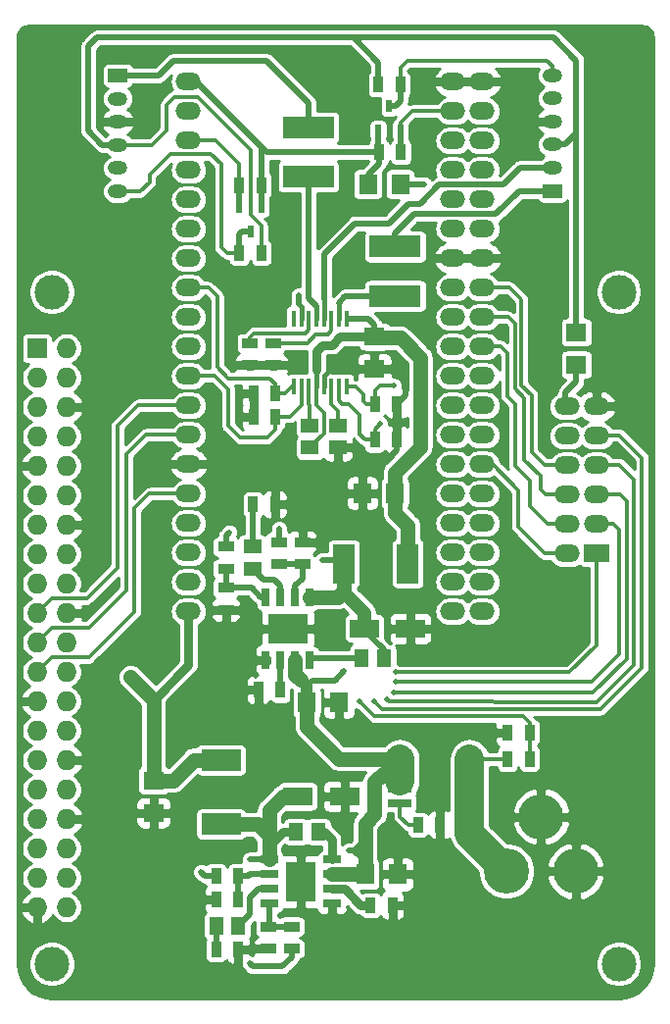
<source format=gbr>
%TF.GenerationSoftware,KiCad,Pcbnew,5.1.10-88a1d61d58~90~ubuntu20.04.1*%
%TF.CreationDate,2021-09-16T23:32:17-03:00*%
%TF.ProjectId,IAuto,49417574-6f2e-46b6-9963-61645f706362,rev?*%
%TF.SameCoordinates,Original*%
%TF.FileFunction,Copper,L1,Top*%
%TF.FilePolarity,Positive*%
%FSLAX46Y46*%
G04 Gerber Fmt 4.6, Leading zero omitted, Abs format (unit mm)*
G04 Created by KiCad (PCBNEW 5.1.10-88a1d61d58~90~ubuntu20.04.1) date 2021-09-16 23:32:17*
%MOMM*%
%LPD*%
G01*
G04 APERTURE LIST*
%TA.AperFunction,ComponentPad*%
%ADD10R,1.700000X1.200000*%
%TD*%
%TA.AperFunction,ComponentPad*%
%ADD11O,1.700000X1.200000*%
%TD*%
%TA.AperFunction,ComponentPad*%
%ADD12O,2.200000X1.500000*%
%TD*%
%TA.AperFunction,ComponentPad*%
%ADD13R,2.200000X1.500000*%
%TD*%
%TA.AperFunction,SMDPad,CuDef*%
%ADD14R,0.599440X1.000760*%
%TD*%
%TA.AperFunction,SMDPad,CuDef*%
%ADD15R,0.889000X1.397000*%
%TD*%
%TA.AperFunction,ComponentPad*%
%ADD16O,3.900000X3.900000*%
%TD*%
%TA.AperFunction,SMDPad,CuDef*%
%ADD17R,1.600200X1.803400*%
%TD*%
%TA.AperFunction,SMDPad,CuDef*%
%ADD18R,1.803400X1.600200*%
%TD*%
%TA.AperFunction,SMDPad,CuDef*%
%ADD19R,0.450000X1.475000*%
%TD*%
%TA.AperFunction,SMDPad,CuDef*%
%ADD20R,1.850000X3.400000*%
%TD*%
%TA.AperFunction,SMDPad,CuDef*%
%ADD21R,3.400000X1.850000*%
%TD*%
%TA.AperFunction,SMDPad,CuDef*%
%ADD22R,0.700000X1.525000*%
%TD*%
%TA.AperFunction,SMDPad,CuDef*%
%ADD23R,3.450000X2.560000*%
%TD*%
%TA.AperFunction,SMDPad,CuDef*%
%ADD24R,1.525000X0.700000*%
%TD*%
%TA.AperFunction,SMDPad,CuDef*%
%ADD25R,2.560000X3.450000*%
%TD*%
%TA.AperFunction,ComponentPad*%
%ADD26R,1.727200X1.727200*%
%TD*%
%TA.AperFunction,ComponentPad*%
%ADD27O,1.727200X1.727200*%
%TD*%
%TA.AperFunction,ComponentPad*%
%ADD28C,3.000000*%
%TD*%
%TA.AperFunction,SMDPad,CuDef*%
%ADD29R,1.397000X0.889000*%
%TD*%
%TA.AperFunction,SMDPad,CuDef*%
%ADD30R,2.000000X0.711200*%
%TD*%
%TA.AperFunction,SMDPad,CuDef*%
%ADD31R,4.440000X1.900000*%
%TD*%
%TA.AperFunction,SMDPad,CuDef*%
%ADD32R,2.500000X1.620000*%
%TD*%
%TA.AperFunction,SMDPad,CuDef*%
%ADD33R,1.498600X1.300480*%
%TD*%
%TA.AperFunction,SMDPad,CuDef*%
%ADD34R,1.300480X1.498600*%
%TD*%
%TA.AperFunction,ViaPad*%
%ADD35C,0.508000*%
%TD*%
%TA.AperFunction,ViaPad*%
%ADD36C,0.500000*%
%TD*%
%TA.AperFunction,Conductor*%
%ADD37C,0.381000*%
%TD*%
%TA.AperFunction,Conductor*%
%ADD38C,0.508000*%
%TD*%
%TA.AperFunction,Conductor*%
%ADD39C,1.270000*%
%TD*%
%TA.AperFunction,Conductor*%
%ADD40C,1.016000*%
%TD*%
%TA.AperFunction,Conductor*%
%ADD41C,2.540000*%
%TD*%
%TA.AperFunction,Conductor*%
%ADD42C,0.762000*%
%TD*%
%TA.AperFunction,Conductor*%
%ADD43C,1.143000*%
%TD*%
%TA.AperFunction,Conductor*%
%ADD44C,0.304800*%
%TD*%
%TA.AperFunction,Conductor*%
%ADD45C,0.254000*%
%TD*%
%TA.AperFunction,Conductor*%
%ADD46C,0.100000*%
%TD*%
G04 APERTURE END LIST*
D10*
%TO.P,J5,1*%
%TO.N,Net-(F4-Pad2)*%
X168275000Y-53283480D03*
D11*
%TO.P,J5,2*%
%TO.N,/Power Part/AOUT2*%
X168275000Y-51281960D03*
%TO.P,J5,6*%
%TO.N,/Power Part/A2*%
X168275000Y-43293660D03*
%TO.P,J5,4*%
%TO.N,GND*%
X168275000Y-47281460D03*
%TO.P,J5,5*%
%TO.N,N/C*%
X168275000Y-45292640D03*
%TO.P,J5,3*%
%TO.N,+5V*%
X168275000Y-49280440D03*
%TD*%
D10*
%TO.P,J4,1*%
%TO.N,Net-(F3-Pad2)*%
X130708400Y-43316520D03*
D11*
%TO.P,J4,2*%
%TO.N,/Power Part/BOUT1*%
X130708400Y-45318040D03*
%TO.P,J4,6*%
%TO.N,/Power Part/A1*%
X130708400Y-53306340D03*
%TO.P,J4,4*%
%TO.N,+5V*%
X130708400Y-49318540D03*
%TO.P,J4,5*%
%TO.N,N/C*%
X130708400Y-51307360D03*
%TO.P,J4,3*%
%TO.N,GND*%
X130708400Y-47319560D03*
%TD*%
D12*
%TO.P,U1,36*%
%TO.N,AIN1*%
X159672000Y-48935000D03*
%TO.P,U1,31*%
%TO.N,/Logical Part/GPIO19*%
X159672000Y-61635000D03*
%TO.P,U1,26*%
%TO.N,/Logical Part/TXD*%
X159672000Y-74335000D03*
%TO.P,U1,38*%
%TO.N,GND*%
X159672000Y-43855000D03*
%TO.P,U1,15*%
X159672000Y-59095000D03*
%TO.P,U1,37*%
%TO.N,AO2*%
X159672000Y-46395000D03*
%TO.P,U1,34*%
%TO.N,Net-(U1-Pad34)*%
X159672000Y-54015000D03*
%TO.P,U1,30*%
%TO.N,/Logical Part/GPIO18*%
X159672000Y-64175000D03*
%TO.P,U1,35*%
%TO.N,Net-(U1-Pad35)*%
X159672000Y-51475000D03*
%TO.P,U1,24*%
%TO.N,/Logical Part/RXD*%
X159672000Y-79415000D03*
%TO.P,U1,33*%
%TO.N,AIN2*%
X159672000Y-56555000D03*
%TO.P,U1,20*%
%TO.N,Net-(U1-Pad20)*%
X159672000Y-89575000D03*
%TO.P,U1,21*%
%TO.N,Net-(U1-Pad21)*%
X159672000Y-87035000D03*
%TO.P,U1,29*%
%TO.N,/Logical Part/GPIO5*%
X159672000Y-66715000D03*
%TO.P,U1,27*%
%TO.N,/Logical Part/SCL*%
X159672000Y-71795000D03*
%TO.P,U1,25*%
%TO.N,/Logical Part/GPIO0*%
X159672000Y-76875000D03*
%TO.P,U1,22*%
%TO.N,Net-(U1-Pad22)*%
X159672000Y-84495000D03*
%TO.P,U1,23*%
%TO.N,/Logical Part/CS*%
X159672000Y-81955000D03*
%TO.P,U1,28*%
%TO.N,/Logical Part/SDA*%
X159672000Y-69255000D03*
%TO.P,U1,10*%
%TO.N,/Logical Part/GPIO25*%
X136812000Y-64175000D03*
%TO.P,U1,11*%
%TO.N,/Logical Part/GPIO26*%
X136812000Y-66715000D03*
%TO.P,U1,12*%
%TO.N,BIN2*%
X136812000Y-69255000D03*
%TO.P,U1,13*%
%TO.N,/Logical Part/MOSI*%
X136812000Y-71795000D03*
%TO.P,U1,14*%
%TO.N,/Logical Part/MISO*%
X136812000Y-74335000D03*
%TO.P,U1,1*%
%TO.N,GND*%
X136812000Y-76875000D03*
%TO.P,U1,2*%
%TO.N,+3V3*%
X136812000Y-43855000D03*
%TO.P,U1,5*%
%TO.N,GPIO39*%
X136812000Y-51475000D03*
%TO.P,U1,6*%
%TO.N,/Logical Part/GPIO34*%
X136812000Y-54015000D03*
%TO.P,U1,3*%
%TO.N,N/C*%
X136812000Y-46395000D03*
%TO.P,U1,4*%
%TO.N,AO1*%
X136812000Y-48935000D03*
%TO.P,U1,7*%
%TO.N,/Logical Part/GPIO35*%
X136812000Y-56555000D03*
%TO.P,U1,8*%
%TO.N,/Logical Part/GPIO32*%
X136812000Y-59095000D03*
%TO.P,U1,9*%
%TO.N,BIN1*%
X136812000Y-61635000D03*
%TO.P,U1,16*%
%TO.N,/Logical Part/CLK*%
X136812000Y-79415000D03*
%TO.P,U1,32*%
%TO.N,+5V*%
X136812000Y-89575000D03*
%TO.P,U1,19*%
%TO.N,N/C*%
X136812000Y-87035000D03*
%TO.P,U1,18*%
X136812000Y-84495000D03*
%TO.P,U1,17*%
X136812000Y-81955000D03*
%TO.P,U1,23*%
%TO.N,/Logical Part/CS*%
X162212000Y-81955000D03*
%TO.P,U1,22*%
%TO.N,Net-(U1-Pad22)*%
X162212000Y-84495000D03*
%TO.P,U1,21*%
%TO.N,Net-(U1-Pad21)*%
X162212000Y-87035000D03*
%TO.P,U1,20*%
%TO.N,Net-(U1-Pad20)*%
X162212000Y-89575000D03*
%TO.P,U1,38*%
%TO.N,GND*%
X162212000Y-43855000D03*
%TO.P,U1,25*%
%TO.N,/Logical Part/GPIO0*%
X162212000Y-76875000D03*
%TO.P,U1,26*%
%TO.N,/Logical Part/TXD*%
X162212000Y-74335000D03*
%TO.P,U1,27*%
%TO.N,/Logical Part/SCL*%
X162212000Y-71795000D03*
%TO.P,U1,28*%
%TO.N,/Logical Part/SDA*%
X162212000Y-69255000D03*
%TO.P,U1,29*%
%TO.N,/Logical Part/GPIO5*%
X162212000Y-66715000D03*
%TO.P,U1,24*%
%TO.N,/Logical Part/RXD*%
X162212000Y-79415000D03*
%TO.P,U1,33*%
%TO.N,AIN2*%
X162212000Y-56555000D03*
%TO.P,U1,36*%
%TO.N,AIN1*%
X162212000Y-48935000D03*
%TO.P,U1,31*%
%TO.N,/Logical Part/GPIO19*%
X162212000Y-61635000D03*
%TO.P,U1,15*%
%TO.N,GND*%
X162212000Y-59095000D03*
%TO.P,U1,37*%
%TO.N,AO2*%
X162212000Y-46395000D03*
%TO.P,U1,34*%
%TO.N,Net-(U1-Pad34)*%
X162212000Y-54015000D03*
%TO.P,U1,35*%
%TO.N,Net-(U1-Pad35)*%
X162212000Y-51475000D03*
%TO.P,U1,30*%
%TO.N,/Logical Part/GPIO18*%
X162212000Y-64175000D03*
%TD*%
%TO.P,P2,6*%
%TO.N,/Logical Part/GPIO18*%
X169545000Y-79502000D03*
%TO.P,P2,10*%
%TO.N,/Logical Part/F+3.3V*%
X169545000Y-74422000D03*
%TO.P,P2,9*%
%TO.N,/Logical Part/GPIO34*%
X172085000Y-74422000D03*
%TO.P,P2,11*%
%TO.N,GND*%
X172085000Y-71882000D03*
%TO.P,P2,4*%
%TO.N,/Logical Part/GPIO5*%
X169545000Y-82042000D03*
%TO.P,P2,8*%
%TO.N,/Logical Part/GPIO19*%
X169545000Y-76962000D03*
D13*
%TO.P,P2,1*%
%TO.N,/Logical Part/GPIO25*%
X172085000Y-84582000D03*
D12*
%TO.P,P2,3*%
%TO.N,/Logical Part/GPIO26*%
X172085000Y-82042000D03*
%TO.P,P2,12*%
%TO.N,+5VF*%
X169545000Y-71882000D03*
%TO.P,P2,2*%
%TO.N,/Logical Part/GPIO0*%
X169545000Y-84582000D03*
%TO.P,P2,7*%
%TO.N,/Logical Part/GPIO35*%
X172085000Y-76962000D03*
%TO.P,P2,5*%
%TO.N,/Logical Part/GPIO32*%
X172085000Y-79502000D03*
%TD*%
D14*
%TO.P,Q3,3*%
%TO.N,AO1*%
X141209900Y-54665360D03*
%TO.P,Q3,2*%
%TO.N,/Power Part/A1*%
X142162400Y-56778640D03*
%TO.P,Q3,1*%
%TO.N,+3V3*%
X143114900Y-54665360D03*
%TD*%
D15*
%TO.P,R17,2*%
%TO.N,AO1*%
X141209900Y-52801000D03*
%TO.P,R17,1*%
%TO.N,+3V3*%
X143114900Y-52801000D03*
%TD*%
%TO.P,R19,2*%
%TO.N,/Power Part/A1*%
X141209900Y-58643000D03*
%TO.P,R19,1*%
%TO.N,+5V*%
X143114900Y-58643000D03*
%TD*%
D16*
%TO.P,J1,1*%
%TO.N,+BATT*%
X164300000Y-112000000D03*
%TO.P,J1,3*%
%TO.N,GND*%
X167300000Y-107300000D03*
%TO.P,J1,2*%
X170300000Y-112000000D03*
%TD*%
D15*
%TO.P,R29,2*%
%TO.N,GND*%
X154825700Y-74777600D03*
%TO.P,R29,1*%
%TO.N,AIN2*%
X152920700Y-74777600D03*
%TD*%
%TO.P,R28,2*%
%TO.N,GND*%
X142422500Y-70800000D03*
%TO.P,R28,1*%
%TO.N,BIN1*%
X144327500Y-70800000D03*
%TD*%
%TO.P,R27,2*%
%TO.N,GND*%
X154827500Y-71700000D03*
%TO.P,R27,1*%
%TO.N,AIN1*%
X152922500Y-71700000D03*
%TD*%
%TO.P,R26,2*%
%TO.N,GND*%
X142422500Y-72750000D03*
%TO.P,R26,1*%
%TO.N,BIN2*%
X144327500Y-72750000D03*
%TD*%
D17*
%TO.P,C8,2*%
%TO.N,/Power Part/VM*%
X154651000Y-79363000D03*
%TO.P,C8,1*%
%TO.N,GND*%
X151857000Y-79363000D03*
%TD*%
D18*
%TO.P,C7,2*%
%TO.N,+5V*%
X133781800Y-104165400D03*
%TO.P,C7,1*%
%TO.N,GND*%
X133781800Y-106959400D03*
%TD*%
D17*
%TO.P,C2,2*%
%TO.N,/Power Part/OUT_BAT*%
X147031000Y-97397000D03*
%TO.P,C2,1*%
%TO.N,GND*%
X149825000Y-97397000D03*
%TD*%
%TO.P,C1,2*%
%TO.N,/Power Part/OUT_BAT*%
X152097000Y-112285000D03*
%TO.P,C1,1*%
%TO.N,GND*%
X154891000Y-112285000D03*
%TD*%
D19*
%TO.P,U4,1*%
%TO.N,/Power Part/VM*%
X150475000Y-64318000D03*
%TO.P,U4,8*%
%TO.N,N/C*%
X145925000Y-64318000D03*
%TO.P,U4,15*%
%TO.N,AIN2*%
X149825000Y-70194000D03*
%TO.P,U4,10*%
%TO.N,BIN2*%
X146575000Y-70194000D03*
%TO.P,U4,7*%
%TO.N,/Power Part/BOUT1*%
X146575000Y-64318000D03*
%TO.P,U4,2*%
%TO.N,/Power Part/AOUT1*%
X149825000Y-64318000D03*
%TO.P,U4,13*%
%TO.N,GND*%
X148525000Y-70194000D03*
%TO.P,U4,16*%
%TO.N,AIN1*%
X150475000Y-70194000D03*
%TO.P,U4,9*%
%TO.N,BIN1*%
X145925000Y-70194000D03*
%TO.P,U4,6*%
%TO.N,Net-(R25-Pad1)*%
X147225000Y-64318000D03*
%TO.P,U4,5*%
%TO.N,/Power Part/BOUT2*%
X147875000Y-64318000D03*
%TO.P,U4,4*%
%TO.N,/Power Part/AOUT2*%
X148525000Y-64318000D03*
%TO.P,U4,14*%
%TO.N,Net-(C11-Pad2)*%
X149175000Y-70194000D03*
%TO.P,U4,11*%
%TO.N,Net-(C10-Pad2)*%
X147225000Y-70194000D03*
%TO.P,U4,12*%
%TO.N,/Power Part/VM*%
X147875000Y-70194000D03*
%TO.P,U4,3*%
%TO.N,Net-(R24-Pad1)*%
X149175000Y-64318000D03*
%TD*%
D20*
%TO.P,J3,1*%
%TO.N,/Power Part/VM*%
X155775000Y-85459000D03*
%TO.P,J3,2*%
%TO.N,Net-(C6-Pad2)*%
X150225000Y-85459000D03*
%TD*%
D21*
%TO.P,J2,1*%
%TO.N,+5V*%
X139625600Y-102398000D03*
%TO.P,J2,2*%
%TO.N,Net-(C5-Pad2)*%
X139625600Y-107948000D03*
%TD*%
D22*
%TO.P,U3,6*%
%TO.N,Net-(R8-Pad1)*%
X144770400Y-93759000D03*
%TO.P,U3,7*%
%TO.N,/Power Part/OUT_BAT*%
X146040400Y-93759000D03*
%TO.P,U3,5*%
%TO.N,GND*%
X143500400Y-93759000D03*
%TO.P,U3,4*%
%TO.N,Net-(R10-Pad1)*%
X143500400Y-88335000D03*
D23*
%TO.P,U3,9*%
%TO.N,GND*%
X145405400Y-91047000D03*
D22*
%TO.P,U3,1*%
%TO.N,Net-(C6-Pad2)*%
X147310400Y-88335000D03*
%TO.P,U3,3*%
%TO.N,Net-(C4-Pad2)*%
X144770400Y-88335000D03*
%TO.P,U3,2*%
%TO.N,Net-(R5-Pad2)*%
X146040400Y-88335000D03*
%TO.P,U3,8*%
%TO.N,Net-(C6-Pad1)*%
X147310400Y-93759000D03*
%TD*%
D24*
%TO.P,U2,6*%
%TO.N,Net-(R7-Pad1)*%
X149221000Y-113555000D03*
%TO.P,U2,7*%
%TO.N,/Power Part/OUT_BAT*%
X149221000Y-112285000D03*
%TO.P,U2,5*%
%TO.N,GND*%
X149221000Y-114825000D03*
%TO.P,U2,4*%
%TO.N,Net-(R11-Pad2)*%
X143797000Y-114825000D03*
D25*
%TO.P,U2,9*%
%TO.N,GND*%
X146509000Y-112920000D03*
D24*
%TO.P,U2,1*%
%TO.N,Net-(C5-Pad2)*%
X143797000Y-111015000D03*
%TO.P,U2,3*%
%TO.N,Net-(C3-Pad2)*%
X143797000Y-113555000D03*
%TO.P,U2,2*%
%TO.N,Net-(R3-Pad2)*%
X143797000Y-112285000D03*
%TO.P,U2,8*%
%TO.N,Net-(C5-Pad1)*%
X149221000Y-111015000D03*
%TD*%
D26*
%TO.P,P1,1*%
%TO.N,N/C*%
X123730000Y-66870000D03*
D27*
%TO.P,P1,2*%
%TO.N,+5V*%
X126270000Y-66870000D03*
%TO.P,P1,3*%
%TO.N,/Logical Part/SDA*%
X123730000Y-69410000D03*
%TO.P,P1,4*%
%TO.N,+5V*%
X126270000Y-69410000D03*
%TO.P,P1,5*%
%TO.N,/Logical Part/SCL*%
X123730000Y-71950000D03*
%TO.P,P1,6*%
%TO.N,GND*%
X126270000Y-71950000D03*
%TO.P,P1,7*%
%TO.N,N/C*%
X123730000Y-74490000D03*
%TO.P,P1,8*%
%TO.N,/Logical Part/TXD*%
X126270000Y-74490000D03*
%TO.P,P1,9*%
%TO.N,GND*%
X123730000Y-77030000D03*
%TO.P,P1,10*%
%TO.N,/Logical Part/RXD*%
X126270000Y-77030000D03*
%TO.P,P1,11*%
%TO.N,N/C*%
X123730000Y-79570000D03*
%TO.P,P1,12*%
X126270000Y-79570000D03*
%TO.P,P1,13*%
X123730000Y-82110000D03*
%TO.P,P1,14*%
%TO.N,GND*%
X126270000Y-82110000D03*
%TO.P,P1,15*%
%TO.N,N/C*%
X123730000Y-84650000D03*
%TO.P,P1,16*%
X126270000Y-84650000D03*
%TO.P,P1,17*%
X123730000Y-87190000D03*
%TO.P,P1,18*%
X126270000Y-87190000D03*
%TO.P,P1,19*%
%TO.N,/Logical Part/MOSI*%
X123730000Y-89730000D03*
%TO.P,P1,20*%
%TO.N,GND*%
X126270000Y-89730000D03*
%TO.P,P1,21*%
%TO.N,/Logical Part/MISO*%
X123730000Y-92270000D03*
%TO.P,P1,22*%
%TO.N,N/C*%
X126270000Y-92270000D03*
%TO.P,P1,23*%
%TO.N,/Logical Part/CLK*%
X123730000Y-94810000D03*
%TO.P,P1,24*%
%TO.N,/Logical Part/CS*%
X126270000Y-94810000D03*
%TO.P,P1,25*%
%TO.N,GND*%
X123730000Y-97350000D03*
%TO.P,P1,26*%
%TO.N,N/C*%
X126270000Y-97350000D03*
%TO.P,P1,27*%
X123730000Y-99890000D03*
%TO.P,P1,28*%
X126270000Y-99890000D03*
%TO.P,P1,29*%
X123730000Y-102430000D03*
%TO.P,P1,30*%
%TO.N,GND*%
X126270000Y-102430000D03*
%TO.P,P1,31*%
%TO.N,N/C*%
X123730000Y-104970000D03*
%TO.P,P1,32*%
X126270000Y-104970000D03*
%TO.P,P1,33*%
X123730000Y-107510000D03*
%TO.P,P1,34*%
%TO.N,GND*%
X126270000Y-107510000D03*
%TO.P,P1,35*%
%TO.N,N/C*%
X123730000Y-110050000D03*
%TO.P,P1,36*%
X126270000Y-110050000D03*
%TO.P,P1,37*%
X123730000Y-112590000D03*
%TO.P,P1,38*%
X126270000Y-112590000D03*
%TO.P,P1,39*%
%TO.N,GND*%
X123730000Y-115130000D03*
%TO.P,P1,40*%
%TO.N,N/C*%
X126270000Y-115130000D03*
%TD*%
D28*
%TO.P,J9,1*%
%TO.N,N/C*%
X174000000Y-120000000D03*
%TD*%
%TO.P,J8,1*%
%TO.N,N/C*%
X125000000Y-120000000D03*
%TD*%
%TO.P,J7,1*%
%TO.N,N/C*%
X125000000Y-62000000D03*
%TD*%
%TO.P,J6,1*%
%TO.N,N/C*%
X174000000Y-62000000D03*
%TD*%
D29*
%TO.P,R25,2*%
%TO.N,GND*%
X142104000Y-68335500D03*
%TO.P,R25,1*%
%TO.N,Net-(R25-Pad1)*%
X142104000Y-66430500D03*
%TD*%
%TO.P,R24,2*%
%TO.N,GND*%
X144136000Y-68335500D03*
%TO.P,R24,1*%
%TO.N,Net-(R24-Pad1)*%
X144136000Y-66430500D03*
%TD*%
D15*
%TO.P,R23,2*%
%TO.N,/Power Part/A2*%
X155114500Y-44092000D03*
%TO.P,R23,1*%
%TO.N,+5V*%
X153209500Y-44092000D03*
%TD*%
%TO.P,R21,2*%
%TO.N,AO2*%
X155178000Y-49934000D03*
%TO.P,R21,1*%
%TO.N,+3V3*%
X153273000Y-49934000D03*
%TD*%
%TO.P,R15,2*%
%TO.N,GND*%
X158552500Y-108000000D03*
%TO.P,R15,1*%
%TO.N,Net-(Q1-Pad4)*%
X156647500Y-108000000D03*
%TD*%
%TO.P,R14,2*%
%TO.N,GND*%
X144302500Y-80350000D03*
%TO.P,R14,1*%
%TO.N,Net-(C4-Pad1)*%
X142397500Y-80350000D03*
%TD*%
%TO.P,R13,2*%
%TO.N,GND*%
X141111500Y-118762000D03*
%TO.P,R13,1*%
%TO.N,Net-(C3-Pad1)*%
X139206500Y-118762000D03*
%TD*%
D29*
%TO.P,R12,2*%
%TO.N,Net-(R10-Pad1)*%
X140046000Y-85903500D03*
%TO.P,R12,1*%
%TO.N,Net-(C6-Pad2)*%
X140046000Y-83998500D03*
%TD*%
%TO.P,R11,2*%
%TO.N,Net-(R11-Pad2)*%
X145747000Y-116793500D03*
%TO.P,R11,1*%
%TO.N,Net-(C5-Pad2)*%
X145747000Y-118698500D03*
%TD*%
%TO.P,R10,2*%
%TO.N,GND*%
X140046000Y-89459500D03*
%TO.P,R10,1*%
%TO.N,Net-(R10-Pad1)*%
X140046000Y-87554500D03*
%TD*%
%TO.P,R9,2*%
%TO.N,GND*%
X143715000Y-118698500D03*
%TO.P,R9,1*%
%TO.N,Net-(R11-Pad2)*%
X143715000Y-116793500D03*
%TD*%
D15*
%TO.P,R8,2*%
%TO.N,GND*%
X142849600Y-96367600D03*
%TO.P,R8,1*%
%TO.N,Net-(R8-Pad1)*%
X144754600Y-96367600D03*
%TD*%
%TO.P,R7,2*%
%TO.N,GND*%
X154446500Y-114952000D03*
%TO.P,R7,1*%
%TO.N,Net-(R7-Pad1)*%
X152541500Y-114952000D03*
%TD*%
D29*
%TO.P,R6,2*%
%TO.N,GND*%
X146650000Y-83598500D03*
%TO.P,R6,1*%
%TO.N,Net-(R5-Pad2)*%
X146650000Y-85503500D03*
%TD*%
%TO.P,R5,2*%
%TO.N,Net-(R5-Pad2)*%
X144618000Y-85503500D03*
%TO.P,R5,1*%
%TO.N,/Power Part/OUT_BAT*%
X144618000Y-83598500D03*
%TD*%
D15*
%TO.P,R4,2*%
%TO.N,GND*%
X139206500Y-114444000D03*
%TO.P,R4,1*%
%TO.N,Net-(R3-Pad2)*%
X141111500Y-114444000D03*
%TD*%
%TO.P,R3,2*%
%TO.N,Net-(R3-Pad2)*%
X141111500Y-112412000D03*
%TO.P,R3,1*%
%TO.N,/Power Part/OUT_BAT*%
X139206500Y-112412000D03*
%TD*%
%TO.P,R2,2*%
%TO.N,GND*%
X164388500Y-100029000D03*
%TO.P,R2,1*%
%TO.N,GPIO39*%
X166293500Y-100029000D03*
%TD*%
%TO.P,R1,2*%
%TO.N,GPIO39*%
X166293500Y-102315000D03*
%TO.P,R1,1*%
%TO.N,+BATT*%
X164388500Y-102315000D03*
%TD*%
D14*
%TO.P,Q5,3*%
%TO.N,AO2*%
X155114500Y-48069640D03*
%TO.P,Q5,2*%
%TO.N,/Power Part/A2*%
X154162000Y-45956360D03*
%TO.P,Q5,1*%
%TO.N,+3V3*%
X153209500Y-48069640D03*
%TD*%
D30*
%TO.P,Q1,8*%
%TO.N,+BATT*%
X161100000Y-102305000D03*
%TO.P,Q1,7*%
X161100000Y-103575000D03*
%TO.P,Q1,6*%
X161100000Y-104845000D03*
%TO.P,Q1,5*%
X161100000Y-106115000D03*
%TO.P,Q1,4*%
%TO.N,Net-(Q1-Pad4)*%
X155100000Y-106115000D03*
%TO.P,Q1,3*%
%TO.N,/Power Part/OUT_BAT*%
X155100000Y-104845000D03*
%TO.P,Q1,2*%
X155100000Y-103575000D03*
%TO.P,Q1,1*%
X155100000Y-102305000D03*
%TD*%
D31*
%TO.P,F4,1*%
%TO.N,/Power Part/AOUT1*%
X154686000Y-62348400D03*
%TO.P,F4,2*%
%TO.N,Net-(F4-Pad2)*%
X154686000Y-58098400D03*
%TD*%
%TO.P,F3,1*%
%TO.N,/Power Part/BOUT2*%
X147193000Y-52061400D03*
%TO.P,F3,2*%
%TO.N,Net-(F3-Pad2)*%
X147193000Y-47811400D03*
%TD*%
D18*
%TO.P,F2,2*%
%TO.N,+5VF*%
X170350000Y-68294000D03*
%TO.P,F2,1*%
%TO.N,+5V*%
X170350000Y-65500000D03*
%TD*%
D17*
%TO.P,F1,2*%
%TO.N,+3V3*%
X152323800Y-52705000D03*
%TO.P,F1,1*%
%TO.N,/Logical Part/F+3.3V*%
X155117800Y-52705000D03*
%TD*%
D32*
%TO.P,D2,2*%
%TO.N,Net-(C6-Pad2)*%
X152016000Y-91047000D03*
%TO.P,D2,1*%
%TO.N,GND*%
X156016000Y-91047000D03*
%TD*%
%TO.P,D1,2*%
%TO.N,Net-(C5-Pad2)*%
X146287000Y-105554000D03*
%TO.P,D1,1*%
%TO.N,GND*%
X150287000Y-105554000D03*
%TD*%
D33*
%TO.P,C11,2*%
%TO.N,Net-(C11-Pad2)*%
X149724000Y-73542500D03*
%TO.P,C11,1*%
%TO.N,GND*%
X149724000Y-75447500D03*
%TD*%
%TO.P,C10,2*%
%TO.N,Net-(C10-Pad2)*%
X147311000Y-73542500D03*
%TO.P,C10,1*%
%TO.N,/Power Part/VM*%
X147311000Y-75447500D03*
%TD*%
D18*
%TO.P,C9,2*%
%TO.N,GND*%
X152899000Y-68653000D03*
%TO.P,C9,1*%
%TO.N,/Power Part/VM*%
X152899000Y-65859000D03*
%TD*%
D34*
%TO.P,C6,2*%
%TO.N,Net-(C6-Pad2)*%
X153698500Y-93587000D03*
%TO.P,C6,1*%
%TO.N,Net-(C6-Pad1)*%
X151793500Y-93587000D03*
%TD*%
%TO.P,C5,2*%
%TO.N,Net-(C5-Pad2)*%
X146128000Y-108602000D03*
%TO.P,C5,1*%
%TO.N,Net-(C5-Pad1)*%
X148033000Y-108602000D03*
%TD*%
D33*
%TO.P,C4,2*%
%TO.N,Net-(C4-Pad2)*%
X142332000Y-85903500D03*
%TO.P,C4,1*%
%TO.N,Net-(C4-Pad1)*%
X142332000Y-83998500D03*
%TD*%
D34*
%TO.P,C3,2*%
%TO.N,Net-(C3-Pad2)*%
X141111500Y-116730000D03*
%TO.P,C3,1*%
%TO.N,Net-(C3-Pad1)*%
X139206500Y-116730000D03*
%TD*%
D35*
%TO.N,GND*%
X145775400Y-91738000D03*
X146475400Y-91738000D03*
X145075400Y-91738000D03*
X146475400Y-91038000D03*
X144375400Y-91738000D03*
X147200000Y-113950000D03*
X146500000Y-113950000D03*
X145800000Y-113950000D03*
X145800000Y-113250000D03*
X146500000Y-113250000D03*
X147200000Y-113250000D03*
X145800000Y-112550000D03*
X146500000Y-112550000D03*
X147200000Y-112550000D03*
X146500000Y-111850000D03*
X145800000Y-111850000D03*
X147200000Y-111850000D03*
X149150000Y-116700000D03*
X149150000Y-117400000D03*
X149150000Y-118100000D03*
X148450000Y-117450000D03*
X148450000Y-118100000D03*
X147750000Y-117450000D03*
X147750000Y-118100000D03*
X148450000Y-118800000D03*
X147750000Y-118800000D03*
X147750000Y-116700000D03*
X148450000Y-116700000D03*
X149150000Y-118800000D03*
X144375400Y-91038000D03*
X146475400Y-90338000D03*
X145775400Y-91038000D03*
X145075400Y-91038000D03*
X145775400Y-90338000D03*
X145075400Y-90338000D03*
X144375400Y-90338000D03*
D36*
X147900000Y-78600000D03*
X148650000Y-78600000D03*
X148650000Y-77900000D03*
X147900000Y-77900000D03*
D35*
X141350000Y-62400000D03*
X142050000Y-62400000D03*
X142050000Y-63100000D03*
X141350000Y-63100000D03*
X141150000Y-72750000D03*
X141150000Y-70850000D03*
%TO.N,/Power Part/OUT_BAT*%
X137890000Y-112060000D03*
X150670000Y-110200000D03*
X144650000Y-82450000D03*
X150242547Y-94743547D03*
%TO.N,Net-(C5-Pad2)*%
X142090000Y-111010000D03*
X142090000Y-119970000D03*
%TO.N,Net-(C6-Pad2)*%
X140350000Y-82750000D03*
X148350000Y-85150000D03*
%TO.N,+5V*%
X131800600Y-95250000D03*
%TO.N,/Logical Part/F+3.3V*%
X157200600Y-52705000D03*
%TO.N,/Power Part/BOUT1*%
X146329400Y-62280800D03*
D36*
%TO.N,/Logical Part/GPIO26*%
X154711400Y-95656400D03*
D35*
%TO.N,AIN2*%
X153390600Y-73406000D03*
%TO.N,AIN1*%
X154584400Y-70104000D03*
%TO.N,/Logical Part/GPIO32*%
X154533600Y-96570800D03*
D36*
%TO.N,/Logical Part/GPIO25*%
X154711400Y-94843600D03*
%TO.N,/Logical Part/GPIO35*%
X153974800Y-97205800D03*
%TO.N,/Logical Part/GPIO34*%
X152882600Y-97332800D03*
%TO.N,GPIO39*%
X151600000Y-97350000D03*
%TD*%
D37*
%TO.N,GND*%
X148525000Y-70194000D02*
X148525000Y-69229200D01*
X149101200Y-68653000D02*
X152899000Y-68653000D01*
X148525000Y-69229200D02*
X149101200Y-68653000D01*
D38*
X155575000Y-70952500D02*
X154827500Y-71700000D01*
X155575000Y-70231000D02*
X155575000Y-70952500D01*
X154825700Y-74777600D02*
X154825700Y-75628500D01*
X154825700Y-75628500D02*
X153035000Y-77419200D01*
X153035000Y-77419200D02*
X152171400Y-77419200D01*
X151857000Y-77733600D02*
X151857000Y-79363000D01*
X152171400Y-77419200D02*
X151857000Y-77733600D01*
%TO.N,/Power Part/OUT_BAT*%
X138242000Y-112412000D02*
X137890000Y-112060000D01*
X139206500Y-112412000D02*
X138242000Y-112412000D01*
X152050000Y-110200000D02*
X152097000Y-110153000D01*
D39*
X152097000Y-109283000D02*
X152097000Y-110153000D01*
D38*
X151190000Y-110190000D02*
X152097000Y-109283000D01*
X151190000Y-110200000D02*
X151190000Y-110190000D01*
X150670000Y-110200000D02*
X151190000Y-110200000D01*
X151190000Y-110200000D02*
X152050000Y-110200000D01*
X151190000Y-110200000D02*
X151190000Y-110270000D01*
X151190000Y-110270000D02*
X152097000Y-111177000D01*
X152097000Y-111177000D02*
X152097000Y-111377000D01*
D39*
X152097000Y-111377000D02*
X152097000Y-112285000D01*
X152097000Y-110153000D02*
X152097000Y-111377000D01*
D40*
X147031000Y-97397000D02*
X147031000Y-96031000D01*
X147031000Y-96031000D02*
X146523000Y-95523000D01*
D38*
X144618000Y-82482000D02*
X144650000Y-82450000D01*
X144618000Y-83598500D02*
X144618000Y-82482000D01*
D39*
X155100000Y-102305000D02*
X149805000Y-102305000D01*
X147031000Y-99531000D02*
X147031000Y-97397000D01*
X149805000Y-102305000D02*
X147031000Y-99531000D01*
X154912798Y-103575000D02*
X155100000Y-103575000D01*
X153625000Y-103575000D02*
X155100000Y-103575000D01*
X152900000Y-104300000D02*
X153625000Y-103575000D01*
X152900000Y-107100000D02*
X152900000Y-104300000D01*
X152097000Y-107903000D02*
X152900000Y-107100000D01*
X152097000Y-109283000D02*
X152097000Y-107903000D01*
X149221000Y-112285000D02*
X152097000Y-112285000D01*
D38*
X147512000Y-95550000D02*
X147031000Y-96031000D01*
X149450000Y-95550000D02*
X147512000Y-95550000D01*
X150242547Y-94743547D02*
X149450000Y-95550000D01*
D41*
X155100000Y-102305000D02*
X155100000Y-104234000D01*
D39*
X146040400Y-95040400D02*
X146523000Y-95523000D01*
X146040400Y-93759000D02*
X146040400Y-95040400D01*
D38*
%TO.N,Net-(C3-Pad2)*%
X143797000Y-113555000D02*
X142855000Y-113555000D01*
X142114801Y-115726699D02*
X141111500Y-116730000D01*
X142114801Y-114295199D02*
X142114801Y-115726699D01*
X142855000Y-113555000D02*
X142114801Y-114295199D01*
%TO.N,Net-(C3-Pad1)*%
X139206500Y-116730000D02*
X139206500Y-118762000D01*
%TO.N,Net-(C4-Pad2)*%
X143278500Y-86850000D02*
X142332000Y-85903500D01*
X143278500Y-86850000D02*
X144254000Y-86850000D01*
X144770400Y-87366400D02*
X144770400Y-88335000D01*
X144254000Y-86850000D02*
X144770400Y-87366400D01*
%TO.N,Net-(C4-Pad1)*%
X142332000Y-80415500D02*
X142397500Y-80350000D01*
X142332000Y-83998500D02*
X142332000Y-80415500D01*
D42*
%TO.N,Net-(C5-Pad2)*%
X145012000Y-108602000D02*
X143797000Y-109817000D01*
X146128000Y-108602000D02*
X145012000Y-108602000D01*
D38*
X142095000Y-111015000D02*
X142090000Y-111010000D01*
X143797000Y-111015000D02*
X142095000Y-111015000D01*
X142090000Y-119970000D02*
X142350000Y-120230000D01*
X142350000Y-120230000D02*
X144950000Y-120230000D01*
X145747000Y-119433000D02*
X145747000Y-118698500D01*
X144950000Y-120230000D02*
X145747000Y-119433000D01*
D39*
X143797000Y-109817000D02*
X143797000Y-111015000D01*
X143797000Y-109817000D02*
X143797000Y-108948200D01*
X142796800Y-107948000D02*
X139625600Y-107948000D01*
X143797000Y-108948200D02*
X142796800Y-107948000D01*
X146287000Y-105554000D02*
X144991600Y-105554000D01*
X143797000Y-106748600D02*
X143797000Y-108948200D01*
X144991600Y-105554000D02*
X143797000Y-106748600D01*
D42*
%TO.N,Net-(C5-Pad1)*%
X149221000Y-111015000D02*
X149221000Y-109291000D01*
X148532000Y-108602000D02*
X148033000Y-108602000D01*
X149221000Y-109291000D02*
X148532000Y-108602000D01*
D43*
%TO.N,Net-(C6-Pad2)*%
X152016000Y-91047000D02*
X152016000Y-89716000D01*
X152016000Y-89716000D02*
X150700000Y-88400000D01*
X150700000Y-88400000D02*
X150200000Y-87900000D01*
X150635000Y-88335000D02*
X150700000Y-88400000D01*
D38*
X153698500Y-93587000D02*
X153698500Y-92898500D01*
X152016000Y-91216000D02*
X152016000Y-91047000D01*
X153698500Y-92898500D02*
X152016000Y-91216000D01*
X140046000Y-83054000D02*
X140350000Y-82750000D01*
X140046000Y-83998500D02*
X140046000Y-83054000D01*
X149916000Y-85150000D02*
X150225000Y-85459000D01*
X148350000Y-85150000D02*
X148350000Y-85150000D01*
D39*
X149765000Y-88335000D02*
X150200000Y-87900000D01*
X150225000Y-87875000D02*
X150200000Y-87900000D01*
X150225000Y-85459000D02*
X150225000Y-87875000D01*
D38*
X148350000Y-85150000D02*
X149916000Y-85150000D01*
D39*
X147310400Y-88335000D02*
X149765000Y-88335000D01*
D38*
%TO.N,Net-(C6-Pad1)*%
X151621500Y-93759000D02*
X151793500Y-93587000D01*
X147482400Y-93587000D02*
X147310400Y-93759000D01*
X151793500Y-93587000D02*
X147482400Y-93587000D01*
D39*
%TO.N,+5V*%
X133781800Y-104165400D02*
X135509000Y-104165400D01*
X137276400Y-102398000D02*
X139625600Y-102398000D01*
X135509000Y-104165400D02*
X137276400Y-102398000D01*
X133781800Y-97231200D02*
X131800600Y-95250000D01*
X133781800Y-104165400D02*
X133781800Y-97231200D01*
D42*
X136812000Y-94201000D02*
X136812000Y-89575000D01*
X133781800Y-97231200D02*
X136812000Y-94201000D01*
D38*
X130860800Y-40055800D02*
X151079200Y-40055800D01*
X153209500Y-42186100D02*
X153209500Y-44092000D01*
X151079200Y-40055800D02*
X153209500Y-42186100D01*
X168376600Y-40055800D02*
X151079200Y-40055800D01*
X170350000Y-42029200D02*
X168376600Y-40055800D01*
D44*
X133688460Y-49318540D02*
X130708400Y-49318540D01*
X135610600Y-45161200D02*
X134899400Y-45872400D01*
X134899400Y-48107600D02*
X133688460Y-49318540D01*
X137591800Y-45161200D02*
X135610600Y-45161200D01*
X134899400Y-45872400D02*
X134899400Y-48107600D01*
X142163800Y-49733200D02*
X137591800Y-45161200D01*
X142163800Y-55346600D02*
X142163800Y-49733200D01*
X143114900Y-56297700D02*
X142163800Y-55346600D01*
X143114900Y-58643000D02*
X143114900Y-56297700D01*
D38*
X130708400Y-49318540D02*
X129353940Y-49318540D01*
X129353940Y-49318540D02*
X128143000Y-48107600D01*
X128143000Y-48107600D02*
X128143000Y-40817800D01*
X128905000Y-40055800D02*
X130860800Y-40055800D01*
X128143000Y-40817800D02*
X128905000Y-40055800D01*
X169388160Y-49280440D02*
X170350000Y-48318600D01*
X168275000Y-49280440D02*
X169388160Y-49280440D01*
X170350000Y-48318600D02*
X170350000Y-42029200D01*
X170350000Y-65500000D02*
X170350000Y-48318600D01*
D44*
%TO.N,/Power Part/VM*%
X147311000Y-75447500D02*
X148525000Y-74233500D01*
X148525000Y-74233500D02*
X148525000Y-72450000D01*
X147875000Y-71800000D02*
X147875000Y-70194000D01*
X148525000Y-72450000D02*
X147875000Y-71800000D01*
D40*
X154651000Y-79363000D02*
X154651000Y-79312198D01*
D39*
X154651000Y-79363000D02*
X154651000Y-81051000D01*
X155775000Y-82175000D02*
X155775000Y-85459000D01*
X154651000Y-81051000D02*
X155775000Y-82175000D01*
X152990000Y-65950000D02*
X152899000Y-65859000D01*
X155125000Y-65950000D02*
X152990000Y-65950000D01*
X156850000Y-67675000D02*
X155125000Y-65950000D01*
X156850000Y-75400000D02*
X156850000Y-67675000D01*
X154651000Y-77599000D02*
X156850000Y-75400000D01*
X154651000Y-79363000D02*
X154651000Y-77599000D01*
D37*
X147878800Y-70190200D02*
X147875000Y-70194000D01*
X147878800Y-68732400D02*
X147878800Y-70190200D01*
X150475000Y-64318000D02*
X150591400Y-64318000D01*
D38*
X152899000Y-64862600D02*
X152899000Y-65859000D01*
X152354400Y-64318000D02*
X152899000Y-64862600D01*
X150591400Y-64318000D02*
X152354400Y-64318000D01*
D42*
X147878800Y-67081400D02*
X147878800Y-68732400D01*
X148361400Y-66598800D02*
X147878800Y-67081400D01*
X149199600Y-66598800D02*
X148361400Y-66598800D01*
X149939400Y-65859000D02*
X149199600Y-66598800D01*
X152899000Y-65859000D02*
X149939400Y-65859000D01*
D44*
%TO.N,Net-(C10-Pad2)*%
X147311000Y-73542500D02*
X147311000Y-71736000D01*
X147225000Y-71650000D02*
X147225000Y-70194000D01*
X147311000Y-71736000D02*
X147225000Y-71650000D01*
%TO.N,Net-(C11-Pad2)*%
X149175000Y-70194000D02*
X149175000Y-71700000D01*
X149724000Y-72249000D02*
X149724000Y-73542500D01*
X149175000Y-71700000D02*
X149724000Y-72249000D01*
D38*
%TO.N,/Logical Part/F+3.3V*%
X155117800Y-52705000D02*
X157200600Y-52705000D01*
D37*
%TO.N,/Power Part/AOUT1*%
X149834600Y-64308400D02*
X149825000Y-64318000D01*
X149834600Y-62941200D02*
X149834600Y-64308400D01*
D38*
X154626600Y-62407800D02*
X154686000Y-62348400D01*
X150368000Y-62407800D02*
X154626600Y-62407800D01*
X149834600Y-62941200D02*
X150368000Y-62407800D01*
%TO.N,Net-(F3-Pad2)*%
X147193000Y-45694600D02*
X147193000Y-47811400D01*
X143548400Y-42050000D02*
X147193000Y-45694600D01*
X130708400Y-43316520D02*
X134254880Y-43316520D01*
X135521400Y-42050000D02*
X143548400Y-42050000D01*
X134254880Y-43316520D02*
X135521400Y-42050000D01*
D37*
%TO.N,/Power Part/BOUT1*%
X146575000Y-64318000D02*
X146575000Y-63339200D01*
X146575000Y-63339200D02*
X146329400Y-63093600D01*
D38*
X146329400Y-63093600D02*
X146329400Y-62280800D01*
%TO.N,Net-(F4-Pad2)*%
X154686000Y-58098400D02*
X154686000Y-56921400D01*
X154686000Y-56921400D02*
X156311600Y-55295800D01*
X156311600Y-55295800D02*
X163372800Y-55295800D01*
X165385120Y-53283480D02*
X168275000Y-53283480D01*
X163372800Y-55295800D02*
X165385120Y-53283480D01*
D41*
%TO.N,+BATT*%
X161100000Y-108800000D02*
X161100000Y-102305000D01*
X164300000Y-112000000D02*
X161100000Y-108800000D01*
D44*
X161110000Y-102315000D02*
X161100000Y-102305000D01*
X164388500Y-102315000D02*
X161110000Y-102315000D01*
D37*
%TO.N,/Power Part/AOUT2*%
X148525000Y-62622200D02*
X148513800Y-62611000D01*
X148525000Y-64318000D02*
X148525000Y-62622200D01*
D38*
X148525000Y-62622200D02*
X148525000Y-58764400D01*
X148525000Y-58764400D02*
X151206200Y-56083200D01*
X151206200Y-56083200D02*
X154101800Y-56083200D01*
X154101800Y-56083200D02*
X155803600Y-54381400D01*
X155803600Y-54381400D02*
X156845000Y-54381400D01*
X156845000Y-54381400D02*
X158496000Y-52730400D01*
X158496000Y-52730400D02*
X164058600Y-52730400D01*
X165507040Y-51281960D02*
X168275000Y-51281960D01*
X164058600Y-52730400D02*
X165507040Y-51281960D01*
D37*
%TO.N,/Power Part/BOUT2*%
X147875000Y-64318000D02*
X147875000Y-63249800D01*
D38*
X147193000Y-62567800D02*
X147875000Y-63249800D01*
X147193000Y-52061400D02*
X147193000Y-62567800D01*
D44*
%TO.N,/Logical Part/CLK*%
X123730000Y-94810000D02*
X124990000Y-93550000D01*
X124990000Y-93550000D02*
X128200000Y-93550000D01*
X128200000Y-93550000D02*
X132150000Y-89600000D01*
X132150000Y-89600000D02*
X132150000Y-80700000D01*
X133435000Y-79415000D02*
X136812000Y-79415000D01*
X132150000Y-80700000D02*
X133435000Y-79415000D01*
%TO.N,/Logical Part/MISO*%
X123730000Y-92270000D02*
X125000000Y-91000000D01*
X125000000Y-91000000D02*
X128200000Y-91000000D01*
X128200000Y-91000000D02*
X131450000Y-87750000D01*
X131450000Y-87750000D02*
X131450000Y-76000000D01*
X133115000Y-74335000D02*
X136812000Y-74335000D01*
X131450000Y-76000000D02*
X133115000Y-74335000D01*
%TO.N,/Logical Part/MOSI*%
X123730000Y-89730000D02*
X125010000Y-88450000D01*
X125010000Y-88450000D02*
X128050000Y-88450000D01*
X128050000Y-88450000D02*
X130700000Y-85800000D01*
X130700000Y-85800000D02*
X130700000Y-73550000D01*
X132455000Y-71795000D02*
X136812000Y-71795000D01*
X130700000Y-73550000D02*
X132455000Y-71795000D01*
%TO.N,/Logical Part/GPIO26*%
X172085000Y-82042000D02*
X173532800Y-82042000D01*
X173532800Y-82042000D02*
X174040800Y-82550000D01*
X174040800Y-82550000D02*
X174040800Y-93294200D01*
X171678600Y-95656400D02*
X154711400Y-95656400D01*
X174040800Y-93294200D02*
X171678600Y-95656400D01*
%TO.N,/Logical Part/GPIO0*%
X169545000Y-84582000D02*
X167614600Y-84582000D01*
X167614600Y-84582000D02*
X165328600Y-82296000D01*
X165328600Y-82296000D02*
X165328600Y-79121000D01*
X163082600Y-76875000D02*
X162212000Y-76875000D01*
X165328600Y-79121000D02*
X163082600Y-76875000D01*
%TO.N,Net-(Q1-Pad4)*%
X155100000Y-106115000D02*
X155100000Y-107300000D01*
X155800000Y-108000000D02*
X156647500Y-108000000D01*
X155100000Y-107300000D02*
X155800000Y-108000000D01*
D38*
%TO.N,+3V3*%
X153209500Y-49870500D02*
X153273000Y-49934000D01*
X153209500Y-48069640D02*
X153209500Y-49870500D01*
X143114900Y-52801000D02*
X143114900Y-54665360D01*
X136812000Y-43855000D02*
X137479400Y-43855000D01*
X143114900Y-49490500D02*
X143114900Y-52801000D01*
X137479400Y-43855000D02*
X143114900Y-49490500D01*
X143558400Y-49934000D02*
X143114900Y-49490500D01*
X153273000Y-49934000D02*
X143558400Y-49934000D01*
X152323800Y-52781200D02*
X152323800Y-51866800D01*
X153273000Y-50917600D02*
X153273000Y-49934000D01*
X152323800Y-51866800D02*
X153273000Y-50917600D01*
D42*
%TO.N,Net-(R7-Pad1)*%
X151694942Y-114952000D02*
X152541500Y-114952000D01*
X150297942Y-113555000D02*
X151694942Y-114952000D01*
X149221000Y-113555000D02*
X150297942Y-113555000D01*
D38*
%TO.N,Net-(R8-Pad1)*%
X144770400Y-96351800D02*
X144754600Y-96367600D01*
X144770400Y-93759000D02*
X144770400Y-96351800D01*
%TO.N,Net-(R11-Pad2)*%
X143797000Y-116711500D02*
X143715000Y-116793500D01*
X143797000Y-114825000D02*
X143797000Y-116711500D01*
X143715000Y-116793500D02*
X145747000Y-116793500D01*
%TO.N,Net-(R10-Pad1)*%
X140046000Y-85903500D02*
X140046000Y-87554500D01*
X142254500Y-87554500D02*
X140046000Y-87554500D01*
X143035000Y-88335000D02*
X142254500Y-87554500D01*
X143500400Y-88335000D02*
X143035000Y-88335000D01*
D44*
%TO.N,Net-(R24-Pad1)*%
X144136000Y-66430500D02*
X147081900Y-66430500D01*
X147081900Y-66430500D02*
X147828000Y-65684400D01*
X147828000Y-65684400D02*
X148869400Y-65684400D01*
X149175000Y-65378800D02*
X149175000Y-64318000D01*
X148869400Y-65684400D02*
X149175000Y-65378800D01*
%TO.N,Net-(R25-Pad1)*%
X142494000Y-65557400D02*
X146939000Y-65557400D01*
X147225000Y-65271400D02*
X147225000Y-64318000D01*
X146939000Y-65557400D02*
X147225000Y-65271400D01*
X142104000Y-65947400D02*
X142494000Y-65557400D01*
X142104000Y-66430500D02*
X142104000Y-65947400D01*
%TO.N,BIN2*%
X146575000Y-70194000D02*
X146575000Y-71800000D01*
X145625000Y-72750000D02*
X144327500Y-72750000D01*
X146575000Y-71800000D02*
X145625000Y-72750000D01*
X144327500Y-72750000D02*
X144327500Y-73872500D01*
X144327500Y-73872500D02*
X143600000Y-74600000D01*
X143600000Y-74600000D02*
X141300000Y-74600000D01*
X141300000Y-74600000D02*
X140250000Y-73550000D01*
X139105000Y-69255000D02*
X136812000Y-69255000D01*
X140250000Y-73550000D02*
X140250000Y-70400000D01*
X140250000Y-70400000D02*
X139105000Y-69255000D01*
%TO.N,AIN2*%
X152920700Y-74777600D02*
X152120600Y-74777600D01*
X152120600Y-74777600D02*
X151638000Y-74295000D01*
X151638000Y-74295000D02*
X151638000Y-72618600D01*
X151638000Y-72618600D02*
X150698200Y-71678800D01*
X150698200Y-71678800D02*
X150114000Y-71678800D01*
X149825000Y-71389800D02*
X149825000Y-70194000D01*
X150114000Y-71678800D02*
X149825000Y-71389800D01*
X152920700Y-73875900D02*
X152920700Y-74777600D01*
X153390600Y-73406000D02*
X152920700Y-73875900D01*
%TO.N,AIN1*%
X150475000Y-70194000D02*
X151269000Y-70194000D01*
X151269000Y-70194000D02*
X151925000Y-70850000D01*
X151925000Y-70850000D02*
X151925000Y-71400000D01*
X152225000Y-71700000D02*
X152922500Y-71700000D01*
X151925000Y-71400000D02*
X152225000Y-71700000D01*
X152922500Y-71700000D02*
X152922500Y-70546700D01*
X153365200Y-70104000D02*
X154584400Y-70104000D01*
X152922500Y-70546700D02*
X153365200Y-70104000D01*
%TO.N,BIN1*%
X145925000Y-70194000D02*
X145731000Y-70194000D01*
X145731000Y-70194000D02*
X145125000Y-70800000D01*
X145125000Y-70800000D02*
X144327500Y-70800000D01*
X144327500Y-69927500D02*
X144327500Y-70800000D01*
X140250000Y-69450000D02*
X143850000Y-69450000D01*
X139300000Y-68500000D02*
X140250000Y-69450000D01*
X139300000Y-62400000D02*
X139300000Y-68500000D01*
X138535000Y-61635000D02*
X139300000Y-62400000D01*
X143850000Y-69450000D02*
X144327500Y-69927500D01*
X136812000Y-61635000D02*
X138535000Y-61635000D01*
D38*
%TO.N,Net-(R3-Pad2)*%
X141111500Y-112412000D02*
X142008000Y-112412000D01*
X142135000Y-112285000D02*
X143797000Y-112285000D01*
X142008000Y-112412000D02*
X142135000Y-112285000D01*
X141111500Y-114444000D02*
X141111500Y-112412000D01*
%TO.N,Net-(R5-Pad2)*%
X144618000Y-85503500D02*
X146650000Y-85503500D01*
X146523000Y-85630500D02*
X146650000Y-85503500D01*
X146040400Y-88335000D02*
X146040400Y-87385600D01*
X146650000Y-86776000D02*
X146650000Y-85503500D01*
X146040400Y-87385600D02*
X146650000Y-86776000D01*
%TO.N,/Power Part/A1*%
X141464760Y-56778640D02*
X141209900Y-57033500D01*
X141209900Y-57033500D02*
X141209900Y-58643000D01*
X142162400Y-56778640D02*
X141464760Y-56778640D01*
D44*
X141209900Y-58643000D02*
X140126200Y-58643000D01*
X140126200Y-58643000D02*
X139623800Y-58140600D01*
X139623800Y-58140600D02*
X139623800Y-50977800D01*
X139623800Y-50977800D02*
X138760200Y-50114200D01*
X138760200Y-50114200D02*
X135229600Y-50114200D01*
X130708400Y-53306340D02*
X132672460Y-53306340D01*
X132672460Y-53306340D02*
X133451600Y-52527200D01*
X133451600Y-51892200D02*
X135229600Y-50114200D01*
X133451600Y-52527200D02*
X133451600Y-51892200D01*
D38*
%TO.N,/Power Part/A2*%
X154162000Y-45956360D02*
X154710640Y-45956360D01*
X155114500Y-45552500D02*
X155114500Y-44092000D01*
X154710640Y-45956360D02*
X155114500Y-45552500D01*
D44*
X155114500Y-44092000D02*
X155114500Y-42675300D01*
X155114500Y-42675300D02*
X155739800Y-42050000D01*
X155739800Y-42050000D02*
X167805400Y-42050000D01*
X168275000Y-42519600D02*
X168275000Y-43293660D01*
X167805400Y-42050000D02*
X168275000Y-42519600D01*
D38*
%TO.N,AO1*%
X141209900Y-52801000D02*
X141209900Y-54665360D01*
D44*
X136812000Y-48935000D02*
X139181200Y-48935000D01*
X141209900Y-50963700D02*
X141209900Y-52801000D01*
X139181200Y-48935000D02*
X141209900Y-50963700D01*
D38*
%TO.N,AO2*%
X155114500Y-49870500D02*
X155178000Y-49934000D01*
X155114500Y-48069640D02*
X155114500Y-49870500D01*
D44*
X155114500Y-48069640D02*
X155114500Y-47425100D01*
X156144600Y-46395000D02*
X159672000Y-46395000D01*
X155114500Y-47425100D02*
X156144600Y-46395000D01*
D38*
%TO.N,+5VF*%
X169410000Y-71820000D02*
X169410000Y-70690000D01*
X170350000Y-69750000D02*
X170350000Y-68294000D01*
X169410000Y-70690000D02*
X170350000Y-69750000D01*
D44*
%TO.N,/Logical Part/GPIO5*%
X169545000Y-82042000D02*
X168757600Y-82042000D01*
X164388800Y-71043800D02*
X164388800Y-67284600D01*
X165023800Y-71678800D02*
X164388800Y-71043800D01*
X164388800Y-67284600D02*
X163819200Y-66715000D01*
X166319200Y-78282800D02*
X165023800Y-76987400D01*
X163819200Y-66715000D02*
X162212000Y-66715000D01*
X165023800Y-76987400D02*
X165023800Y-71678800D01*
X166319200Y-80467200D02*
X166319200Y-78282800D01*
X167894000Y-82042000D02*
X166319200Y-80467200D01*
X169545000Y-82042000D02*
X167894000Y-82042000D01*
%TO.N,/Logical Part/GPIO32*%
X154533600Y-96570800D02*
X171780200Y-96570800D01*
X171780200Y-96570800D02*
X174675800Y-93675200D01*
X174675800Y-93675200D02*
X174675800Y-80086200D01*
X174091600Y-79502000D02*
X172085000Y-79502000D01*
X174675800Y-80086200D02*
X174091600Y-79502000D01*
%TO.N,/Logical Part/GPIO25*%
X172085000Y-89966800D02*
X172085000Y-84582000D01*
X172085000Y-92506800D02*
X172085000Y-89966800D01*
X169748200Y-94843600D02*
X172085000Y-92506800D01*
X154711400Y-94843600D02*
X169748200Y-94843600D01*
%TO.N,/Logical Part/GPIO35*%
X174053500Y-76898500D02*
X171950000Y-76900000D01*
X175323500Y-78168500D02*
X174053500Y-76898500D01*
X175323500Y-94170500D02*
X175323500Y-78168500D01*
X172100000Y-97400000D02*
X175323500Y-94170500D01*
X154482800Y-97383600D02*
X172100000Y-97400000D01*
X154152600Y-97383600D02*
X153974800Y-97205800D01*
X154482800Y-97383600D02*
X154152600Y-97383600D01*
%TO.N,/Logical Part/GPIO18*%
X162212000Y-64175000D02*
X164454200Y-64175000D01*
X164454200Y-64175000D02*
X165023800Y-64744600D01*
X165023800Y-64744600D02*
X165023800Y-70332600D01*
X165023800Y-70332600D02*
X165836600Y-71145400D01*
X165836600Y-71145400D02*
X165836600Y-76479400D01*
X165836600Y-76479400D02*
X167259000Y-77901800D01*
X167259000Y-77901800D02*
X167259000Y-79070200D01*
X167690800Y-79502000D02*
X169545000Y-79502000D01*
X167259000Y-79070200D02*
X167690800Y-79502000D01*
%TO.N,/Logical Part/GPIO34*%
X172450000Y-98000000D02*
X153549800Y-98000000D01*
X176022000Y-94424500D02*
X172450000Y-98000000D01*
X153549800Y-98000000D02*
X152882600Y-97332800D01*
X176022000Y-76327000D02*
X176022000Y-94424500D01*
X174060000Y-74360000D02*
X176022000Y-76327000D01*
X171950000Y-74360000D02*
X174060000Y-74360000D01*
%TO.N,/Logical Part/GPIO19*%
X169545000Y-76962000D02*
X168503600Y-76962000D01*
X164555800Y-61635000D02*
X162212000Y-61635000D01*
X169545000Y-76962000D02*
X167589200Y-76962000D01*
X167589200Y-76962000D02*
X166471600Y-75844400D01*
X166471600Y-75844400D02*
X166471600Y-70916800D01*
X166471600Y-70916800D02*
X165608000Y-70053200D01*
X165608000Y-62687200D02*
X165468300Y-62547500D01*
X165608000Y-70053200D02*
X165608000Y-62687200D01*
X165468300Y-62547500D02*
X164555800Y-61635000D01*
%TO.N,GPIO39*%
X166293500Y-102315000D02*
X166293500Y-100029000D01*
X151600000Y-97350000D02*
X152900000Y-98650000D01*
X152900000Y-98650000D02*
X165750000Y-98650000D01*
X166293500Y-99193500D02*
X166293500Y-100029000D01*
X165750000Y-98650000D02*
X166293500Y-99193500D01*
%TD*%
D45*
%TO.N,GND*%
X176187329Y-39053923D02*
X176367519Y-39108326D01*
X176533716Y-39196695D01*
X176679578Y-39315657D01*
X176799561Y-39460692D01*
X176889087Y-39626266D01*
X176944746Y-39806070D01*
X176967001Y-40017820D01*
X176967000Y-119973934D01*
X176907987Y-120575797D01*
X176740765Y-121129661D01*
X176469147Y-121640499D01*
X176103484Y-122088848D01*
X175657694Y-122457637D01*
X175148765Y-122732813D01*
X174596086Y-122903896D01*
X173995693Y-122967000D01*
X125026066Y-122967000D01*
X124424203Y-122907987D01*
X123870339Y-122740765D01*
X123359501Y-122469147D01*
X122911152Y-122103484D01*
X122542363Y-121657694D01*
X122267187Y-121148765D01*
X122096104Y-120596086D01*
X122033000Y-119995693D01*
X122033000Y-119802229D01*
X122992000Y-119802229D01*
X122992000Y-120197771D01*
X123069166Y-120585712D01*
X123220533Y-120951145D01*
X123440284Y-121280025D01*
X123719975Y-121559716D01*
X124048855Y-121779467D01*
X124414288Y-121930834D01*
X124802229Y-122008000D01*
X125197771Y-122008000D01*
X125585712Y-121930834D01*
X125951145Y-121779467D01*
X126280025Y-121559716D01*
X126559716Y-121280025D01*
X126779467Y-120951145D01*
X126930834Y-120585712D01*
X127008000Y-120197771D01*
X127008000Y-119802229D01*
X126930834Y-119414288D01*
X126779467Y-119048855D01*
X126559716Y-118719975D01*
X126280025Y-118440284D01*
X125951145Y-118220533D01*
X125585712Y-118069166D01*
X125197771Y-117992000D01*
X124802229Y-117992000D01*
X124414288Y-118069166D01*
X124048855Y-118220533D01*
X123719975Y-118440284D01*
X123440284Y-118719975D01*
X123220533Y-119048855D01*
X123069166Y-119414288D01*
X122992000Y-119802229D01*
X122033000Y-119802229D01*
X122033000Y-115611914D01*
X122311000Y-115611914D01*
X122385844Y-115792625D01*
X122540943Y-116042125D01*
X122741737Y-116256572D01*
X122980510Y-116427726D01*
X123248085Y-116549009D01*
X123476000Y-116448177D01*
X123476000Y-115384000D01*
X122414446Y-115384000D01*
X122311000Y-115611914D01*
X122033000Y-115611914D01*
X122033000Y-76548086D01*
X122311000Y-76548086D01*
X122414446Y-76776000D01*
X123476000Y-76776000D01*
X123476000Y-76756000D01*
X123984000Y-76756000D01*
X123984000Y-76776000D01*
X124004000Y-76776000D01*
X124004000Y-77284000D01*
X123984000Y-77284000D01*
X123984000Y-77304000D01*
X123476000Y-77304000D01*
X123476000Y-77284000D01*
X122414446Y-77284000D01*
X122311000Y-77511914D01*
X122385844Y-77692625D01*
X122540943Y-77942125D01*
X122741737Y-78156572D01*
X122980510Y-78327726D01*
X123063846Y-78365500D01*
X122855656Y-78504608D01*
X122664608Y-78695656D01*
X122514503Y-78920304D01*
X122411109Y-79169919D01*
X122358400Y-79434909D01*
X122358400Y-79705091D01*
X122411109Y-79970081D01*
X122514503Y-80219696D01*
X122664608Y-80444344D01*
X122855656Y-80635392D01*
X123080304Y-80785497D01*
X123211886Y-80840000D01*
X123080304Y-80894503D01*
X122855656Y-81044608D01*
X122664608Y-81235656D01*
X122514503Y-81460304D01*
X122411109Y-81709919D01*
X122358400Y-81974909D01*
X122358400Y-82245091D01*
X122411109Y-82510081D01*
X122514503Y-82759696D01*
X122664608Y-82984344D01*
X122855656Y-83175392D01*
X123080304Y-83325497D01*
X123211886Y-83380000D01*
X123080304Y-83434503D01*
X122855656Y-83584608D01*
X122664608Y-83775656D01*
X122514503Y-84000304D01*
X122411109Y-84249919D01*
X122358400Y-84514909D01*
X122358400Y-84785091D01*
X122411109Y-85050081D01*
X122514503Y-85299696D01*
X122664608Y-85524344D01*
X122855656Y-85715392D01*
X123080304Y-85865497D01*
X123211886Y-85920000D01*
X123080304Y-85974503D01*
X122855656Y-86124608D01*
X122664608Y-86315656D01*
X122514503Y-86540304D01*
X122411109Y-86789919D01*
X122358400Y-87054909D01*
X122358400Y-87325091D01*
X122411109Y-87590081D01*
X122514503Y-87839696D01*
X122664608Y-88064344D01*
X122855656Y-88255392D01*
X123080304Y-88405497D01*
X123211886Y-88460000D01*
X123080304Y-88514503D01*
X122855656Y-88664608D01*
X122664608Y-88855656D01*
X122514503Y-89080304D01*
X122411109Y-89329919D01*
X122358400Y-89594909D01*
X122358400Y-89865091D01*
X122411109Y-90130081D01*
X122514503Y-90379696D01*
X122664608Y-90604344D01*
X122855656Y-90795392D01*
X123080304Y-90945497D01*
X123211886Y-91000000D01*
X123080304Y-91054503D01*
X122855656Y-91204608D01*
X122664608Y-91395656D01*
X122514503Y-91620304D01*
X122411109Y-91869919D01*
X122358400Y-92134909D01*
X122358400Y-92405091D01*
X122411109Y-92670081D01*
X122514503Y-92919696D01*
X122664608Y-93144344D01*
X122855656Y-93335392D01*
X123080304Y-93485497D01*
X123211886Y-93540000D01*
X123080304Y-93594503D01*
X122855656Y-93744608D01*
X122664608Y-93935656D01*
X122514503Y-94160304D01*
X122411109Y-94409919D01*
X122358400Y-94674909D01*
X122358400Y-94945091D01*
X122411109Y-95210081D01*
X122514503Y-95459696D01*
X122664608Y-95684344D01*
X122855656Y-95875392D01*
X123063846Y-96014500D01*
X122980510Y-96052274D01*
X122741737Y-96223428D01*
X122540943Y-96437875D01*
X122385844Y-96687375D01*
X122311000Y-96868086D01*
X122414446Y-97096000D01*
X123476000Y-97096000D01*
X123476000Y-97076000D01*
X123984000Y-97076000D01*
X123984000Y-97096000D01*
X124004000Y-97096000D01*
X124004000Y-97604000D01*
X123984000Y-97604000D01*
X123984000Y-97624000D01*
X123476000Y-97624000D01*
X123476000Y-97604000D01*
X122414446Y-97604000D01*
X122311000Y-97831914D01*
X122385844Y-98012625D01*
X122540943Y-98262125D01*
X122741737Y-98476572D01*
X122980510Y-98647726D01*
X123063846Y-98685500D01*
X122855656Y-98824608D01*
X122664608Y-99015656D01*
X122514503Y-99240304D01*
X122411109Y-99489919D01*
X122358400Y-99754909D01*
X122358400Y-100025091D01*
X122411109Y-100290081D01*
X122514503Y-100539696D01*
X122664608Y-100764344D01*
X122855656Y-100955392D01*
X123080304Y-101105497D01*
X123211886Y-101160000D01*
X123080304Y-101214503D01*
X122855656Y-101364608D01*
X122664608Y-101555656D01*
X122514503Y-101780304D01*
X122411109Y-102029919D01*
X122358400Y-102294909D01*
X122358400Y-102565091D01*
X122411109Y-102830081D01*
X122514503Y-103079696D01*
X122664608Y-103304344D01*
X122855656Y-103495392D01*
X123080304Y-103645497D01*
X123211886Y-103700000D01*
X123080304Y-103754503D01*
X122855656Y-103904608D01*
X122664608Y-104095656D01*
X122514503Y-104320304D01*
X122411109Y-104569919D01*
X122358400Y-104834909D01*
X122358400Y-105105091D01*
X122411109Y-105370081D01*
X122514503Y-105619696D01*
X122664608Y-105844344D01*
X122855656Y-106035392D01*
X123080304Y-106185497D01*
X123211886Y-106240000D01*
X123080304Y-106294503D01*
X122855656Y-106444608D01*
X122664608Y-106635656D01*
X122514503Y-106860304D01*
X122411109Y-107109919D01*
X122358400Y-107374909D01*
X122358400Y-107645091D01*
X122411109Y-107910081D01*
X122514503Y-108159696D01*
X122664608Y-108384344D01*
X122855656Y-108575392D01*
X123080304Y-108725497D01*
X123211886Y-108780000D01*
X123080304Y-108834503D01*
X122855656Y-108984608D01*
X122664608Y-109175656D01*
X122514503Y-109400304D01*
X122411109Y-109649919D01*
X122358400Y-109914909D01*
X122358400Y-110185091D01*
X122411109Y-110450081D01*
X122514503Y-110699696D01*
X122664608Y-110924344D01*
X122855656Y-111115392D01*
X123080304Y-111265497D01*
X123211886Y-111320000D01*
X123080304Y-111374503D01*
X122855656Y-111524608D01*
X122664608Y-111715656D01*
X122514503Y-111940304D01*
X122411109Y-112189919D01*
X122358400Y-112454909D01*
X122358400Y-112725091D01*
X122411109Y-112990081D01*
X122514503Y-113239696D01*
X122664608Y-113464344D01*
X122855656Y-113655392D01*
X123063846Y-113794500D01*
X122980510Y-113832274D01*
X122741737Y-114003428D01*
X122540943Y-114217875D01*
X122385844Y-114467375D01*
X122311000Y-114648086D01*
X122414446Y-114876000D01*
X123476000Y-114876000D01*
X123476000Y-114856000D01*
X123984000Y-114856000D01*
X123984000Y-114876000D01*
X124004000Y-114876000D01*
X124004000Y-115384000D01*
X123984000Y-115384000D01*
X123984000Y-116448177D01*
X124211915Y-116549009D01*
X124479490Y-116427726D01*
X124718263Y-116256572D01*
X124919057Y-116042125D01*
X125068848Y-115801164D01*
X125204608Y-116004344D01*
X125395656Y-116195392D01*
X125620304Y-116345497D01*
X125869919Y-116448891D01*
X126134909Y-116501600D01*
X126405091Y-116501600D01*
X126670081Y-116448891D01*
X126919696Y-116345497D01*
X127144344Y-116195392D01*
X127335392Y-116004344D01*
X127485497Y-115779696D01*
X127588891Y-115530081D01*
X127641600Y-115265091D01*
X127641600Y-114994909D01*
X127588891Y-114729919D01*
X127485497Y-114480304D01*
X127335392Y-114255656D01*
X127144344Y-114064608D01*
X126919696Y-113914503D01*
X126788114Y-113860000D01*
X126919696Y-113805497D01*
X127144344Y-113655392D01*
X127335392Y-113464344D01*
X127485497Y-113239696D01*
X127588891Y-112990081D01*
X127641600Y-112725091D01*
X127641600Y-112454909D01*
X127588891Y-112189919D01*
X127535077Y-112060000D01*
X137124314Y-112060000D01*
X137128000Y-112097423D01*
X137128000Y-112135050D01*
X137135341Y-112171957D01*
X137139027Y-112209378D01*
X137149941Y-112245358D01*
X137157283Y-112282267D01*
X137171685Y-112317037D01*
X137182599Y-112353015D01*
X137200323Y-112386174D01*
X137214724Y-112420942D01*
X137235629Y-112452229D01*
X137253355Y-112485392D01*
X137277211Y-112514460D01*
X137298116Y-112545747D01*
X137404253Y-112651884D01*
X137404256Y-112651886D01*
X137676716Y-112924346D01*
X137700578Y-112953422D01*
X137816608Y-113048645D01*
X137948985Y-113119402D01*
X138092622Y-113162974D01*
X138204574Y-113174000D01*
X138204576Y-113174000D01*
X138241999Y-113177686D01*
X138258005Y-113176110D01*
X138261351Y-113210085D01*
X138290399Y-113305843D01*
X138294720Y-113313927D01*
X138231463Y-113391006D01*
X138172498Y-113501320D01*
X138136188Y-113621018D01*
X138123928Y-113745500D01*
X138127000Y-114031250D01*
X138285750Y-114190000D01*
X138952500Y-114190000D01*
X138952500Y-114170000D01*
X139460500Y-114170000D01*
X139460500Y-114190000D01*
X139480500Y-114190000D01*
X139480500Y-114698000D01*
X139460500Y-114698000D01*
X139460500Y-114718000D01*
X138952500Y-114718000D01*
X138952500Y-114698000D01*
X138285750Y-114698000D01*
X138127000Y-114856750D01*
X138123928Y-115142500D01*
X138136188Y-115266982D01*
X138172498Y-115386680D01*
X138231463Y-115496994D01*
X138277840Y-115553505D01*
X138272665Y-115556271D01*
X138195312Y-115619752D01*
X138131831Y-115697105D01*
X138084659Y-115785357D01*
X138055611Y-115881115D01*
X138045803Y-115980700D01*
X138045803Y-117479300D01*
X138055611Y-117578885D01*
X138084659Y-117674643D01*
X138131831Y-117762895D01*
X138195312Y-117840248D01*
X138272665Y-117903729D01*
X138278640Y-117906922D01*
X138261351Y-117963915D01*
X138251543Y-118063500D01*
X138251543Y-119460500D01*
X138261351Y-119560085D01*
X138290399Y-119655843D01*
X138337571Y-119744095D01*
X138401052Y-119821448D01*
X138478405Y-119884929D01*
X138566657Y-119932101D01*
X138662415Y-119961149D01*
X138762000Y-119970957D01*
X139651000Y-119970957D01*
X139750585Y-119961149D01*
X139846343Y-119932101D01*
X139934595Y-119884929D01*
X140011948Y-119821448D01*
X140075429Y-119744095D01*
X140086997Y-119722452D01*
X140136463Y-119814994D01*
X140215815Y-119911685D01*
X140312506Y-119991037D01*
X140422820Y-120050002D01*
X140542518Y-120086312D01*
X140667000Y-120098572D01*
X140698750Y-120095500D01*
X140857500Y-119936750D01*
X140857500Y-119016000D01*
X140837500Y-119016000D01*
X140837500Y-118508000D01*
X140857500Y-118508000D01*
X140857500Y-118488000D01*
X141365500Y-118488000D01*
X141365500Y-118508000D01*
X142032250Y-118508000D01*
X142191000Y-118349250D01*
X142194072Y-118063500D01*
X142181812Y-117939018D01*
X142145502Y-117819320D01*
X142143278Y-117815159D01*
X142186169Y-117762895D01*
X142233341Y-117674643D01*
X142262389Y-117578885D01*
X142272197Y-117479300D01*
X142272197Y-116646934D01*
X142506043Y-116413088D01*
X142506043Y-117238000D01*
X142515851Y-117337585D01*
X142544899Y-117433343D01*
X142592071Y-117521595D01*
X142655552Y-117598948D01*
X142732905Y-117662429D01*
X142754548Y-117673997D01*
X142662006Y-117723463D01*
X142565315Y-117802815D01*
X142485963Y-117899506D01*
X142426998Y-118009820D01*
X142390688Y-118129518D01*
X142378428Y-118254000D01*
X142381500Y-118285750D01*
X142540250Y-118444500D01*
X143461000Y-118444500D01*
X143461000Y-118424500D01*
X143969000Y-118424500D01*
X143969000Y-118444500D01*
X143989000Y-118444500D01*
X143989000Y-118952500D01*
X143969000Y-118952500D01*
X143969000Y-118972500D01*
X143461000Y-118972500D01*
X143461000Y-118952500D01*
X142540250Y-118952500D01*
X142381500Y-119111250D01*
X142378428Y-119143000D01*
X142390607Y-119266657D01*
X142383015Y-119262599D01*
X142347037Y-119251685D01*
X142312267Y-119237283D01*
X142275358Y-119229941D01*
X142239378Y-119219027D01*
X142201957Y-119215341D01*
X142191414Y-119213244D01*
X142191000Y-119174750D01*
X142032250Y-119016000D01*
X141365500Y-119016000D01*
X141365500Y-119727895D01*
X141357283Y-119747733D01*
X141349941Y-119784642D01*
X141339027Y-119820622D01*
X141335341Y-119858043D01*
X141328000Y-119894950D01*
X141328000Y-119932577D01*
X141324314Y-119970000D01*
X141328000Y-120007423D01*
X141328000Y-120045050D01*
X141335341Y-120081957D01*
X141339027Y-120119378D01*
X141349941Y-120155358D01*
X141357283Y-120192267D01*
X141371685Y-120227037D01*
X141382599Y-120263015D01*
X141400323Y-120296174D01*
X141414724Y-120330942D01*
X141435629Y-120362229D01*
X141453355Y-120395392D01*
X141477211Y-120424460D01*
X141498116Y-120455747D01*
X141604253Y-120561884D01*
X141604257Y-120561887D01*
X141784712Y-120742342D01*
X141808578Y-120771422D01*
X141924608Y-120866645D01*
X142056985Y-120937402D01*
X142200622Y-120980974D01*
X142312574Y-120992000D01*
X142312577Y-120992000D01*
X142350000Y-120995686D01*
X142387423Y-120992000D01*
X144912577Y-120992000D01*
X144950000Y-120995686D01*
X144987423Y-120992000D01*
X144987426Y-120992000D01*
X145099378Y-120980974D01*
X145243015Y-120937402D01*
X145375392Y-120866645D01*
X145491422Y-120771422D01*
X145515284Y-120742347D01*
X146259353Y-119998278D01*
X146288422Y-119974422D01*
X146383645Y-119858392D01*
X146413664Y-119802229D01*
X171992000Y-119802229D01*
X171992000Y-120197771D01*
X172069166Y-120585712D01*
X172220533Y-120951145D01*
X172440284Y-121280025D01*
X172719975Y-121559716D01*
X173048855Y-121779467D01*
X173414288Y-121930834D01*
X173802229Y-122008000D01*
X174197771Y-122008000D01*
X174585712Y-121930834D01*
X174951145Y-121779467D01*
X175280025Y-121559716D01*
X175559716Y-121280025D01*
X175779467Y-120951145D01*
X175930834Y-120585712D01*
X176008000Y-120197771D01*
X176008000Y-119802229D01*
X175930834Y-119414288D01*
X175779467Y-119048855D01*
X175559716Y-118719975D01*
X175280025Y-118440284D01*
X174951145Y-118220533D01*
X174585712Y-118069166D01*
X174197771Y-117992000D01*
X173802229Y-117992000D01*
X173414288Y-118069166D01*
X173048855Y-118220533D01*
X172719975Y-118440284D01*
X172440284Y-118719975D01*
X172220533Y-119048855D01*
X172069166Y-119414288D01*
X171992000Y-119802229D01*
X146413664Y-119802229D01*
X146454402Y-119726015D01*
X146477364Y-119650319D01*
X146545085Y-119643649D01*
X146640843Y-119614601D01*
X146729095Y-119567429D01*
X146806448Y-119503948D01*
X146869929Y-119426595D01*
X146917101Y-119338343D01*
X146946149Y-119242585D01*
X146955957Y-119143000D01*
X146955957Y-118254000D01*
X146946149Y-118154415D01*
X146917101Y-118058657D01*
X146869929Y-117970405D01*
X146806448Y-117893052D01*
X146729095Y-117829571D01*
X146640843Y-117782399D01*
X146545085Y-117753351D01*
X146470447Y-117746000D01*
X146545085Y-117738649D01*
X146640843Y-117709601D01*
X146729095Y-117662429D01*
X146806448Y-117598948D01*
X146869929Y-117521595D01*
X146917101Y-117433343D01*
X146946149Y-117337585D01*
X146955957Y-117238000D01*
X146955957Y-116349000D01*
X146946149Y-116249415D01*
X146917101Y-116153657D01*
X146869929Y-116065405D01*
X146806448Y-115988052D01*
X146729095Y-115924571D01*
X146640843Y-115877399D01*
X146545085Y-115848351D01*
X146445500Y-115838543D01*
X145048500Y-115838543D01*
X144948915Y-115848351D01*
X144853157Y-115877399D01*
X144764905Y-115924571D01*
X144731000Y-115952396D01*
X144697095Y-115924571D01*
X144608843Y-115877399D01*
X144559000Y-115862279D01*
X144559000Y-115685457D01*
X144559500Y-115685457D01*
X144659085Y-115675649D01*
X144754843Y-115646601D01*
X144843095Y-115599429D01*
X144920448Y-115535948D01*
X144983929Y-115458595D01*
X145031101Y-115370343D01*
X145060149Y-115274585D01*
X145061797Y-115257853D01*
X145104518Y-115270812D01*
X145229000Y-115283072D01*
X146096250Y-115280000D01*
X146255000Y-115121250D01*
X146255000Y-113174000D01*
X146235000Y-113174000D01*
X146235000Y-112666000D01*
X146255000Y-112666000D01*
X146255000Y-110718750D01*
X146096250Y-110560000D01*
X145229000Y-110556928D01*
X145104518Y-110569188D01*
X145061797Y-110582147D01*
X145060149Y-110565415D01*
X145031101Y-110469657D01*
X144983929Y-110381405D01*
X144940000Y-110327877D01*
X144940000Y-109931235D01*
X145139977Y-109731259D01*
X145194165Y-109775729D01*
X145282417Y-109822901D01*
X145378175Y-109851949D01*
X145477760Y-109861757D01*
X146778240Y-109861757D01*
X146877825Y-109851949D01*
X146973583Y-109822901D01*
X147061835Y-109775729D01*
X147080500Y-109760411D01*
X147099165Y-109775729D01*
X147187417Y-109822901D01*
X147283175Y-109851949D01*
X147382760Y-109861757D01*
X148332001Y-109861757D01*
X148332000Y-110172515D01*
X148263157Y-110193399D01*
X148174905Y-110240571D01*
X148097552Y-110304052D01*
X148034071Y-110381405D01*
X147986899Y-110469657D01*
X147957851Y-110565415D01*
X147956203Y-110582147D01*
X147913482Y-110569188D01*
X147789000Y-110556928D01*
X146921750Y-110560000D01*
X146763000Y-110718750D01*
X146763000Y-112666000D01*
X146783000Y-112666000D01*
X146783000Y-113174000D01*
X146763000Y-113174000D01*
X146763000Y-115121250D01*
X146921750Y-115280000D01*
X147789000Y-115283072D01*
X147831348Y-115278901D01*
X147834586Y-115308666D01*
X147872651Y-115427817D01*
X147933230Y-115537253D01*
X148013995Y-115632768D01*
X148111842Y-115710690D01*
X148223011Y-115768027D01*
X148343230Y-115802574D01*
X148467878Y-115813003D01*
X148808250Y-115810000D01*
X148967000Y-115651250D01*
X148967000Y-115048000D01*
X148947000Y-115048000D01*
X148947000Y-114602000D01*
X148967000Y-114602000D01*
X148967000Y-114551000D01*
X149475000Y-114551000D01*
X149475000Y-114602000D01*
X149495000Y-114602000D01*
X149495000Y-115048000D01*
X149475000Y-115048000D01*
X149475000Y-115651250D01*
X149633750Y-115810000D01*
X149974122Y-115813003D01*
X150098770Y-115802574D01*
X150218989Y-115768027D01*
X150330158Y-115710690D01*
X150428005Y-115632768D01*
X150508770Y-115537253D01*
X150569349Y-115427817D01*
X150607414Y-115308666D01*
X150618500Y-115206750D01*
X150490752Y-115079002D01*
X150564709Y-115079002D01*
X151035443Y-115549736D01*
X151063283Y-115583659D01*
X151198651Y-115694753D01*
X151353091Y-115777303D01*
X151403602Y-115792625D01*
X151520666Y-115828136D01*
X151553866Y-115831406D01*
X151623088Y-115838224D01*
X151625399Y-115845843D01*
X151672571Y-115934095D01*
X151736052Y-116011448D01*
X151813405Y-116074929D01*
X151901657Y-116122101D01*
X151997415Y-116151149D01*
X152097000Y-116160957D01*
X152986000Y-116160957D01*
X153085585Y-116151149D01*
X153181343Y-116122101D01*
X153269595Y-116074929D01*
X153346948Y-116011448D01*
X153410429Y-115934095D01*
X153421997Y-115912452D01*
X153471463Y-116004994D01*
X153550815Y-116101685D01*
X153647506Y-116181037D01*
X153757820Y-116240002D01*
X153877518Y-116276312D01*
X154002000Y-116288572D01*
X154033750Y-116285500D01*
X154192500Y-116126750D01*
X154192500Y-115206000D01*
X154700500Y-115206000D01*
X154700500Y-116126750D01*
X154859250Y-116285500D01*
X154891000Y-116288572D01*
X155015482Y-116276312D01*
X155135180Y-116240002D01*
X155245494Y-116181037D01*
X155342185Y-116101685D01*
X155421537Y-116004994D01*
X155480502Y-115894680D01*
X155516812Y-115774982D01*
X155529072Y-115650500D01*
X155526000Y-115364750D01*
X155367250Y-115206000D01*
X154700500Y-115206000D01*
X154192500Y-115206000D01*
X154172500Y-115206000D01*
X154172500Y-114698000D01*
X154192500Y-114698000D01*
X154192500Y-114678000D01*
X154700500Y-114678000D01*
X154700500Y-114698000D01*
X155367250Y-114698000D01*
X155526000Y-114539250D01*
X155529072Y-114253500D01*
X155516812Y-114129018D01*
X155480502Y-114009320D01*
X155421537Y-113899006D01*
X155358450Y-113822134D01*
X155691100Y-113824772D01*
X155815582Y-113812512D01*
X155935280Y-113776202D01*
X156045594Y-113717237D01*
X156142285Y-113637885D01*
X156221637Y-113541194D01*
X156280602Y-113430880D01*
X156316912Y-113311182D01*
X156329172Y-113186700D01*
X156326100Y-112697750D01*
X156167350Y-112539000D01*
X155145000Y-112539000D01*
X155145000Y-112559000D01*
X154637000Y-112559000D01*
X154637000Y-112539000D01*
X153614650Y-112539000D01*
X153455900Y-112697750D01*
X153452828Y-113186700D01*
X153465088Y-113311182D01*
X153501398Y-113430880D01*
X153560363Y-113541194D01*
X153639715Y-113637885D01*
X153705567Y-113691928D01*
X153647506Y-113722963D01*
X153550815Y-113802315D01*
X153471463Y-113899006D01*
X153421997Y-113991548D01*
X153410429Y-113969905D01*
X153346948Y-113892552D01*
X153269595Y-113829071D01*
X153181343Y-113781899D01*
X153085585Y-113752851D01*
X152986000Y-113743043D01*
X152097000Y-113743043D01*
X151997415Y-113752851D01*
X151901657Y-113781899D01*
X151823729Y-113823552D01*
X151697334Y-113697157D01*
X152897100Y-113697157D01*
X152996685Y-113687349D01*
X153092443Y-113658301D01*
X153180695Y-113611129D01*
X153258048Y-113547648D01*
X153321529Y-113470295D01*
X153368701Y-113382043D01*
X153397749Y-113286285D01*
X153407557Y-113186700D01*
X153407557Y-111383300D01*
X153452828Y-111383300D01*
X153455900Y-111872250D01*
X153614650Y-112031000D01*
X154637000Y-112031000D01*
X154637000Y-110907050D01*
X155145000Y-110907050D01*
X155145000Y-112031000D01*
X156167350Y-112031000D01*
X156326100Y-111872250D01*
X156329172Y-111383300D01*
X156316912Y-111258818D01*
X156280602Y-111139120D01*
X156221637Y-111028806D01*
X156142285Y-110932115D01*
X156045594Y-110852763D01*
X155935280Y-110793798D01*
X155815582Y-110757488D01*
X155691100Y-110745228D01*
X155303750Y-110748300D01*
X155145000Y-110907050D01*
X154637000Y-110907050D01*
X154478250Y-110748300D01*
X154090900Y-110745228D01*
X153966418Y-110757488D01*
X153846720Y-110793798D01*
X153736406Y-110852763D01*
X153639715Y-110932115D01*
X153560363Y-111028806D01*
X153501398Y-111139120D01*
X153465088Y-111258818D01*
X153452828Y-111383300D01*
X153407557Y-111383300D01*
X153397749Y-111283715D01*
X153368701Y-111187957D01*
X153321529Y-111099705D01*
X153258048Y-111022352D01*
X153240000Y-111007541D01*
X153240000Y-108376445D01*
X153668524Y-107947922D01*
X153712133Y-107912133D01*
X153854968Y-107738089D01*
X153961103Y-107539523D01*
X154007465Y-107386688D01*
X154026461Y-107324068D01*
X154041582Y-107170540D01*
X154043000Y-107156146D01*
X154043000Y-107156140D01*
X154048529Y-107100001D01*
X154043000Y-107043862D01*
X154043000Y-106975443D01*
X154100000Y-106981057D01*
X154439601Y-106981057D01*
X154439601Y-107267552D01*
X154436405Y-107300000D01*
X154449156Y-107429460D01*
X154486918Y-107553946D01*
X154486919Y-107553947D01*
X154548242Y-107668674D01*
X154630768Y-107769233D01*
X154655968Y-107789914D01*
X155310082Y-108444028D01*
X155330767Y-108469233D01*
X155431326Y-108551759D01*
X155546053Y-108613082D01*
X155650984Y-108644912D01*
X155670539Y-108650844D01*
X155692543Y-108653011D01*
X155692543Y-108698500D01*
X155702351Y-108798085D01*
X155731399Y-108893843D01*
X155778571Y-108982095D01*
X155842052Y-109059448D01*
X155919405Y-109122929D01*
X156007657Y-109170101D01*
X156103415Y-109199149D01*
X156203000Y-109208957D01*
X157092000Y-109208957D01*
X157191585Y-109199149D01*
X157287343Y-109170101D01*
X157375595Y-109122929D01*
X157452948Y-109059448D01*
X157516429Y-108982095D01*
X157527997Y-108960452D01*
X157577463Y-109052994D01*
X157656815Y-109149685D01*
X157753506Y-109229037D01*
X157863820Y-109288002D01*
X157983518Y-109324312D01*
X158108000Y-109336572D01*
X158139750Y-109333500D01*
X158298500Y-109174750D01*
X158298500Y-108254000D01*
X158278500Y-108254000D01*
X158278500Y-107746000D01*
X158298500Y-107746000D01*
X158298500Y-106825250D01*
X158139750Y-106666500D01*
X158108000Y-106663428D01*
X157983518Y-106675688D01*
X157863820Y-106711998D01*
X157753506Y-106770963D01*
X157656815Y-106850315D01*
X157577463Y-106947006D01*
X157527997Y-107039548D01*
X157516429Y-107017905D01*
X157452948Y-106940552D01*
X157375595Y-106877071D01*
X157287343Y-106829899D01*
X157191585Y-106800851D01*
X157092000Y-106791043D01*
X156494189Y-106791043D01*
X156524429Y-106754195D01*
X156571601Y-106665943D01*
X156600649Y-106570185D01*
X156610457Y-106470600D01*
X156610457Y-105759400D01*
X156600649Y-105659815D01*
X156571601Y-105564057D01*
X156526671Y-105480000D01*
X156571601Y-105395943D01*
X156600649Y-105300185D01*
X156610457Y-105200600D01*
X156610457Y-105179901D01*
X156750605Y-104917703D01*
X156852273Y-104582549D01*
X156878000Y-104321338D01*
X156878000Y-102217662D01*
X156852273Y-101956451D01*
X156750605Y-101621297D01*
X156585505Y-101312417D01*
X156363318Y-101041682D01*
X156092582Y-100819495D01*
X155783702Y-100654395D01*
X155448548Y-100552727D01*
X155100000Y-100518398D01*
X154751451Y-100552727D01*
X154416297Y-100654395D01*
X154107417Y-100819495D01*
X153836682Y-101041682D01*
X153737940Y-101162000D01*
X150278446Y-101162000D01*
X148174000Y-99057555D01*
X148174000Y-98674459D01*
X148192048Y-98659648D01*
X148255529Y-98582295D01*
X148302701Y-98494043D01*
X148331749Y-98398285D01*
X148341557Y-98298700D01*
X148386828Y-98298700D01*
X148399088Y-98423182D01*
X148435398Y-98542880D01*
X148494363Y-98653194D01*
X148573715Y-98749885D01*
X148670406Y-98829237D01*
X148780720Y-98888202D01*
X148900418Y-98924512D01*
X149024900Y-98936772D01*
X149412250Y-98933700D01*
X149571000Y-98774950D01*
X149571000Y-97651000D01*
X148548650Y-97651000D01*
X148389900Y-97809750D01*
X148386828Y-98298700D01*
X148341557Y-98298700D01*
X148341557Y-96495300D01*
X148331749Y-96395715D01*
X148306354Y-96312000D01*
X148416930Y-96312000D01*
X148399088Y-96370818D01*
X148386828Y-96495300D01*
X148389900Y-96984250D01*
X148548650Y-97143000D01*
X149571000Y-97143000D01*
X149571000Y-97123000D01*
X150079000Y-97123000D01*
X150079000Y-97143000D01*
X150099000Y-97143000D01*
X150099000Y-97651000D01*
X150079000Y-97651000D01*
X150079000Y-98774950D01*
X150237750Y-98933700D01*
X150625100Y-98936772D01*
X150749582Y-98924512D01*
X150869280Y-98888202D01*
X150979594Y-98829237D01*
X151076285Y-98749885D01*
X151155637Y-98653194D01*
X151214602Y-98542880D01*
X151250912Y-98423182D01*
X151263172Y-98298700D01*
X151261485Y-98030236D01*
X151378899Y-98078871D01*
X151398904Y-98082850D01*
X152410086Y-99094033D01*
X152430767Y-99119233D01*
X152521261Y-99193499D01*
X152531326Y-99201759D01*
X152646053Y-99263082D01*
X152770539Y-99300844D01*
X152900000Y-99313595D01*
X152932439Y-99310400D01*
X163307908Y-99310400D01*
X163305928Y-99330500D01*
X163309000Y-99616250D01*
X163467750Y-99775000D01*
X164134500Y-99775000D01*
X164134500Y-99755000D01*
X164642500Y-99755000D01*
X164642500Y-99775000D01*
X164662500Y-99775000D01*
X164662500Y-100283000D01*
X164642500Y-100283000D01*
X164642500Y-100303000D01*
X164134500Y-100303000D01*
X164134500Y-100283000D01*
X163467750Y-100283000D01*
X163309000Y-100441750D01*
X163305928Y-100727500D01*
X163318188Y-100851982D01*
X163354498Y-100971680D01*
X163413463Y-101081994D01*
X163492815Y-101178685D01*
X163584765Y-101254146D01*
X163583052Y-101255552D01*
X163519571Y-101332905D01*
X163472399Y-101421157D01*
X163443351Y-101516915D01*
X163433543Y-101616500D01*
X163433543Y-101654600D01*
X162760707Y-101654600D01*
X162750605Y-101621297D01*
X162585505Y-101312417D01*
X162363318Y-101041682D01*
X162092583Y-100819495D01*
X161783703Y-100654395D01*
X161448549Y-100552727D01*
X161100000Y-100518398D01*
X160751452Y-100552727D01*
X160416298Y-100654395D01*
X160107418Y-100819495D01*
X159836683Y-101041682D01*
X159614496Y-101312417D01*
X159449396Y-101621297D01*
X159347728Y-101956451D01*
X159322001Y-102217662D01*
X159322000Y-106755198D01*
X159241180Y-106711998D01*
X159121482Y-106675688D01*
X158997000Y-106663428D01*
X158965250Y-106666500D01*
X158806500Y-106825250D01*
X158806500Y-107746000D01*
X158826500Y-107746000D01*
X158826500Y-108254000D01*
X158806500Y-108254000D01*
X158806500Y-109174750D01*
X158965250Y-109333500D01*
X158997000Y-109336572D01*
X159121482Y-109324312D01*
X159241180Y-109288002D01*
X159351494Y-109229037D01*
X159368027Y-109215469D01*
X159449395Y-109483702D01*
X159614495Y-109792582D01*
X159836682Y-110063318D01*
X159904522Y-110118993D01*
X161842000Y-112056471D01*
X161842000Y-112242092D01*
X161936460Y-112716972D01*
X162121749Y-113164300D01*
X162390747Y-113566884D01*
X162733116Y-113909253D01*
X163135700Y-114178251D01*
X163583028Y-114363540D01*
X164057908Y-114458000D01*
X164542092Y-114458000D01*
X165016972Y-114363540D01*
X165464300Y-114178251D01*
X165866884Y-113909253D01*
X166209253Y-113566884D01*
X166478251Y-113164300D01*
X166663540Y-112716972D01*
X166676205Y-112653300D01*
X167798910Y-112653300D01*
X167974420Y-113128685D01*
X168239301Y-113560696D01*
X168583373Y-113932730D01*
X168993414Y-114230490D01*
X169453667Y-114442534D01*
X169646701Y-114501085D01*
X170046000Y-114412918D01*
X170046000Y-112254000D01*
X170554000Y-112254000D01*
X170554000Y-114412918D01*
X170953299Y-114501085D01*
X171146333Y-114442534D01*
X171606586Y-114230490D01*
X172016627Y-113932730D01*
X172360699Y-113560696D01*
X172625580Y-113128685D01*
X172801090Y-112653300D01*
X172713746Y-112254000D01*
X170554000Y-112254000D01*
X170046000Y-112254000D01*
X167886254Y-112254000D01*
X167798910Y-112653300D01*
X166676205Y-112653300D01*
X166758000Y-112242092D01*
X166758000Y-111757908D01*
X166676206Y-111346700D01*
X167798910Y-111346700D01*
X167886254Y-111746000D01*
X170046000Y-111746000D01*
X170046000Y-109587082D01*
X170554000Y-109587082D01*
X170554000Y-111746000D01*
X172713746Y-111746000D01*
X172801090Y-111346700D01*
X172625580Y-110871315D01*
X172360699Y-110439304D01*
X172016627Y-110067270D01*
X171606586Y-109769510D01*
X171146333Y-109557466D01*
X170953299Y-109498915D01*
X170554000Y-109587082D01*
X170046000Y-109587082D01*
X169646701Y-109498915D01*
X169453667Y-109557466D01*
X168993414Y-109769510D01*
X168583373Y-110067270D01*
X168239301Y-110439304D01*
X167974420Y-110871315D01*
X167798910Y-111346700D01*
X166676206Y-111346700D01*
X166663540Y-111283028D01*
X166478251Y-110835700D01*
X166209253Y-110433116D01*
X165866884Y-110090747D01*
X165464300Y-109821749D01*
X165016972Y-109636460D01*
X164542092Y-109542000D01*
X164356471Y-109542000D01*
X162878000Y-108063529D01*
X162878000Y-107953299D01*
X164798915Y-107953299D01*
X164857466Y-108146333D01*
X165069510Y-108606586D01*
X165367270Y-109016627D01*
X165739304Y-109360699D01*
X166171315Y-109625580D01*
X166646700Y-109801090D01*
X167046000Y-109713746D01*
X167046000Y-107554000D01*
X167554000Y-107554000D01*
X167554000Y-109713746D01*
X167953300Y-109801090D01*
X168428685Y-109625580D01*
X168860696Y-109360699D01*
X169232730Y-109016627D01*
X169530490Y-108606586D01*
X169742534Y-108146333D01*
X169801085Y-107953299D01*
X169712918Y-107554000D01*
X167554000Y-107554000D01*
X167046000Y-107554000D01*
X164887082Y-107554000D01*
X164798915Y-107953299D01*
X162878000Y-107953299D01*
X162878000Y-106646701D01*
X164798915Y-106646701D01*
X164887082Y-107046000D01*
X167046000Y-107046000D01*
X167046000Y-104886254D01*
X167554000Y-104886254D01*
X167554000Y-107046000D01*
X169712918Y-107046000D01*
X169801085Y-106646701D01*
X169742534Y-106453667D01*
X169530490Y-105993414D01*
X169232730Y-105583373D01*
X168860696Y-105239301D01*
X168428685Y-104974420D01*
X167953300Y-104798910D01*
X167554000Y-104886254D01*
X167046000Y-104886254D01*
X166646700Y-104798910D01*
X166171315Y-104974420D01*
X165739304Y-105239301D01*
X165367270Y-105583373D01*
X165069510Y-105993414D01*
X164857466Y-106453667D01*
X164798915Y-106646701D01*
X162878000Y-106646701D01*
X162878000Y-102975400D01*
X163433543Y-102975400D01*
X163433543Y-103013500D01*
X163443351Y-103113085D01*
X163472399Y-103208843D01*
X163519571Y-103297095D01*
X163583052Y-103374448D01*
X163660405Y-103437929D01*
X163748657Y-103485101D01*
X163844415Y-103514149D01*
X163944000Y-103523957D01*
X164833000Y-103523957D01*
X164932585Y-103514149D01*
X165028343Y-103485101D01*
X165116595Y-103437929D01*
X165193948Y-103374448D01*
X165257429Y-103297095D01*
X165304601Y-103208843D01*
X165333649Y-103113085D01*
X165341000Y-103038447D01*
X165348351Y-103113085D01*
X165377399Y-103208843D01*
X165424571Y-103297095D01*
X165488052Y-103374448D01*
X165565405Y-103437929D01*
X165653657Y-103485101D01*
X165749415Y-103514149D01*
X165849000Y-103523957D01*
X166738000Y-103523957D01*
X166837585Y-103514149D01*
X166933343Y-103485101D01*
X167021595Y-103437929D01*
X167098948Y-103374448D01*
X167162429Y-103297095D01*
X167209601Y-103208843D01*
X167238649Y-103113085D01*
X167248457Y-103013500D01*
X167248457Y-101616500D01*
X167238649Y-101516915D01*
X167209601Y-101421157D01*
X167162429Y-101332905D01*
X167098948Y-101255552D01*
X167021595Y-101192071D01*
X166984045Y-101172000D01*
X167021595Y-101151929D01*
X167098948Y-101088448D01*
X167162429Y-101011095D01*
X167209601Y-100922843D01*
X167238649Y-100827085D01*
X167248457Y-100727500D01*
X167248457Y-99330500D01*
X167238649Y-99230915D01*
X167209601Y-99135157D01*
X167162429Y-99046905D01*
X167098948Y-98969552D01*
X167021595Y-98906071D01*
X166933343Y-98858899D01*
X166849950Y-98833602D01*
X166845259Y-98824826D01*
X166762733Y-98724267D01*
X166737534Y-98703587D01*
X166694347Y-98660400D01*
X172417723Y-98660400D01*
X172450324Y-98663595D01*
X172514264Y-98657265D01*
X172579461Y-98650844D01*
X172579620Y-98650796D01*
X172579779Y-98650780D01*
X172640300Y-98632389D01*
X172703947Y-98613082D01*
X172704095Y-98613003D01*
X172704246Y-98612957D01*
X172759686Y-98583289D01*
X172818674Y-98551759D01*
X172818804Y-98551653D01*
X172818943Y-98551578D01*
X172867173Y-98511957D01*
X172919233Y-98469233D01*
X172940023Y-98443901D01*
X176466156Y-94914313D01*
X176491233Y-94893733D01*
X176512018Y-94868406D01*
X176512128Y-94868296D01*
X176531899Y-94844181D01*
X176573759Y-94793174D01*
X176573836Y-94793029D01*
X176573939Y-94792904D01*
X176604287Y-94736061D01*
X176635082Y-94678447D01*
X176635130Y-94678290D01*
X176635206Y-94678147D01*
X176653924Y-94616332D01*
X176672844Y-94553961D01*
X176672860Y-94553798D01*
X176672907Y-94553643D01*
X176679226Y-94489165D01*
X176682400Y-94456939D01*
X176682400Y-94456777D01*
X176685595Y-94424176D01*
X176682400Y-94391901D01*
X176682400Y-76359864D01*
X176685595Y-76327844D01*
X176682400Y-76294978D01*
X176682400Y-76294561D01*
X176679275Y-76262832D01*
X176673008Y-76198367D01*
X176672886Y-76197962D01*
X176672844Y-76197539D01*
X176654012Y-76135459D01*
X176635404Y-76073833D01*
X176635206Y-76073461D01*
X176635082Y-76073053D01*
X176604377Y-76015608D01*
X176574227Y-75959029D01*
X176573961Y-75958704D01*
X176573759Y-75958326D01*
X176532276Y-75907779D01*
X176512475Y-75883588D01*
X176512185Y-75883297D01*
X176491233Y-75857767D01*
X176466355Y-75837351D01*
X174550188Y-73916301D01*
X174529233Y-73890767D01*
X174478512Y-73849142D01*
X174429375Y-73808711D01*
X174429005Y-73808513D01*
X174428674Y-73808241D01*
X174371158Y-73777498D01*
X174314726Y-73747242D01*
X174314324Y-73747119D01*
X174313947Y-73746918D01*
X174251851Y-73728082D01*
X174190288Y-73709321D01*
X174189866Y-73709279D01*
X174189461Y-73709156D01*
X174125396Y-73702846D01*
X174060844Y-73696405D01*
X174027979Y-73699600D01*
X173469544Y-73699600D01*
X173328844Y-73528156D01*
X173137289Y-73370951D01*
X172918745Y-73254137D01*
X172820108Y-73224216D01*
X172827342Y-73222851D01*
X173081390Y-73120545D01*
X173310598Y-72970642D01*
X173506157Y-72778903D01*
X173660552Y-72552697D01*
X173740013Y-72345860D01*
X173634655Y-72136000D01*
X172339000Y-72136000D01*
X172339000Y-72156000D01*
X171831000Y-72156000D01*
X171831000Y-72136000D01*
X171811000Y-72136000D01*
X171811000Y-71628000D01*
X171831000Y-71628000D01*
X171831000Y-70646979D01*
X172339000Y-70646979D01*
X172339000Y-71628000D01*
X173634655Y-71628000D01*
X173740013Y-71418140D01*
X173660552Y-71211303D01*
X173506157Y-70985097D01*
X173310598Y-70793358D01*
X173081390Y-70643455D01*
X172827342Y-70541149D01*
X172558216Y-70490371D01*
X172339000Y-70646979D01*
X171831000Y-70646979D01*
X171611784Y-70490371D01*
X171342658Y-70541149D01*
X171088610Y-70643455D01*
X170859402Y-70793358D01*
X170719100Y-70930919D01*
X170597289Y-70830951D01*
X170433973Y-70743657D01*
X170862353Y-70315278D01*
X170891422Y-70291422D01*
X170963873Y-70203140D01*
X170986645Y-70175393D01*
X171026492Y-70100844D01*
X171057402Y-70043015D01*
X171100974Y-69899378D01*
X171112000Y-69787426D01*
X171112000Y-69787423D01*
X171115686Y-69750000D01*
X171112000Y-69712577D01*
X171112000Y-69604557D01*
X171251700Y-69604557D01*
X171351285Y-69594749D01*
X171447043Y-69565701D01*
X171535295Y-69518529D01*
X171612648Y-69455048D01*
X171676129Y-69377695D01*
X171723301Y-69289443D01*
X171752349Y-69193685D01*
X171762157Y-69094100D01*
X171762157Y-67493900D01*
X171752349Y-67394315D01*
X171723301Y-67298557D01*
X171676129Y-67210305D01*
X171612648Y-67132952D01*
X171535295Y-67069471D01*
X171447043Y-67022299D01*
X171351285Y-66993251D01*
X171251700Y-66983443D01*
X169448300Y-66983443D01*
X169348715Y-66993251D01*
X169252957Y-67022299D01*
X169164705Y-67069471D01*
X169087352Y-67132952D01*
X169023871Y-67210305D01*
X168976699Y-67298557D01*
X168947651Y-67394315D01*
X168937843Y-67493900D01*
X168937843Y-69094100D01*
X168947651Y-69193685D01*
X168976699Y-69289443D01*
X169023871Y-69377695D01*
X169087352Y-69455048D01*
X169164705Y-69518529D01*
X169252957Y-69565701D01*
X169348715Y-69594749D01*
X169420546Y-69601824D01*
X168897649Y-70124721D01*
X168868579Y-70148578D01*
X168844722Y-70177648D01*
X168844721Y-70177649D01*
X168773355Y-70264608D01*
X168702599Y-70396985D01*
X168659027Y-70540622D01*
X168644314Y-70690000D01*
X168648001Y-70727433D01*
X168648001Y-70747947D01*
X168492711Y-70830951D01*
X168301156Y-70988156D01*
X168143951Y-71179711D01*
X168027137Y-71398255D01*
X167955203Y-71635389D01*
X167930914Y-71882000D01*
X167955203Y-72128611D01*
X168027137Y-72365745D01*
X168143951Y-72584289D01*
X168301156Y-72775844D01*
X168492711Y-72933049D01*
X168711255Y-73049863D01*
X168948389Y-73121797D01*
X169133208Y-73140000D01*
X169956792Y-73140000D01*
X170141611Y-73121797D01*
X170378745Y-73049863D01*
X170597289Y-72933049D01*
X170719100Y-72833081D01*
X170859402Y-72970642D01*
X171088610Y-73120545D01*
X171342658Y-73222851D01*
X171349892Y-73224216D01*
X171251255Y-73254137D01*
X171032711Y-73370951D01*
X170841156Y-73528156D01*
X170815000Y-73560027D01*
X170788844Y-73528156D01*
X170597289Y-73370951D01*
X170378745Y-73254137D01*
X170141611Y-73182203D01*
X169956792Y-73164000D01*
X169133208Y-73164000D01*
X168948389Y-73182203D01*
X168711255Y-73254137D01*
X168492711Y-73370951D01*
X168301156Y-73528156D01*
X168143951Y-73719711D01*
X168027137Y-73938255D01*
X167955203Y-74175389D01*
X167930914Y-74422000D01*
X167955203Y-74668611D01*
X168027137Y-74905745D01*
X168143951Y-75124289D01*
X168301156Y-75315844D01*
X168492711Y-75473049D01*
X168711255Y-75589863D01*
X168948389Y-75661797D01*
X169133208Y-75680000D01*
X169956792Y-75680000D01*
X170141611Y-75661797D01*
X170378745Y-75589863D01*
X170597289Y-75473049D01*
X170788844Y-75315844D01*
X170815000Y-75283973D01*
X170841156Y-75315844D01*
X171032711Y-75473049D01*
X171251255Y-75589863D01*
X171488389Y-75661797D01*
X171673208Y-75680000D01*
X172496792Y-75680000D01*
X172681611Y-75661797D01*
X172918745Y-75589863D01*
X173137289Y-75473049D01*
X173328844Y-75315844D01*
X173486049Y-75124289D01*
X173541579Y-75020400D01*
X173785962Y-75020400D01*
X175361600Y-76600054D01*
X175361600Y-77272654D01*
X174543248Y-76454302D01*
X174522398Y-76428933D01*
X174471800Y-76387469D01*
X174422173Y-76346742D01*
X174421966Y-76346631D01*
X174421780Y-76346479D01*
X174364459Y-76315893D01*
X174307446Y-76285418D01*
X174307217Y-76285349D01*
X174307010Y-76285238D01*
X174245210Y-76266539D01*
X174182960Y-76247656D01*
X174182724Y-76247633D01*
X174182497Y-76247564D01*
X174118865Y-76241343D01*
X174053500Y-76234905D01*
X174020817Y-76238124D01*
X173468656Y-76238518D01*
X173328844Y-76068156D01*
X173137289Y-75910951D01*
X172918745Y-75794137D01*
X172681611Y-75722203D01*
X172496792Y-75704000D01*
X171673208Y-75704000D01*
X171488389Y-75722203D01*
X171251255Y-75794137D01*
X171032711Y-75910951D01*
X170841156Y-76068156D01*
X170815000Y-76100027D01*
X170788844Y-76068156D01*
X170597289Y-75910951D01*
X170378745Y-75794137D01*
X170141611Y-75722203D01*
X169956792Y-75704000D01*
X169133208Y-75704000D01*
X168948389Y-75722203D01*
X168711255Y-75794137D01*
X168492711Y-75910951D01*
X168301156Y-76068156D01*
X168143951Y-76259711D01*
X168121561Y-76301600D01*
X167862747Y-76301600D01*
X167132000Y-75570854D01*
X167132000Y-70949239D01*
X167135195Y-70916800D01*
X167122444Y-70787339D01*
X167084682Y-70662853D01*
X167023359Y-70548126D01*
X167009297Y-70530991D01*
X166940833Y-70447567D01*
X166915633Y-70426886D01*
X166268400Y-69779654D01*
X166268400Y-62719639D01*
X166271595Y-62687200D01*
X166258844Y-62557739D01*
X166250079Y-62528844D01*
X166221082Y-62433253D01*
X166159759Y-62318526D01*
X166077233Y-62217967D01*
X166052028Y-62197282D01*
X165958216Y-62103470D01*
X165958211Y-62103464D01*
X165045718Y-61190972D01*
X165025033Y-61165767D01*
X164924474Y-61083241D01*
X164809747Y-61021918D01*
X164685261Y-60984156D01*
X164588239Y-60974600D01*
X164555800Y-60971405D01*
X164523361Y-60974600D01*
X163635439Y-60974600D01*
X163613049Y-60932711D01*
X163455844Y-60741156D01*
X163264289Y-60583951D01*
X163045745Y-60467137D01*
X162947108Y-60437216D01*
X162954342Y-60435851D01*
X163208390Y-60333545D01*
X163437598Y-60183642D01*
X163633157Y-59991903D01*
X163787552Y-59765697D01*
X163867013Y-59558860D01*
X163761655Y-59349000D01*
X162466000Y-59349000D01*
X162466000Y-59369000D01*
X161958000Y-59369000D01*
X161958000Y-59349000D01*
X159926000Y-59349000D01*
X159926000Y-59369000D01*
X159418000Y-59369000D01*
X159418000Y-59349000D01*
X158122345Y-59349000D01*
X158016987Y-59558860D01*
X158096448Y-59765697D01*
X158250843Y-59991903D01*
X158446402Y-60183642D01*
X158675610Y-60333545D01*
X158929658Y-60435851D01*
X158936892Y-60437216D01*
X158838255Y-60467137D01*
X158619711Y-60583951D01*
X158428156Y-60741156D01*
X158270951Y-60932711D01*
X158154137Y-61151255D01*
X158082203Y-61388389D01*
X158057914Y-61635000D01*
X158082203Y-61881611D01*
X158154137Y-62118745D01*
X158270951Y-62337289D01*
X158428156Y-62528844D01*
X158619711Y-62686049D01*
X158838255Y-62802863D01*
X159075389Y-62874797D01*
X159260208Y-62893000D01*
X160083792Y-62893000D01*
X160268611Y-62874797D01*
X160505745Y-62802863D01*
X160724289Y-62686049D01*
X160915844Y-62528844D01*
X160942000Y-62496973D01*
X160968156Y-62528844D01*
X161159711Y-62686049D01*
X161378255Y-62802863D01*
X161615389Y-62874797D01*
X161800208Y-62893000D01*
X162623792Y-62893000D01*
X162808611Y-62874797D01*
X163045745Y-62802863D01*
X163264289Y-62686049D01*
X163455844Y-62528844D01*
X163613049Y-62337289D01*
X163635439Y-62295400D01*
X164282254Y-62295400D01*
X164947601Y-62960748D01*
X164947601Y-63734455D01*
X164944118Y-63730972D01*
X164923433Y-63705767D01*
X164822874Y-63623241D01*
X164708147Y-63561918D01*
X164583661Y-63524156D01*
X164486639Y-63514600D01*
X164454200Y-63511405D01*
X164421761Y-63514600D01*
X163635439Y-63514600D01*
X163613049Y-63472711D01*
X163455844Y-63281156D01*
X163264289Y-63123951D01*
X163045745Y-63007137D01*
X162808611Y-62935203D01*
X162623792Y-62917000D01*
X161800208Y-62917000D01*
X161615389Y-62935203D01*
X161378255Y-63007137D01*
X161159711Y-63123951D01*
X160968156Y-63281156D01*
X160942000Y-63313027D01*
X160915844Y-63281156D01*
X160724289Y-63123951D01*
X160505745Y-63007137D01*
X160268611Y-62935203D01*
X160083792Y-62917000D01*
X159260208Y-62917000D01*
X159075389Y-62935203D01*
X158838255Y-63007137D01*
X158619711Y-63123951D01*
X158428156Y-63281156D01*
X158270951Y-63472711D01*
X158154137Y-63691255D01*
X158082203Y-63928389D01*
X158057914Y-64175000D01*
X158082203Y-64421611D01*
X158154137Y-64658745D01*
X158270951Y-64877289D01*
X158428156Y-65068844D01*
X158619711Y-65226049D01*
X158838255Y-65342863D01*
X159075389Y-65414797D01*
X159260208Y-65433000D01*
X160083792Y-65433000D01*
X160268611Y-65414797D01*
X160505745Y-65342863D01*
X160724289Y-65226049D01*
X160915844Y-65068844D01*
X160942000Y-65036973D01*
X160968156Y-65068844D01*
X161159711Y-65226049D01*
X161378255Y-65342863D01*
X161615389Y-65414797D01*
X161800208Y-65433000D01*
X162623792Y-65433000D01*
X162808611Y-65414797D01*
X163045745Y-65342863D01*
X163264289Y-65226049D01*
X163455844Y-65068844D01*
X163613049Y-64877289D01*
X163635439Y-64835400D01*
X164180654Y-64835400D01*
X164363400Y-65018147D01*
X164363400Y-66325254D01*
X164309118Y-66270972D01*
X164288433Y-66245767D01*
X164187874Y-66163241D01*
X164073147Y-66101918D01*
X163948661Y-66064156D01*
X163851639Y-66054600D01*
X163819200Y-66051405D01*
X163786761Y-66054600D01*
X163635439Y-66054600D01*
X163613049Y-66012711D01*
X163455844Y-65821156D01*
X163264289Y-65663951D01*
X163045745Y-65547137D01*
X162808611Y-65475203D01*
X162623792Y-65457000D01*
X161800208Y-65457000D01*
X161615389Y-65475203D01*
X161378255Y-65547137D01*
X161159711Y-65663951D01*
X160968156Y-65821156D01*
X160942000Y-65853027D01*
X160915844Y-65821156D01*
X160724289Y-65663951D01*
X160505745Y-65547137D01*
X160268611Y-65475203D01*
X160083792Y-65457000D01*
X159260208Y-65457000D01*
X159075389Y-65475203D01*
X158838255Y-65547137D01*
X158619711Y-65663951D01*
X158428156Y-65821156D01*
X158270951Y-66012711D01*
X158154137Y-66231255D01*
X158082203Y-66468389D01*
X158057914Y-66715000D01*
X158082203Y-66961611D01*
X158154137Y-67198745D01*
X158270951Y-67417289D01*
X158428156Y-67608844D01*
X158619711Y-67766049D01*
X158838255Y-67882863D01*
X159075389Y-67954797D01*
X159260208Y-67973000D01*
X160083792Y-67973000D01*
X160268611Y-67954797D01*
X160505745Y-67882863D01*
X160724289Y-67766049D01*
X160915844Y-67608844D01*
X160942000Y-67576973D01*
X160968156Y-67608844D01*
X161159711Y-67766049D01*
X161378255Y-67882863D01*
X161615389Y-67954797D01*
X161800208Y-67973000D01*
X162623792Y-67973000D01*
X162808611Y-67954797D01*
X163045745Y-67882863D01*
X163264289Y-67766049D01*
X163455844Y-67608844D01*
X163601552Y-67431298D01*
X163728401Y-67558148D01*
X163728401Y-68768519D01*
X163613049Y-68552711D01*
X163455844Y-68361156D01*
X163264289Y-68203951D01*
X163045745Y-68087137D01*
X162808611Y-68015203D01*
X162623792Y-67997000D01*
X161800208Y-67997000D01*
X161615389Y-68015203D01*
X161378255Y-68087137D01*
X161159711Y-68203951D01*
X160968156Y-68361156D01*
X160942000Y-68393027D01*
X160915844Y-68361156D01*
X160724289Y-68203951D01*
X160505745Y-68087137D01*
X160268611Y-68015203D01*
X160083792Y-67997000D01*
X159260208Y-67997000D01*
X159075389Y-68015203D01*
X158838255Y-68087137D01*
X158619711Y-68203951D01*
X158428156Y-68361156D01*
X158270951Y-68552711D01*
X158154137Y-68771255D01*
X158082203Y-69008389D01*
X158057914Y-69255000D01*
X158082203Y-69501611D01*
X158154137Y-69738745D01*
X158270951Y-69957289D01*
X158428156Y-70148844D01*
X158619711Y-70306049D01*
X158838255Y-70422863D01*
X159075389Y-70494797D01*
X159260208Y-70513000D01*
X160083792Y-70513000D01*
X160268611Y-70494797D01*
X160505745Y-70422863D01*
X160724289Y-70306049D01*
X160915844Y-70148844D01*
X160942000Y-70116973D01*
X160968156Y-70148844D01*
X161159711Y-70306049D01*
X161378255Y-70422863D01*
X161615389Y-70494797D01*
X161800208Y-70513000D01*
X162623792Y-70513000D01*
X162808611Y-70494797D01*
X163045745Y-70422863D01*
X163264289Y-70306049D01*
X163455844Y-70148844D01*
X163613049Y-69957289D01*
X163728400Y-69741481D01*
X163728400Y-71011361D01*
X163725205Y-71043800D01*
X163731129Y-71103946D01*
X163737956Y-71173260D01*
X163775718Y-71297746D01*
X163837041Y-71412473D01*
X163919567Y-71513033D01*
X163944772Y-71533718D01*
X164363401Y-71952348D01*
X164363400Y-76954961D01*
X164360205Y-76987400D01*
X164364515Y-77031159D01*
X164372956Y-77116860D01*
X164410718Y-77241346D01*
X164442670Y-77301123D01*
X163805278Y-76663732D01*
X163801797Y-76628389D01*
X163729863Y-76391255D01*
X163613049Y-76172711D01*
X163455844Y-75981156D01*
X163264289Y-75823951D01*
X163045745Y-75707137D01*
X162808611Y-75635203D01*
X162623792Y-75617000D01*
X161800208Y-75617000D01*
X161615389Y-75635203D01*
X161378255Y-75707137D01*
X161159711Y-75823951D01*
X160968156Y-75981156D01*
X160942000Y-76013027D01*
X160915844Y-75981156D01*
X160724289Y-75823951D01*
X160505745Y-75707137D01*
X160268611Y-75635203D01*
X160083792Y-75617000D01*
X159260208Y-75617000D01*
X159075389Y-75635203D01*
X158838255Y-75707137D01*
X158619711Y-75823951D01*
X158428156Y-75981156D01*
X158270951Y-76172711D01*
X158154137Y-76391255D01*
X158082203Y-76628389D01*
X158057914Y-76875000D01*
X158082203Y-77121611D01*
X158154137Y-77358745D01*
X158270951Y-77577289D01*
X158428156Y-77768844D01*
X158619711Y-77926049D01*
X158838255Y-78042863D01*
X159075389Y-78114797D01*
X159260208Y-78133000D01*
X160083792Y-78133000D01*
X160268611Y-78114797D01*
X160505745Y-78042863D01*
X160724289Y-77926049D01*
X160915844Y-77768844D01*
X160942000Y-77736973D01*
X160968156Y-77768844D01*
X161159711Y-77926049D01*
X161378255Y-78042863D01*
X161615389Y-78114797D01*
X161800208Y-78133000D01*
X162623792Y-78133000D01*
X162808611Y-78114797D01*
X163045745Y-78042863D01*
X163222200Y-77948546D01*
X164668201Y-79394548D01*
X164668200Y-82263561D01*
X164665005Y-82296000D01*
X164668200Y-82328438D01*
X164677756Y-82425460D01*
X164715518Y-82549946D01*
X164776841Y-82664673D01*
X164859367Y-82765233D01*
X164884572Y-82785918D01*
X167124686Y-85026033D01*
X167145367Y-85051233D01*
X167245926Y-85133759D01*
X167360653Y-85195082D01*
X167485139Y-85232844D01*
X167614599Y-85245595D01*
X167647038Y-85242400D01*
X168121561Y-85242400D01*
X168143951Y-85284289D01*
X168301156Y-85475844D01*
X168492711Y-85633049D01*
X168711255Y-85749863D01*
X168948389Y-85821797D01*
X169133208Y-85840000D01*
X169956792Y-85840000D01*
X170141611Y-85821797D01*
X170378745Y-85749863D01*
X170581723Y-85641369D01*
X170624052Y-85692948D01*
X170701405Y-85756429D01*
X170789657Y-85803601D01*
X170885415Y-85832649D01*
X170985000Y-85842457D01*
X171424601Y-85842457D01*
X171424600Y-89999238D01*
X171424601Y-89999248D01*
X171424600Y-92233254D01*
X169474654Y-94183200D01*
X155087406Y-94183200D01*
X155070448Y-94171869D01*
X154932501Y-94114729D01*
X154859197Y-94100148D01*
X154859197Y-92837700D01*
X154849389Y-92738115D01*
X154820341Y-92642357D01*
X154773169Y-92554105D01*
X154721093Y-92490649D01*
X154766000Y-92495072D01*
X155603250Y-92492000D01*
X155762000Y-92333250D01*
X155762000Y-91301000D01*
X156270000Y-91301000D01*
X156270000Y-92333250D01*
X156428750Y-92492000D01*
X157266000Y-92495072D01*
X157390482Y-92482812D01*
X157510180Y-92446502D01*
X157620494Y-92387537D01*
X157717185Y-92308185D01*
X157796537Y-92211494D01*
X157855502Y-92101180D01*
X157891812Y-91981482D01*
X157904072Y-91857000D01*
X157901000Y-91459750D01*
X157742250Y-91301000D01*
X156270000Y-91301000D01*
X155762000Y-91301000D01*
X154289750Y-91301000D01*
X154131000Y-91459750D01*
X154127928Y-91857000D01*
X154140188Y-91981482D01*
X154176498Y-92101180D01*
X154235463Y-92211494D01*
X154314815Y-92308185D01*
X154338037Y-92327243D01*
X154204874Y-92327243D01*
X153772707Y-91895076D01*
X153776457Y-91857000D01*
X153776457Y-90237000D01*
X154127928Y-90237000D01*
X154131000Y-90634250D01*
X154289750Y-90793000D01*
X155762000Y-90793000D01*
X155762000Y-89760750D01*
X156270000Y-89760750D01*
X156270000Y-90793000D01*
X157742250Y-90793000D01*
X157901000Y-90634250D01*
X157904072Y-90237000D01*
X157891812Y-90112518D01*
X157855502Y-89992820D01*
X157796537Y-89882506D01*
X157717185Y-89785815D01*
X157620494Y-89706463D01*
X157510180Y-89647498D01*
X157390482Y-89611188D01*
X157266000Y-89598928D01*
X156428750Y-89602000D01*
X156270000Y-89760750D01*
X155762000Y-89760750D01*
X155603250Y-89602000D01*
X154766000Y-89598928D01*
X154641518Y-89611188D01*
X154521820Y-89647498D01*
X154411506Y-89706463D01*
X154314815Y-89785815D01*
X154235463Y-89882506D01*
X154176498Y-89992820D01*
X154140188Y-90112518D01*
X154127928Y-90237000D01*
X153776457Y-90237000D01*
X153766649Y-90137415D01*
X153737601Y-90041657D01*
X153690429Y-89953405D01*
X153626948Y-89876052D01*
X153549595Y-89812571D01*
X153461343Y-89765399D01*
X153365585Y-89736351D01*
X153266000Y-89726543D01*
X153099684Y-89726543D01*
X153100722Y-89715999D01*
X153095500Y-89662978D01*
X153095500Y-89662971D01*
X153086836Y-89575000D01*
X158057914Y-89575000D01*
X158082203Y-89821611D01*
X158154137Y-90058745D01*
X158270951Y-90277289D01*
X158428156Y-90468844D01*
X158619711Y-90626049D01*
X158838255Y-90742863D01*
X159075389Y-90814797D01*
X159260208Y-90833000D01*
X160083792Y-90833000D01*
X160268611Y-90814797D01*
X160505745Y-90742863D01*
X160724289Y-90626049D01*
X160915844Y-90468844D01*
X160942000Y-90436973D01*
X160968156Y-90468844D01*
X161159711Y-90626049D01*
X161378255Y-90742863D01*
X161615389Y-90814797D01*
X161800208Y-90833000D01*
X162623792Y-90833000D01*
X162808611Y-90814797D01*
X163045745Y-90742863D01*
X163264289Y-90626049D01*
X163455844Y-90468844D01*
X163613049Y-90277289D01*
X163729863Y-90058745D01*
X163801797Y-89821611D01*
X163826086Y-89575000D01*
X163801797Y-89328389D01*
X163729863Y-89091255D01*
X163613049Y-88872711D01*
X163455844Y-88681156D01*
X163264289Y-88523951D01*
X163045745Y-88407137D01*
X162808611Y-88335203D01*
X162623792Y-88317000D01*
X161800208Y-88317000D01*
X161615389Y-88335203D01*
X161378255Y-88407137D01*
X161159711Y-88523951D01*
X160968156Y-88681156D01*
X160942000Y-88713027D01*
X160915844Y-88681156D01*
X160724289Y-88523951D01*
X160505745Y-88407137D01*
X160268611Y-88335203D01*
X160083792Y-88317000D01*
X159260208Y-88317000D01*
X159075389Y-88335203D01*
X158838255Y-88407137D01*
X158619711Y-88523951D01*
X158428156Y-88681156D01*
X158270951Y-88872711D01*
X158154137Y-89091255D01*
X158082203Y-89328389D01*
X158057914Y-89575000D01*
X153086836Y-89575000D01*
X153079880Y-89504381D01*
X153018153Y-89300894D01*
X152917914Y-89113360D01*
X152783015Y-88948985D01*
X152741821Y-88915178D01*
X151500823Y-87674181D01*
X151500819Y-87674176D01*
X151418266Y-87591623D01*
X151433595Y-87583429D01*
X151510948Y-87519948D01*
X151574429Y-87442595D01*
X151621601Y-87354343D01*
X151650649Y-87258585D01*
X151660457Y-87159000D01*
X151660457Y-83759000D01*
X151650649Y-83659415D01*
X151621601Y-83563657D01*
X151574429Y-83475405D01*
X151510948Y-83398052D01*
X151433595Y-83334571D01*
X151345343Y-83287399D01*
X151249585Y-83258351D01*
X151150000Y-83248543D01*
X149300000Y-83248543D01*
X149200415Y-83258351D01*
X149104657Y-83287399D01*
X149016405Y-83334571D01*
X148939052Y-83398052D01*
X148875571Y-83475405D01*
X148828399Y-83563657D01*
X148799351Y-83659415D01*
X148789543Y-83759000D01*
X148789543Y-84388000D01*
X148274950Y-84388000D01*
X148238050Y-84395340D01*
X148200622Y-84399026D01*
X148164633Y-84409943D01*
X148127733Y-84417283D01*
X148092972Y-84431681D01*
X148056985Y-84442598D01*
X148023820Y-84460325D01*
X147989058Y-84474724D01*
X147957773Y-84495628D01*
X147924608Y-84513355D01*
X147895538Y-84537212D01*
X147864253Y-84558116D01*
X147837648Y-84584721D01*
X147808578Y-84608578D01*
X147784721Y-84637648D01*
X147758116Y-84664253D01*
X147737212Y-84695538D01*
X147722298Y-84713710D01*
X147709448Y-84698052D01*
X147632095Y-84634571D01*
X147610452Y-84623003D01*
X147702994Y-84573537D01*
X147799685Y-84494185D01*
X147879037Y-84397494D01*
X147938002Y-84287180D01*
X147974312Y-84167482D01*
X147986572Y-84043000D01*
X147983500Y-84011250D01*
X147824750Y-83852500D01*
X146904000Y-83852500D01*
X146904000Y-83872500D01*
X146396000Y-83872500D01*
X146396000Y-83852500D01*
X146376000Y-83852500D01*
X146376000Y-83344500D01*
X146396000Y-83344500D01*
X146396000Y-82677750D01*
X146904000Y-82677750D01*
X146904000Y-83344500D01*
X147824750Y-83344500D01*
X147983500Y-83185750D01*
X147986572Y-83154000D01*
X147974312Y-83029518D01*
X147938002Y-82909820D01*
X147879037Y-82799506D01*
X147799685Y-82702815D01*
X147702994Y-82623463D01*
X147592680Y-82564498D01*
X147472982Y-82528188D01*
X147348500Y-82515928D01*
X147062750Y-82519000D01*
X146904000Y-82677750D01*
X146396000Y-82677750D01*
X146237250Y-82519000D01*
X145951500Y-82515928D01*
X145827018Y-82528188D01*
X145707320Y-82564498D01*
X145597006Y-82623463D01*
X145519927Y-82686720D01*
X145511843Y-82682399D01*
X145416085Y-82653351D01*
X145387048Y-82650491D01*
X145390059Y-82635358D01*
X145400973Y-82599378D01*
X145404659Y-82561957D01*
X145412000Y-82525050D01*
X145412000Y-82487423D01*
X145415686Y-82450000D01*
X145412000Y-82412577D01*
X145412000Y-82374950D01*
X145404659Y-82338043D01*
X145400973Y-82300622D01*
X145390059Y-82264642D01*
X145382717Y-82227733D01*
X145368315Y-82192963D01*
X145357401Y-82156985D01*
X145339677Y-82123826D01*
X145325276Y-82089058D01*
X145304371Y-82057771D01*
X145286645Y-82024608D01*
X145262790Y-81995541D01*
X145241884Y-81964253D01*
X145215272Y-81937641D01*
X145191421Y-81908579D01*
X145162359Y-81884728D01*
X145135747Y-81858116D01*
X145104459Y-81837210D01*
X145075392Y-81813355D01*
X145042229Y-81795629D01*
X145010942Y-81774724D01*
X144976174Y-81760323D01*
X144943015Y-81742599D01*
X144907037Y-81731685D01*
X144872267Y-81717283D01*
X144835358Y-81709941D01*
X144799378Y-81699027D01*
X144761957Y-81695341D01*
X144725050Y-81688000D01*
X144687423Y-81688000D01*
X144650000Y-81684314D01*
X144612577Y-81688000D01*
X144574950Y-81688000D01*
X144538043Y-81695341D01*
X144500622Y-81699027D01*
X144464642Y-81709941D01*
X144427733Y-81717283D01*
X144392963Y-81731685D01*
X144356985Y-81742599D01*
X144323826Y-81760323D01*
X144289058Y-81774724D01*
X144257771Y-81795629D01*
X144224608Y-81813355D01*
X144195540Y-81837211D01*
X144164253Y-81858116D01*
X144105644Y-81916725D01*
X144076579Y-81940578D01*
X144052722Y-81969648D01*
X144052721Y-81969649D01*
X143981355Y-82056608D01*
X143910599Y-82188985D01*
X143867027Y-82332622D01*
X143852314Y-82482000D01*
X143856001Y-82519433D01*
X143856001Y-82649797D01*
X143819915Y-82653351D01*
X143724157Y-82682399D01*
X143635905Y-82729571D01*
X143558552Y-82793052D01*
X143495071Y-82870405D01*
X143447899Y-82958657D01*
X143439813Y-82985314D01*
X143364895Y-82923831D01*
X143276643Y-82876659D01*
X143180885Y-82847611D01*
X143094000Y-82839054D01*
X143094000Y-81489817D01*
X143125595Y-81472929D01*
X143202948Y-81409448D01*
X143266429Y-81332095D01*
X143277997Y-81310452D01*
X143327463Y-81402994D01*
X143406815Y-81499685D01*
X143503506Y-81579037D01*
X143613820Y-81638002D01*
X143733518Y-81674312D01*
X143858000Y-81686572D01*
X143889750Y-81683500D01*
X144048500Y-81524750D01*
X144048500Y-80604000D01*
X144556500Y-80604000D01*
X144556500Y-81524750D01*
X144715250Y-81683500D01*
X144747000Y-81686572D01*
X144871482Y-81674312D01*
X144991180Y-81638002D01*
X145101494Y-81579037D01*
X145198185Y-81499685D01*
X145277537Y-81402994D01*
X145336502Y-81292680D01*
X145372812Y-81172982D01*
X145385072Y-81048500D01*
X145382000Y-80762750D01*
X145223250Y-80604000D01*
X144556500Y-80604000D01*
X144048500Y-80604000D01*
X144028500Y-80604000D01*
X144028500Y-80264700D01*
X150418828Y-80264700D01*
X150431088Y-80389182D01*
X150467398Y-80508880D01*
X150526363Y-80619194D01*
X150605715Y-80715885D01*
X150702406Y-80795237D01*
X150812720Y-80854202D01*
X150932418Y-80890512D01*
X151056900Y-80902772D01*
X151444250Y-80899700D01*
X151603000Y-80740950D01*
X151603000Y-79617000D01*
X152111000Y-79617000D01*
X152111000Y-80740950D01*
X152269750Y-80899700D01*
X152657100Y-80902772D01*
X152781582Y-80890512D01*
X152901280Y-80854202D01*
X153011594Y-80795237D01*
X153108285Y-80715885D01*
X153187637Y-80619194D01*
X153246602Y-80508880D01*
X153282912Y-80389182D01*
X153295172Y-80264700D01*
X153292100Y-79775750D01*
X153133350Y-79617000D01*
X152111000Y-79617000D01*
X151603000Y-79617000D01*
X150580650Y-79617000D01*
X150421900Y-79775750D01*
X150418828Y-80264700D01*
X144028500Y-80264700D01*
X144028500Y-80096000D01*
X144048500Y-80096000D01*
X144048500Y-79175250D01*
X144556500Y-79175250D01*
X144556500Y-80096000D01*
X145223250Y-80096000D01*
X145382000Y-79937250D01*
X145385072Y-79651500D01*
X145372812Y-79527018D01*
X145336502Y-79407320D01*
X145277537Y-79297006D01*
X145198185Y-79200315D01*
X145101494Y-79120963D01*
X144991180Y-79061998D01*
X144871482Y-79025688D01*
X144747000Y-79013428D01*
X144715250Y-79016500D01*
X144556500Y-79175250D01*
X144048500Y-79175250D01*
X143889750Y-79016500D01*
X143858000Y-79013428D01*
X143733518Y-79025688D01*
X143613820Y-79061998D01*
X143503506Y-79120963D01*
X143406815Y-79200315D01*
X143327463Y-79297006D01*
X143277997Y-79389548D01*
X143266429Y-79367905D01*
X143202948Y-79290552D01*
X143125595Y-79227071D01*
X143037343Y-79179899D01*
X142941585Y-79150851D01*
X142842000Y-79141043D01*
X141953000Y-79141043D01*
X141853415Y-79150851D01*
X141757657Y-79179899D01*
X141669405Y-79227071D01*
X141592052Y-79290552D01*
X141528571Y-79367905D01*
X141481399Y-79456157D01*
X141452351Y-79551915D01*
X141442543Y-79651500D01*
X141442543Y-81048500D01*
X141452351Y-81148085D01*
X141481399Y-81243843D01*
X141528571Y-81332095D01*
X141570001Y-81382578D01*
X141570000Y-82839054D01*
X141483115Y-82847611D01*
X141387357Y-82876659D01*
X141299105Y-82923831D01*
X141221752Y-82987312D01*
X141158271Y-83064665D01*
X141111099Y-83152917D01*
X141100225Y-83188765D01*
X141028095Y-83129571D01*
X141016846Y-83123558D01*
X141025276Y-83110942D01*
X141039676Y-83076178D01*
X141057401Y-83043016D01*
X141068316Y-83007034D01*
X141082717Y-82972267D01*
X141090058Y-82935360D01*
X141100973Y-82899379D01*
X141104659Y-82861957D01*
X141112000Y-82825050D01*
X141112000Y-82787423D01*
X141115686Y-82750000D01*
X141112000Y-82712577D01*
X141112000Y-82674950D01*
X141104659Y-82638043D01*
X141100973Y-82600622D01*
X141090059Y-82564642D01*
X141082717Y-82527733D01*
X141068315Y-82492963D01*
X141057401Y-82456985D01*
X141039677Y-82423826D01*
X141025276Y-82389058D01*
X141004371Y-82357771D01*
X140986645Y-82324608D01*
X140962790Y-82295541D01*
X140941884Y-82264253D01*
X140915272Y-82237641D01*
X140891421Y-82208579D01*
X140862359Y-82184728D01*
X140835747Y-82158116D01*
X140804459Y-82137210D01*
X140775392Y-82113355D01*
X140742229Y-82095629D01*
X140710942Y-82074724D01*
X140676174Y-82060323D01*
X140643015Y-82042599D01*
X140607037Y-82031685D01*
X140572267Y-82017283D01*
X140535358Y-82009941D01*
X140499378Y-81999027D01*
X140461957Y-81995341D01*
X140425050Y-81988000D01*
X140387423Y-81988000D01*
X140350000Y-81984314D01*
X140312577Y-81988000D01*
X140274950Y-81988000D01*
X140238043Y-81995341D01*
X140200621Y-81999027D01*
X140164640Y-82009942D01*
X140127733Y-82017283D01*
X140092966Y-82031684D01*
X140056984Y-82042599D01*
X140023822Y-82060324D01*
X139989058Y-82074724D01*
X139957772Y-82095628D01*
X139924608Y-82113355D01*
X139895540Y-82137211D01*
X139864253Y-82158116D01*
X139758116Y-82264253D01*
X139758114Y-82264256D01*
X139533649Y-82488721D01*
X139504579Y-82512578D01*
X139480722Y-82541648D01*
X139480721Y-82541649D01*
X139409355Y-82628608D01*
X139338599Y-82760985D01*
X139295027Y-82904622D01*
X139280696Y-83050122D01*
X139247915Y-83053351D01*
X139152157Y-83082399D01*
X139063905Y-83129571D01*
X138986552Y-83193052D01*
X138923071Y-83270405D01*
X138875899Y-83358657D01*
X138846851Y-83454415D01*
X138837043Y-83554000D01*
X138837043Y-84443000D01*
X138846851Y-84542585D01*
X138875899Y-84638343D01*
X138923071Y-84726595D01*
X138986552Y-84803948D01*
X139063905Y-84867429D01*
X139152157Y-84914601D01*
X139247915Y-84943649D01*
X139322553Y-84951000D01*
X139247915Y-84958351D01*
X139152157Y-84987399D01*
X139063905Y-85034571D01*
X138986552Y-85098052D01*
X138923071Y-85175405D01*
X138875899Y-85263657D01*
X138846851Y-85359415D01*
X138837043Y-85459000D01*
X138837043Y-86348000D01*
X138846851Y-86447585D01*
X138875899Y-86543343D01*
X138923071Y-86631595D01*
X138986552Y-86708948D01*
X139010986Y-86729000D01*
X138986552Y-86749052D01*
X138923071Y-86826405D01*
X138875899Y-86914657D01*
X138846851Y-87010415D01*
X138837043Y-87110000D01*
X138837043Y-87999000D01*
X138846851Y-88098585D01*
X138875899Y-88194343D01*
X138923071Y-88282595D01*
X138986552Y-88359948D01*
X139063905Y-88423429D01*
X139085548Y-88434997D01*
X138993006Y-88484463D01*
X138896315Y-88563815D01*
X138816963Y-88660506D01*
X138757998Y-88770820D01*
X138721688Y-88890518D01*
X138709428Y-89015000D01*
X138712500Y-89046750D01*
X138871250Y-89205500D01*
X139792000Y-89205500D01*
X139792000Y-89185500D01*
X140300000Y-89185500D01*
X140300000Y-89205500D01*
X141220750Y-89205500D01*
X141379500Y-89046750D01*
X141382572Y-89015000D01*
X141370312Y-88890518D01*
X141334002Y-88770820D01*
X141275037Y-88660506D01*
X141195685Y-88563815D01*
X141098994Y-88484463D01*
X141006452Y-88434997D01*
X141028095Y-88423429D01*
X141105448Y-88359948D01*
X141141104Y-88316500D01*
X141938870Y-88316500D01*
X142469716Y-88847346D01*
X142493578Y-88876422D01*
X142545744Y-88919233D01*
X142609607Y-88971645D01*
X142639943Y-88987860D01*
X142639943Y-89097500D01*
X142649751Y-89197085D01*
X142678799Y-89292843D01*
X142725971Y-89381095D01*
X142789452Y-89458448D01*
X142866805Y-89521929D01*
X142955057Y-89569101D01*
X143050815Y-89598149D01*
X143067547Y-89599797D01*
X143054588Y-89642518D01*
X143042328Y-89767000D01*
X143045400Y-90634250D01*
X143204150Y-90793000D01*
X145151400Y-90793000D01*
X145151400Y-90773000D01*
X145659400Y-90773000D01*
X145659400Y-90793000D01*
X147606650Y-90793000D01*
X147765400Y-90634250D01*
X147768472Y-89767000D01*
X147756212Y-89642518D01*
X147743253Y-89599797D01*
X147759985Y-89598149D01*
X147855743Y-89569101D01*
X147943995Y-89521929D01*
X147997523Y-89478000D01*
X149708861Y-89478000D01*
X149765000Y-89483529D01*
X149821139Y-89478000D01*
X149821146Y-89478000D01*
X149989067Y-89461461D01*
X150177621Y-89404264D01*
X150549868Y-89776511D01*
X150482405Y-89812571D01*
X150405052Y-89876052D01*
X150341571Y-89953405D01*
X150294399Y-90041657D01*
X150265351Y-90137415D01*
X150255543Y-90237000D01*
X150255543Y-91857000D01*
X150265351Y-91956585D01*
X150294399Y-92052343D01*
X150341571Y-92140595D01*
X150405052Y-92217948D01*
X150482405Y-92281429D01*
X150570657Y-92328601D01*
X150666415Y-92357649D01*
X150766000Y-92367457D01*
X150945376Y-92367457D01*
X150859665Y-92413271D01*
X150782312Y-92476752D01*
X150718831Y-92554105D01*
X150671659Y-92642357D01*
X150642611Y-92738115D01*
X150634054Y-92825000D01*
X148139234Y-92825000D01*
X148132001Y-92801157D01*
X148084829Y-92712905D01*
X148021348Y-92635552D01*
X147943995Y-92572071D01*
X147855743Y-92524899D01*
X147759985Y-92495851D01*
X147743253Y-92494203D01*
X147756212Y-92451482D01*
X147768472Y-92327000D01*
X147765400Y-91459750D01*
X147606650Y-91301000D01*
X145659400Y-91301000D01*
X145659400Y-91321000D01*
X145151400Y-91321000D01*
X145151400Y-91301000D01*
X143204150Y-91301000D01*
X143045400Y-91459750D01*
X143042328Y-92327000D01*
X143046499Y-92369348D01*
X143016734Y-92372586D01*
X142897583Y-92410651D01*
X142788147Y-92471230D01*
X142692632Y-92551995D01*
X142614710Y-92649842D01*
X142557373Y-92761011D01*
X142522826Y-92881230D01*
X142512397Y-93005878D01*
X142515400Y-93346250D01*
X142674150Y-93505000D01*
X143277400Y-93505000D01*
X143277400Y-93485000D01*
X143723400Y-93485000D01*
X143723400Y-93505000D01*
X143774400Y-93505000D01*
X143774400Y-94013000D01*
X143723400Y-94013000D01*
X143723400Y-94033000D01*
X143277400Y-94033000D01*
X143277400Y-94013000D01*
X142674150Y-94013000D01*
X142515400Y-94171750D01*
X142512397Y-94512122D01*
X142522826Y-94636770D01*
X142557373Y-94756989D01*
X142614710Y-94868158D01*
X142692632Y-94966005D01*
X142773163Y-95034100D01*
X142595598Y-95034100D01*
X142595598Y-95192848D01*
X142436850Y-95034100D01*
X142405100Y-95031028D01*
X142280618Y-95043288D01*
X142160920Y-95079598D01*
X142050606Y-95138563D01*
X141953915Y-95217915D01*
X141874563Y-95314606D01*
X141815598Y-95424920D01*
X141779288Y-95544618D01*
X141767028Y-95669100D01*
X141770100Y-95954850D01*
X141928850Y-96113600D01*
X142595600Y-96113600D01*
X142595600Y-96093600D01*
X143103600Y-96093600D01*
X143103600Y-96113600D01*
X143123600Y-96113600D01*
X143123600Y-96621600D01*
X143103600Y-96621600D01*
X143103600Y-97542350D01*
X143262350Y-97701100D01*
X143294100Y-97704172D01*
X143418582Y-97691912D01*
X143538280Y-97655602D01*
X143648594Y-97596637D01*
X143745285Y-97517285D01*
X143824637Y-97420594D01*
X143874103Y-97328052D01*
X143885671Y-97349695D01*
X143949152Y-97427048D01*
X144026505Y-97490529D01*
X144114757Y-97537701D01*
X144210515Y-97566749D01*
X144310100Y-97576557D01*
X145199100Y-97576557D01*
X145298685Y-97566749D01*
X145394443Y-97537701D01*
X145482695Y-97490529D01*
X145560048Y-97427048D01*
X145623529Y-97349695D01*
X145670701Y-97261443D01*
X145699749Y-97165685D01*
X145709557Y-97066100D01*
X145709557Y-96326002D01*
X145741660Y-96358105D01*
X145730251Y-96395715D01*
X145720443Y-96495300D01*
X145720443Y-98298700D01*
X145730251Y-98398285D01*
X145759299Y-98494043D01*
X145806471Y-98582295D01*
X145869952Y-98659648D01*
X145888000Y-98674460D01*
X145888000Y-99474861D01*
X145882471Y-99531000D01*
X145888000Y-99587139D01*
X145888000Y-99587145D01*
X145890867Y-99616250D01*
X145904524Y-99754909D01*
X145904539Y-99755066D01*
X145969897Y-99970522D01*
X146076032Y-100169088D01*
X146218867Y-100343133D01*
X146262482Y-100378927D01*
X148957077Y-103073523D01*
X148992867Y-103117133D01*
X149166911Y-103259968D01*
X149365477Y-103366103D01*
X149466932Y-103396879D01*
X149580932Y-103431461D01*
X149603600Y-103433694D01*
X149748854Y-103448000D01*
X149748860Y-103448000D01*
X149804999Y-103453529D01*
X149861138Y-103448000D01*
X152135555Y-103448000D01*
X152131478Y-103452077D01*
X152087868Y-103487867D01*
X152052078Y-103531477D01*
X152052076Y-103531479D01*
X152031483Y-103556572D01*
X151945033Y-103661911D01*
X151899323Y-103747429D01*
X151838898Y-103860477D01*
X151773539Y-104075933D01*
X151766247Y-104149968D01*
X151661482Y-104118188D01*
X151537000Y-104105928D01*
X150699750Y-104109000D01*
X150541000Y-104267750D01*
X150541000Y-105300000D01*
X150561000Y-105300000D01*
X150561000Y-105808000D01*
X150541000Y-105808000D01*
X150541000Y-106840250D01*
X150699750Y-106999000D01*
X151382051Y-107001503D01*
X151328477Y-107055077D01*
X151284868Y-107090867D01*
X151249078Y-107134477D01*
X151249076Y-107134479D01*
X151219482Y-107170540D01*
X151142033Y-107264911D01*
X151035897Y-107463477D01*
X150970539Y-107678933D01*
X150954000Y-107846854D01*
X150954000Y-107846861D01*
X150948471Y-107903000D01*
X150954000Y-107959139D01*
X150954000Y-109348370D01*
X150864370Y-109438000D01*
X150594950Y-109438000D01*
X150558050Y-109445340D01*
X150520622Y-109449026D01*
X150484633Y-109459943D01*
X150447733Y-109467283D01*
X150412972Y-109481681D01*
X150376985Y-109492598D01*
X150343820Y-109510325D01*
X150309058Y-109524724D01*
X150277773Y-109545628D01*
X150244608Y-109563355D01*
X150215538Y-109587212D01*
X150184253Y-109608116D01*
X150157648Y-109634721D01*
X150128578Y-109658578D01*
X150110000Y-109681215D01*
X150110000Y-109334659D01*
X150114300Y-109290999D01*
X150110000Y-109247339D01*
X150110000Y-109247333D01*
X150097136Y-109116726D01*
X150097136Y-109116724D01*
X150066296Y-109015058D01*
X150046303Y-108949149D01*
X149963753Y-108794709D01*
X149852659Y-108659341D01*
X149818741Y-108631505D01*
X149193697Y-108006462D01*
X149193697Y-107852700D01*
X149183889Y-107753115D01*
X149154841Y-107657357D01*
X149107669Y-107569105D01*
X149044188Y-107491752D01*
X148966835Y-107428271D01*
X148878583Y-107381099D01*
X148782825Y-107352051D01*
X148683240Y-107342243D01*
X147382760Y-107342243D01*
X147283175Y-107352051D01*
X147187417Y-107381099D01*
X147099165Y-107428271D01*
X147080500Y-107443589D01*
X147061835Y-107428271D01*
X146973583Y-107381099D01*
X146877825Y-107352051D01*
X146778240Y-107342243D01*
X145477760Y-107342243D01*
X145378175Y-107352051D01*
X145282417Y-107381099D01*
X145194165Y-107428271D01*
X145116812Y-107491752D01*
X145053331Y-107569105D01*
X145006159Y-107657357D01*
X144989925Y-107710874D01*
X144968339Y-107713000D01*
X144968333Y-107713000D01*
X144940000Y-107715791D01*
X144940000Y-107222045D01*
X145287589Y-106874457D01*
X147537000Y-106874457D01*
X147636585Y-106864649D01*
X147732343Y-106835601D01*
X147820595Y-106788429D01*
X147897948Y-106724948D01*
X147961429Y-106647595D01*
X148008601Y-106559343D01*
X148037649Y-106463585D01*
X148047457Y-106364000D01*
X148398928Y-106364000D01*
X148411188Y-106488482D01*
X148447498Y-106608180D01*
X148506463Y-106718494D01*
X148585815Y-106815185D01*
X148682506Y-106894537D01*
X148792820Y-106953502D01*
X148912518Y-106989812D01*
X149037000Y-107002072D01*
X149874250Y-106999000D01*
X150033000Y-106840250D01*
X150033000Y-105808000D01*
X148560750Y-105808000D01*
X148402000Y-105966750D01*
X148398928Y-106364000D01*
X148047457Y-106364000D01*
X148047457Y-104744000D01*
X148398928Y-104744000D01*
X148402000Y-105141250D01*
X148560750Y-105300000D01*
X150033000Y-105300000D01*
X150033000Y-104267750D01*
X149874250Y-104109000D01*
X149037000Y-104105928D01*
X148912518Y-104118188D01*
X148792820Y-104154498D01*
X148682506Y-104213463D01*
X148585815Y-104292815D01*
X148506463Y-104389506D01*
X148447498Y-104499820D01*
X148411188Y-104619518D01*
X148398928Y-104744000D01*
X148047457Y-104744000D01*
X148037649Y-104644415D01*
X148008601Y-104548657D01*
X147961429Y-104460405D01*
X147897948Y-104383052D01*
X147820595Y-104319571D01*
X147732343Y-104272399D01*
X147636585Y-104243351D01*
X147537000Y-104233543D01*
X145037000Y-104233543D01*
X144937415Y-104243351D01*
X144841657Y-104272399D01*
X144753405Y-104319571D01*
X144676052Y-104383052D01*
X144612571Y-104460405D01*
X144603550Y-104477283D01*
X144552076Y-104492897D01*
X144482911Y-104529867D01*
X144353511Y-104599032D01*
X144243131Y-104689619D01*
X144228702Y-104701461D01*
X144179467Y-104741867D01*
X144143677Y-104785477D01*
X143028482Y-105900673D01*
X142984867Y-105936467D01*
X142842032Y-106110512D01*
X142735897Y-106309078D01*
X142670539Y-106524534D01*
X142654000Y-106692455D01*
X142654000Y-106692461D01*
X142648471Y-106748600D01*
X142654000Y-106804739D01*
X142654000Y-106805000D01*
X141785090Y-106805000D01*
X141750029Y-106739405D01*
X141686548Y-106662052D01*
X141609195Y-106598571D01*
X141520943Y-106551399D01*
X141425185Y-106522351D01*
X141325600Y-106512543D01*
X137925600Y-106512543D01*
X137826015Y-106522351D01*
X137730257Y-106551399D01*
X137642005Y-106598571D01*
X137564652Y-106662052D01*
X137501171Y-106739405D01*
X137453999Y-106827657D01*
X137424951Y-106923415D01*
X137415143Y-107023000D01*
X137415143Y-108873000D01*
X137424951Y-108972585D01*
X137453999Y-109068343D01*
X137501171Y-109156595D01*
X137564652Y-109233948D01*
X137642005Y-109297429D01*
X137730257Y-109344601D01*
X137826015Y-109373649D01*
X137925600Y-109383457D01*
X141325600Y-109383457D01*
X141425185Y-109373649D01*
X141520943Y-109344601D01*
X141609195Y-109297429D01*
X141686548Y-109233948D01*
X141750029Y-109156595D01*
X141785090Y-109091000D01*
X142323355Y-109091000D01*
X142654000Y-109421646D01*
X142654000Y-110253000D01*
X142190187Y-110253000D01*
X142165050Y-110248000D01*
X142127423Y-110248000D01*
X142090000Y-110244314D01*
X142052577Y-110248000D01*
X142014950Y-110248000D01*
X141978043Y-110255341D01*
X141940622Y-110259027D01*
X141904642Y-110269941D01*
X141867733Y-110277283D01*
X141832963Y-110291685D01*
X141796985Y-110302599D01*
X141763826Y-110320323D01*
X141729058Y-110334724D01*
X141697771Y-110355629D01*
X141664608Y-110373355D01*
X141635541Y-110397210D01*
X141604253Y-110418116D01*
X141577641Y-110444728D01*
X141548579Y-110468579D01*
X141524728Y-110497641D01*
X141498116Y-110524253D01*
X141477210Y-110555541D01*
X141453355Y-110584608D01*
X141435629Y-110617771D01*
X141414724Y-110649058D01*
X141400323Y-110683826D01*
X141382599Y-110716985D01*
X141371685Y-110752963D01*
X141357283Y-110787733D01*
X141349941Y-110824642D01*
X141339027Y-110860622D01*
X141335341Y-110898043D01*
X141328000Y-110934950D01*
X141328000Y-110972577D01*
X141324314Y-111010000D01*
X141328000Y-111047423D01*
X141328000Y-111085050D01*
X141335341Y-111121957D01*
X141339027Y-111159378D01*
X141349941Y-111195358D01*
X141351470Y-111203043D01*
X140667000Y-111203043D01*
X140567415Y-111212851D01*
X140471657Y-111241899D01*
X140383405Y-111289071D01*
X140306052Y-111352552D01*
X140242571Y-111429905D01*
X140195399Y-111518157D01*
X140166351Y-111613915D01*
X140159000Y-111688553D01*
X140151649Y-111613915D01*
X140122601Y-111518157D01*
X140075429Y-111429905D01*
X140011948Y-111352552D01*
X139934595Y-111289071D01*
X139846343Y-111241899D01*
X139750585Y-111212851D01*
X139651000Y-111203043D01*
X138762000Y-111203043D01*
X138662415Y-111212851D01*
X138566657Y-111241899D01*
X138478405Y-111289071D01*
X138401052Y-111352552D01*
X138337571Y-111429905D01*
X138333242Y-111438004D01*
X138315392Y-111423355D01*
X138282229Y-111405629D01*
X138250942Y-111384724D01*
X138216174Y-111370323D01*
X138183015Y-111352599D01*
X138147037Y-111341685D01*
X138112267Y-111327283D01*
X138075358Y-111319941D01*
X138039378Y-111309027D01*
X138001957Y-111305341D01*
X137965050Y-111298000D01*
X137927423Y-111298000D01*
X137890000Y-111294314D01*
X137852577Y-111298000D01*
X137814950Y-111298000D01*
X137778043Y-111305341D01*
X137740622Y-111309027D01*
X137704642Y-111319941D01*
X137667733Y-111327283D01*
X137632963Y-111341685D01*
X137596985Y-111352599D01*
X137563826Y-111370323D01*
X137529058Y-111384724D01*
X137497771Y-111405629D01*
X137464608Y-111423355D01*
X137435541Y-111447210D01*
X137404253Y-111468116D01*
X137377641Y-111494728D01*
X137348579Y-111518579D01*
X137324728Y-111547641D01*
X137298116Y-111574253D01*
X137277210Y-111605541D01*
X137253355Y-111634608D01*
X137235629Y-111667771D01*
X137214724Y-111699058D01*
X137200323Y-111733826D01*
X137182599Y-111766985D01*
X137171685Y-111802963D01*
X137157283Y-111837733D01*
X137149941Y-111874642D01*
X137139027Y-111910622D01*
X137135341Y-111948043D01*
X137128000Y-111984950D01*
X137128000Y-112022577D01*
X137124314Y-112060000D01*
X127535077Y-112060000D01*
X127485497Y-111940304D01*
X127335392Y-111715656D01*
X127144344Y-111524608D01*
X126919696Y-111374503D01*
X126788114Y-111320000D01*
X126919696Y-111265497D01*
X127144344Y-111115392D01*
X127335392Y-110924344D01*
X127485497Y-110699696D01*
X127588891Y-110450081D01*
X127641600Y-110185091D01*
X127641600Y-109914909D01*
X127588891Y-109649919D01*
X127485497Y-109400304D01*
X127335392Y-109175656D01*
X127144344Y-108984608D01*
X126936154Y-108845500D01*
X127019490Y-108807726D01*
X127258263Y-108636572D01*
X127459057Y-108422125D01*
X127614156Y-108172625D01*
X127689000Y-107991914D01*
X127585554Y-107764000D01*
X126524000Y-107764000D01*
X126524000Y-107784000D01*
X126016000Y-107784000D01*
X126016000Y-107764000D01*
X125996000Y-107764000D01*
X125996000Y-107759500D01*
X132242028Y-107759500D01*
X132254288Y-107883982D01*
X132290598Y-108003680D01*
X132349563Y-108113994D01*
X132428915Y-108210685D01*
X132525606Y-108290037D01*
X132635920Y-108349002D01*
X132755618Y-108385312D01*
X132880100Y-108397572D01*
X133369050Y-108394500D01*
X133527800Y-108235750D01*
X133527800Y-107213400D01*
X134035800Y-107213400D01*
X134035800Y-108235750D01*
X134194550Y-108394500D01*
X134683500Y-108397572D01*
X134807982Y-108385312D01*
X134927680Y-108349002D01*
X135037994Y-108290037D01*
X135134685Y-108210685D01*
X135214037Y-108113994D01*
X135273002Y-108003680D01*
X135309312Y-107883982D01*
X135321572Y-107759500D01*
X135318500Y-107372150D01*
X135159750Y-107213400D01*
X134035800Y-107213400D01*
X133527800Y-107213400D01*
X132403850Y-107213400D01*
X132245100Y-107372150D01*
X132242028Y-107759500D01*
X125996000Y-107759500D01*
X125996000Y-107256000D01*
X126016000Y-107256000D01*
X126016000Y-107236000D01*
X126524000Y-107236000D01*
X126524000Y-107256000D01*
X127585554Y-107256000D01*
X127689000Y-107028086D01*
X127614156Y-106847375D01*
X127459057Y-106597875D01*
X127258263Y-106383428D01*
X127019490Y-106212274D01*
X126936154Y-106174500D01*
X126958902Y-106159300D01*
X132242028Y-106159300D01*
X132245100Y-106546650D01*
X132403850Y-106705400D01*
X133527800Y-106705400D01*
X133527800Y-105683050D01*
X134035800Y-105683050D01*
X134035800Y-106705400D01*
X135159750Y-106705400D01*
X135318500Y-106546650D01*
X135321572Y-106159300D01*
X135309312Y-106034818D01*
X135273002Y-105915120D01*
X135214037Y-105804806D01*
X135134685Y-105708115D01*
X135037994Y-105628763D01*
X134927680Y-105569798D01*
X134807982Y-105533488D01*
X134683500Y-105521228D01*
X134194550Y-105524300D01*
X134035800Y-105683050D01*
X133527800Y-105683050D01*
X133369050Y-105524300D01*
X132880100Y-105521228D01*
X132755618Y-105533488D01*
X132635920Y-105569798D01*
X132525606Y-105628763D01*
X132428915Y-105708115D01*
X132349563Y-105804806D01*
X132290598Y-105915120D01*
X132254288Y-106034818D01*
X132242028Y-106159300D01*
X126958902Y-106159300D01*
X127144344Y-106035392D01*
X127335392Y-105844344D01*
X127485497Y-105619696D01*
X127588891Y-105370081D01*
X127641600Y-105105091D01*
X127641600Y-104834909D01*
X127588891Y-104569919D01*
X127485497Y-104320304D01*
X127335392Y-104095656D01*
X127144344Y-103904608D01*
X126936154Y-103765500D01*
X127019490Y-103727726D01*
X127258263Y-103556572D01*
X127459057Y-103342125D01*
X127614156Y-103092625D01*
X127689000Y-102911914D01*
X127585554Y-102684000D01*
X126524000Y-102684000D01*
X126524000Y-102704000D01*
X126016000Y-102704000D01*
X126016000Y-102684000D01*
X125996000Y-102684000D01*
X125996000Y-102176000D01*
X126016000Y-102176000D01*
X126016000Y-102156000D01*
X126524000Y-102156000D01*
X126524000Y-102176000D01*
X127585554Y-102176000D01*
X127689000Y-101948086D01*
X127614156Y-101767375D01*
X127459057Y-101517875D01*
X127258263Y-101303428D01*
X127019490Y-101132274D01*
X126936154Y-101094500D01*
X127144344Y-100955392D01*
X127335392Y-100764344D01*
X127485497Y-100539696D01*
X127588891Y-100290081D01*
X127641600Y-100025091D01*
X127641600Y-99754909D01*
X127588891Y-99489919D01*
X127485497Y-99240304D01*
X127335392Y-99015656D01*
X127144344Y-98824608D01*
X126919696Y-98674503D01*
X126788114Y-98620000D01*
X126919696Y-98565497D01*
X127144344Y-98415392D01*
X127335392Y-98224344D01*
X127485497Y-97999696D01*
X127588891Y-97750081D01*
X127641600Y-97485091D01*
X127641600Y-97214909D01*
X127588891Y-96949919D01*
X127485497Y-96700304D01*
X127335392Y-96475656D01*
X127144344Y-96284608D01*
X126919696Y-96134503D01*
X126788114Y-96080000D01*
X126919696Y-96025497D01*
X127144344Y-95875392D01*
X127335392Y-95684344D01*
X127485497Y-95459696D01*
X127572355Y-95250000D01*
X130652071Y-95250000D01*
X130674139Y-95474067D01*
X130739498Y-95689523D01*
X130845633Y-95888088D01*
X130952676Y-96018521D01*
X132638801Y-97704647D01*
X132638800Y-102918264D01*
X132596505Y-102940871D01*
X132519152Y-103004352D01*
X132455671Y-103081705D01*
X132408499Y-103169957D01*
X132379451Y-103265715D01*
X132369643Y-103365300D01*
X132369643Y-104965500D01*
X132379451Y-105065085D01*
X132408499Y-105160843D01*
X132455671Y-105249095D01*
X132519152Y-105326448D01*
X132596505Y-105389929D01*
X132684757Y-105437101D01*
X132780515Y-105466149D01*
X132880100Y-105475957D01*
X134683500Y-105475957D01*
X134783085Y-105466149D01*
X134878843Y-105437101D01*
X134967095Y-105389929D01*
X135044448Y-105326448D01*
X135059259Y-105308400D01*
X135452861Y-105308400D01*
X135509000Y-105313929D01*
X135565139Y-105308400D01*
X135565146Y-105308400D01*
X135733067Y-105291861D01*
X135948523Y-105226503D01*
X136147089Y-105120368D01*
X136321133Y-104977533D01*
X136356927Y-104933918D01*
X137587855Y-103702990D01*
X137642005Y-103747429D01*
X137730257Y-103794601D01*
X137826015Y-103823649D01*
X137925600Y-103833457D01*
X141325600Y-103833457D01*
X141425185Y-103823649D01*
X141520943Y-103794601D01*
X141609195Y-103747429D01*
X141686548Y-103683948D01*
X141750029Y-103606595D01*
X141797201Y-103518343D01*
X141826249Y-103422585D01*
X141836057Y-103323000D01*
X141836057Y-101473000D01*
X141826249Y-101373415D01*
X141797201Y-101277657D01*
X141750029Y-101189405D01*
X141686548Y-101112052D01*
X141609195Y-101048571D01*
X141520943Y-101001399D01*
X141425185Y-100972351D01*
X141325600Y-100962543D01*
X137925600Y-100962543D01*
X137826015Y-100972351D01*
X137730257Y-101001399D01*
X137642005Y-101048571D01*
X137564652Y-101112052D01*
X137501171Y-101189405D01*
X137466110Y-101255000D01*
X137332538Y-101255000D01*
X137276399Y-101249471D01*
X137220260Y-101255000D01*
X137220254Y-101255000D01*
X137075000Y-101269306D01*
X137052332Y-101271539D01*
X136986974Y-101291365D01*
X136836877Y-101336897D01*
X136638311Y-101443032D01*
X136464267Y-101585867D01*
X136428477Y-101629477D01*
X135048575Y-103009380D01*
X135044448Y-103004352D01*
X134967095Y-102940871D01*
X134924800Y-102918264D01*
X134924800Y-97345435D01*
X135204135Y-97066100D01*
X141767028Y-97066100D01*
X141779288Y-97190582D01*
X141815598Y-97310280D01*
X141874563Y-97420594D01*
X141953915Y-97517285D01*
X142050606Y-97596637D01*
X142160920Y-97655602D01*
X142280618Y-97691912D01*
X142405100Y-97704172D01*
X142436850Y-97701100D01*
X142595600Y-97542350D01*
X142595600Y-96621600D01*
X141928850Y-96621600D01*
X141770100Y-96780350D01*
X141767028Y-97066100D01*
X135204135Y-97066100D01*
X137409743Y-94860493D01*
X137443659Y-94832659D01*
X137495662Y-94769294D01*
X137554752Y-94697292D01*
X137554754Y-94697290D01*
X137637303Y-94542851D01*
X137688136Y-94375274D01*
X137701000Y-94244667D01*
X137701000Y-94244660D01*
X137705300Y-94201000D01*
X137701000Y-94157340D01*
X137701000Y-90713329D01*
X137864289Y-90626049D01*
X138055844Y-90468844D01*
X138213049Y-90277289D01*
X138329863Y-90058745D01*
X138376804Y-89904000D01*
X138709428Y-89904000D01*
X138721688Y-90028482D01*
X138757998Y-90148180D01*
X138816963Y-90258494D01*
X138896315Y-90355185D01*
X138993006Y-90434537D01*
X139103320Y-90493502D01*
X139223018Y-90529812D01*
X139347500Y-90542072D01*
X139633250Y-90539000D01*
X139792000Y-90380250D01*
X139792000Y-89713500D01*
X140300000Y-89713500D01*
X140300000Y-90380250D01*
X140458750Y-90539000D01*
X140744500Y-90542072D01*
X140868982Y-90529812D01*
X140988680Y-90493502D01*
X141098994Y-90434537D01*
X141195685Y-90355185D01*
X141275037Y-90258494D01*
X141334002Y-90148180D01*
X141370312Y-90028482D01*
X141382572Y-89904000D01*
X141379500Y-89872250D01*
X141220750Y-89713500D01*
X140300000Y-89713500D01*
X139792000Y-89713500D01*
X138871250Y-89713500D01*
X138712500Y-89872250D01*
X138709428Y-89904000D01*
X138376804Y-89904000D01*
X138401797Y-89821611D01*
X138426086Y-89575000D01*
X138401797Y-89328389D01*
X138329863Y-89091255D01*
X138213049Y-88872711D01*
X138055844Y-88681156D01*
X137864289Y-88523951D01*
X137645745Y-88407137D01*
X137408611Y-88335203D01*
X137223792Y-88317000D01*
X136400208Y-88317000D01*
X136215389Y-88335203D01*
X135978255Y-88407137D01*
X135759711Y-88523951D01*
X135568156Y-88681156D01*
X135410951Y-88872711D01*
X135294137Y-89091255D01*
X135222203Y-89328389D01*
X135197914Y-89575000D01*
X135222203Y-89821611D01*
X135294137Y-90058745D01*
X135410951Y-90277289D01*
X135568156Y-90468844D01*
X135759711Y-90626049D01*
X135923001Y-90713329D01*
X135923000Y-93832764D01*
X133961405Y-95794360D01*
X132569121Y-94402076D01*
X132438688Y-94295033D01*
X132240123Y-94188898D01*
X132024667Y-94123539D01*
X131800600Y-94101471D01*
X131576533Y-94123539D01*
X131361077Y-94188898D01*
X131162512Y-94295033D01*
X130988467Y-94437867D01*
X130845633Y-94611912D01*
X130739498Y-94810477D01*
X130674139Y-95025933D01*
X130652071Y-95250000D01*
X127572355Y-95250000D01*
X127588891Y-95210081D01*
X127641600Y-94945091D01*
X127641600Y-94674909D01*
X127588891Y-94409919D01*
X127506247Y-94210400D01*
X128167561Y-94210400D01*
X128200000Y-94213595D01*
X128232439Y-94210400D01*
X128329461Y-94200844D01*
X128453947Y-94163082D01*
X128568674Y-94101759D01*
X128669233Y-94019233D01*
X128689918Y-93994028D01*
X132594034Y-90089913D01*
X132619233Y-90069233D01*
X132701759Y-89968674D01*
X132763082Y-89853947D01*
X132800844Y-89729461D01*
X132810400Y-89632439D01*
X132810400Y-89632438D01*
X132813595Y-89600000D01*
X132810400Y-89567561D01*
X132810400Y-87035000D01*
X135197914Y-87035000D01*
X135222203Y-87281611D01*
X135294137Y-87518745D01*
X135410951Y-87737289D01*
X135568156Y-87928844D01*
X135759711Y-88086049D01*
X135978255Y-88202863D01*
X136215389Y-88274797D01*
X136400208Y-88293000D01*
X137223792Y-88293000D01*
X137408611Y-88274797D01*
X137645745Y-88202863D01*
X137864289Y-88086049D01*
X138055844Y-87928844D01*
X138213049Y-87737289D01*
X138329863Y-87518745D01*
X138401797Y-87281611D01*
X138426086Y-87035000D01*
X138401797Y-86788389D01*
X138329863Y-86551255D01*
X138213049Y-86332711D01*
X138055844Y-86141156D01*
X137864289Y-85983951D01*
X137645745Y-85867137D01*
X137408611Y-85795203D01*
X137223792Y-85777000D01*
X136400208Y-85777000D01*
X136215389Y-85795203D01*
X135978255Y-85867137D01*
X135759711Y-85983951D01*
X135568156Y-86141156D01*
X135410951Y-86332711D01*
X135294137Y-86551255D01*
X135222203Y-86788389D01*
X135197914Y-87035000D01*
X132810400Y-87035000D01*
X132810400Y-84495000D01*
X135197914Y-84495000D01*
X135222203Y-84741611D01*
X135294137Y-84978745D01*
X135410951Y-85197289D01*
X135568156Y-85388844D01*
X135759711Y-85546049D01*
X135978255Y-85662863D01*
X136215389Y-85734797D01*
X136400208Y-85753000D01*
X137223792Y-85753000D01*
X137408611Y-85734797D01*
X137645745Y-85662863D01*
X137864289Y-85546049D01*
X138055844Y-85388844D01*
X138213049Y-85197289D01*
X138329863Y-84978745D01*
X138401797Y-84741611D01*
X138426086Y-84495000D01*
X138401797Y-84248389D01*
X138329863Y-84011255D01*
X138213049Y-83792711D01*
X138055844Y-83601156D01*
X137864289Y-83443951D01*
X137645745Y-83327137D01*
X137408611Y-83255203D01*
X137223792Y-83237000D01*
X136400208Y-83237000D01*
X136215389Y-83255203D01*
X135978255Y-83327137D01*
X135759711Y-83443951D01*
X135568156Y-83601156D01*
X135410951Y-83792711D01*
X135294137Y-84011255D01*
X135222203Y-84248389D01*
X135197914Y-84495000D01*
X132810400Y-84495000D01*
X132810400Y-81955000D01*
X135197914Y-81955000D01*
X135222203Y-82201611D01*
X135294137Y-82438745D01*
X135410951Y-82657289D01*
X135568156Y-82848844D01*
X135759711Y-83006049D01*
X135978255Y-83122863D01*
X136215389Y-83194797D01*
X136400208Y-83213000D01*
X137223792Y-83213000D01*
X137408611Y-83194797D01*
X137645745Y-83122863D01*
X137864289Y-83006049D01*
X138055844Y-82848844D01*
X138213049Y-82657289D01*
X138329863Y-82438745D01*
X138401797Y-82201611D01*
X138426086Y-81955000D01*
X138401797Y-81708389D01*
X138329863Y-81471255D01*
X138213049Y-81252711D01*
X138055844Y-81061156D01*
X137864289Y-80903951D01*
X137645745Y-80787137D01*
X137408611Y-80715203D01*
X137223792Y-80697000D01*
X136400208Y-80697000D01*
X136215389Y-80715203D01*
X135978255Y-80787137D01*
X135759711Y-80903951D01*
X135568156Y-81061156D01*
X135410951Y-81252711D01*
X135294137Y-81471255D01*
X135222203Y-81708389D01*
X135197914Y-81955000D01*
X132810400Y-81955000D01*
X132810400Y-80973546D01*
X133708546Y-80075400D01*
X135388561Y-80075400D01*
X135410951Y-80117289D01*
X135568156Y-80308844D01*
X135759711Y-80466049D01*
X135978255Y-80582863D01*
X136215389Y-80654797D01*
X136400208Y-80673000D01*
X137223792Y-80673000D01*
X137408611Y-80654797D01*
X137645745Y-80582863D01*
X137864289Y-80466049D01*
X138055844Y-80308844D01*
X138213049Y-80117289D01*
X138329863Y-79898745D01*
X138401797Y-79661611D01*
X138426086Y-79415000D01*
X138401797Y-79168389D01*
X138329863Y-78931255D01*
X138213049Y-78712711D01*
X138055844Y-78521156D01*
X137982910Y-78461300D01*
X150418828Y-78461300D01*
X150421900Y-78950250D01*
X150580650Y-79109000D01*
X151603000Y-79109000D01*
X151603000Y-77985050D01*
X152111000Y-77985050D01*
X152111000Y-79109000D01*
X153133350Y-79109000D01*
X153292100Y-78950250D01*
X153295172Y-78461300D01*
X153282912Y-78336818D01*
X153246602Y-78217120D01*
X153187637Y-78106806D01*
X153108285Y-78010115D01*
X153011594Y-77930763D01*
X152901280Y-77871798D01*
X152781582Y-77835488D01*
X152657100Y-77823228D01*
X152269750Y-77826300D01*
X152111000Y-77985050D01*
X151603000Y-77985050D01*
X151444250Y-77826300D01*
X151056900Y-77823228D01*
X150932418Y-77835488D01*
X150812720Y-77871798D01*
X150702406Y-77930763D01*
X150605715Y-78010115D01*
X150526363Y-78106806D01*
X150467398Y-78217120D01*
X150431088Y-78336818D01*
X150418828Y-78461300D01*
X137982910Y-78461300D01*
X137864289Y-78363951D01*
X137645745Y-78247137D01*
X137547108Y-78217216D01*
X137554342Y-78215851D01*
X137808390Y-78113545D01*
X138037598Y-77963642D01*
X138233157Y-77771903D01*
X138387552Y-77545697D01*
X138467013Y-77338860D01*
X138361655Y-77129000D01*
X137066000Y-77129000D01*
X137066000Y-77149000D01*
X136558000Y-77149000D01*
X136558000Y-77129000D01*
X135262345Y-77129000D01*
X135156987Y-77338860D01*
X135236448Y-77545697D01*
X135390843Y-77771903D01*
X135586402Y-77963642D01*
X135815610Y-78113545D01*
X136069658Y-78215851D01*
X136076892Y-78217216D01*
X135978255Y-78247137D01*
X135759711Y-78363951D01*
X135568156Y-78521156D01*
X135410951Y-78712711D01*
X135388561Y-78754600D01*
X133467438Y-78754600D01*
X133434999Y-78751405D01*
X133305539Y-78764156D01*
X133181053Y-78801918D01*
X133066326Y-78863241D01*
X132965767Y-78945767D01*
X132945082Y-78970972D01*
X132110400Y-79805654D01*
X132110400Y-76273546D01*
X133388547Y-74995400D01*
X135388561Y-74995400D01*
X135410951Y-75037289D01*
X135568156Y-75228844D01*
X135759711Y-75386049D01*
X135978255Y-75502863D01*
X136076892Y-75532784D01*
X136069658Y-75534149D01*
X135815610Y-75636455D01*
X135586402Y-75786358D01*
X135390843Y-75978097D01*
X135236448Y-76204303D01*
X135156987Y-76411140D01*
X135262345Y-76621000D01*
X136558000Y-76621000D01*
X136558000Y-76601000D01*
X137066000Y-76601000D01*
X137066000Y-76621000D01*
X138361655Y-76621000D01*
X138467013Y-76411140D01*
X138387552Y-76204303D01*
X138233157Y-75978097D01*
X138037598Y-75786358D01*
X137808390Y-75636455D01*
X137554342Y-75534149D01*
X137547108Y-75532784D01*
X137645745Y-75502863D01*
X137864289Y-75386049D01*
X138055844Y-75228844D01*
X138213049Y-75037289D01*
X138329863Y-74818745D01*
X138401797Y-74581611D01*
X138426086Y-74335000D01*
X138401797Y-74088389D01*
X138329863Y-73851255D01*
X138213049Y-73632711D01*
X138055844Y-73441156D01*
X137864289Y-73283951D01*
X137645745Y-73167137D01*
X137408611Y-73095203D01*
X137223792Y-73077000D01*
X136400208Y-73077000D01*
X136215389Y-73095203D01*
X135978255Y-73167137D01*
X135759711Y-73283951D01*
X135568156Y-73441156D01*
X135410951Y-73632711D01*
X135388561Y-73674600D01*
X133147439Y-73674600D01*
X133115000Y-73671405D01*
X133082561Y-73674600D01*
X132985539Y-73684156D01*
X132861053Y-73721918D01*
X132746326Y-73783241D01*
X132645767Y-73865767D01*
X132625086Y-73890967D01*
X131360400Y-75155654D01*
X131360400Y-73823546D01*
X132728547Y-72455400D01*
X135388561Y-72455400D01*
X135410951Y-72497289D01*
X135568156Y-72688844D01*
X135759711Y-72846049D01*
X135978255Y-72962863D01*
X136215389Y-73034797D01*
X136400208Y-73053000D01*
X137223792Y-73053000D01*
X137408611Y-73034797D01*
X137645745Y-72962863D01*
X137864289Y-72846049D01*
X138055844Y-72688844D01*
X138213049Y-72497289D01*
X138329863Y-72278745D01*
X138401797Y-72041611D01*
X138426086Y-71795000D01*
X138401797Y-71548389D01*
X138329863Y-71311255D01*
X138213049Y-71092711D01*
X138055844Y-70901156D01*
X137864289Y-70743951D01*
X137645745Y-70627137D01*
X137408611Y-70555203D01*
X137223792Y-70537000D01*
X136400208Y-70537000D01*
X136215389Y-70555203D01*
X135978255Y-70627137D01*
X135759711Y-70743951D01*
X135568156Y-70901156D01*
X135410951Y-71092711D01*
X135388561Y-71134600D01*
X132487439Y-71134600D01*
X132455000Y-71131405D01*
X132422561Y-71134600D01*
X132325539Y-71144156D01*
X132201053Y-71181918D01*
X132086326Y-71243241D01*
X131985767Y-71325767D01*
X131965086Y-71350967D01*
X130255968Y-73060086D01*
X130230768Y-73080767D01*
X130148242Y-73181326D01*
X130124868Y-73225056D01*
X130086918Y-73296054D01*
X130049156Y-73420540D01*
X130036405Y-73550000D01*
X130039601Y-73582449D01*
X130039600Y-85526453D01*
X127776454Y-87789600D01*
X127506247Y-87789600D01*
X127588891Y-87590081D01*
X127641600Y-87325091D01*
X127641600Y-87054909D01*
X127588891Y-86789919D01*
X127485497Y-86540304D01*
X127335392Y-86315656D01*
X127144344Y-86124608D01*
X126919696Y-85974503D01*
X126788114Y-85920000D01*
X126919696Y-85865497D01*
X127144344Y-85715392D01*
X127335392Y-85524344D01*
X127485497Y-85299696D01*
X127588891Y-85050081D01*
X127641600Y-84785091D01*
X127641600Y-84514909D01*
X127588891Y-84249919D01*
X127485497Y-84000304D01*
X127335392Y-83775656D01*
X127144344Y-83584608D01*
X126936154Y-83445500D01*
X127019490Y-83407726D01*
X127258263Y-83236572D01*
X127459057Y-83022125D01*
X127614156Y-82772625D01*
X127689000Y-82591914D01*
X127585554Y-82364000D01*
X126524000Y-82364000D01*
X126524000Y-82384000D01*
X126016000Y-82384000D01*
X126016000Y-82364000D01*
X125996000Y-82364000D01*
X125996000Y-81856000D01*
X126016000Y-81856000D01*
X126016000Y-81836000D01*
X126524000Y-81836000D01*
X126524000Y-81856000D01*
X127585554Y-81856000D01*
X127689000Y-81628086D01*
X127614156Y-81447375D01*
X127459057Y-81197875D01*
X127258263Y-80983428D01*
X127019490Y-80812274D01*
X126936154Y-80774500D01*
X127144344Y-80635392D01*
X127335392Y-80444344D01*
X127485497Y-80219696D01*
X127588891Y-79970081D01*
X127641600Y-79705091D01*
X127641600Y-79434909D01*
X127588891Y-79169919D01*
X127485497Y-78920304D01*
X127335392Y-78695656D01*
X127144344Y-78504608D01*
X126919696Y-78354503D01*
X126788114Y-78300000D01*
X126919696Y-78245497D01*
X127144344Y-78095392D01*
X127335392Y-77904344D01*
X127485497Y-77679696D01*
X127588891Y-77430081D01*
X127641600Y-77165091D01*
X127641600Y-76894909D01*
X127588891Y-76629919D01*
X127485497Y-76380304D01*
X127335392Y-76155656D01*
X127144344Y-75964608D01*
X126919696Y-75814503D01*
X126788114Y-75760000D01*
X126919696Y-75705497D01*
X127144344Y-75555392D01*
X127335392Y-75364344D01*
X127485497Y-75139696D01*
X127588891Y-74890081D01*
X127641600Y-74625091D01*
X127641600Y-74354909D01*
X127588891Y-74089919D01*
X127485497Y-73840304D01*
X127335392Y-73615656D01*
X127144344Y-73424608D01*
X126936154Y-73285500D01*
X127019490Y-73247726D01*
X127258263Y-73076572D01*
X127459057Y-72862125D01*
X127614156Y-72612625D01*
X127689000Y-72431914D01*
X127585554Y-72204000D01*
X126524000Y-72204000D01*
X126524000Y-72224000D01*
X126016000Y-72224000D01*
X126016000Y-72204000D01*
X125996000Y-72204000D01*
X125996000Y-71696000D01*
X126016000Y-71696000D01*
X126016000Y-71676000D01*
X126524000Y-71676000D01*
X126524000Y-71696000D01*
X127585554Y-71696000D01*
X127689000Y-71468086D01*
X127614156Y-71287375D01*
X127459057Y-71037875D01*
X127258263Y-70823428D01*
X127019490Y-70652274D01*
X126936154Y-70614500D01*
X127144344Y-70475392D01*
X127335392Y-70284344D01*
X127485497Y-70059696D01*
X127588891Y-69810081D01*
X127641600Y-69545091D01*
X127641600Y-69274909D01*
X127588891Y-69009919D01*
X127485497Y-68760304D01*
X127335392Y-68535656D01*
X127144344Y-68344608D01*
X126919696Y-68194503D01*
X126788114Y-68140000D01*
X126919696Y-68085497D01*
X127144344Y-67935392D01*
X127335392Y-67744344D01*
X127485497Y-67519696D01*
X127588891Y-67270081D01*
X127641600Y-67005091D01*
X127641600Y-66734909D01*
X127637640Y-66715000D01*
X135197914Y-66715000D01*
X135222203Y-66961611D01*
X135294137Y-67198745D01*
X135410951Y-67417289D01*
X135568156Y-67608844D01*
X135759711Y-67766049D01*
X135978255Y-67882863D01*
X136215389Y-67954797D01*
X136400208Y-67973000D01*
X137223792Y-67973000D01*
X137408611Y-67954797D01*
X137645745Y-67882863D01*
X137864289Y-67766049D01*
X138055844Y-67608844D01*
X138213049Y-67417289D01*
X138329863Y-67198745D01*
X138401797Y-66961611D01*
X138426086Y-66715000D01*
X138401797Y-66468389D01*
X138329863Y-66231255D01*
X138213049Y-66012711D01*
X138055844Y-65821156D01*
X137864289Y-65663951D01*
X137645745Y-65547137D01*
X137408611Y-65475203D01*
X137223792Y-65457000D01*
X136400208Y-65457000D01*
X136215389Y-65475203D01*
X135978255Y-65547137D01*
X135759711Y-65663951D01*
X135568156Y-65821156D01*
X135410951Y-66012711D01*
X135294137Y-66231255D01*
X135222203Y-66468389D01*
X135197914Y-66715000D01*
X127637640Y-66715000D01*
X127588891Y-66469919D01*
X127485497Y-66220304D01*
X127335392Y-65995656D01*
X127144344Y-65804608D01*
X126919696Y-65654503D01*
X126670081Y-65551109D01*
X126405091Y-65498400D01*
X126134909Y-65498400D01*
X125869919Y-65551109D01*
X125620304Y-65654503D01*
X125395656Y-65804608D01*
X125204608Y-65995656D01*
X125104057Y-66146141D01*
X125104057Y-66006400D01*
X125094249Y-65906815D01*
X125065201Y-65811057D01*
X125018029Y-65722805D01*
X124954548Y-65645452D01*
X124877195Y-65581971D01*
X124788943Y-65534799D01*
X124693185Y-65505751D01*
X124593600Y-65495943D01*
X122866400Y-65495943D01*
X122766815Y-65505751D01*
X122671057Y-65534799D01*
X122582805Y-65581971D01*
X122505452Y-65645452D01*
X122441971Y-65722805D01*
X122394799Y-65811057D01*
X122365751Y-65906815D01*
X122355943Y-66006400D01*
X122355943Y-67733600D01*
X122365751Y-67833185D01*
X122394799Y-67928943D01*
X122441971Y-68017195D01*
X122505452Y-68094548D01*
X122582805Y-68158029D01*
X122671057Y-68205201D01*
X122766815Y-68234249D01*
X122866400Y-68244057D01*
X123006141Y-68244057D01*
X122855656Y-68344608D01*
X122664608Y-68535656D01*
X122514503Y-68760304D01*
X122411109Y-69009919D01*
X122358400Y-69274909D01*
X122358400Y-69545091D01*
X122411109Y-69810081D01*
X122514503Y-70059696D01*
X122664608Y-70284344D01*
X122855656Y-70475392D01*
X123080304Y-70625497D01*
X123211886Y-70680000D01*
X123080304Y-70734503D01*
X122855656Y-70884608D01*
X122664608Y-71075656D01*
X122514503Y-71300304D01*
X122411109Y-71549919D01*
X122358400Y-71814909D01*
X122358400Y-72085091D01*
X122411109Y-72350081D01*
X122514503Y-72599696D01*
X122664608Y-72824344D01*
X122855656Y-73015392D01*
X123080304Y-73165497D01*
X123211886Y-73220000D01*
X123080304Y-73274503D01*
X122855656Y-73424608D01*
X122664608Y-73615656D01*
X122514503Y-73840304D01*
X122411109Y-74089919D01*
X122358400Y-74354909D01*
X122358400Y-74625091D01*
X122411109Y-74890081D01*
X122514503Y-75139696D01*
X122664608Y-75364344D01*
X122855656Y-75555392D01*
X123063846Y-75694500D01*
X122980510Y-75732274D01*
X122741737Y-75903428D01*
X122540943Y-76117875D01*
X122385844Y-76367375D01*
X122311000Y-76548086D01*
X122033000Y-76548086D01*
X122033000Y-64175000D01*
X135197914Y-64175000D01*
X135222203Y-64421611D01*
X135294137Y-64658745D01*
X135410951Y-64877289D01*
X135568156Y-65068844D01*
X135759711Y-65226049D01*
X135978255Y-65342863D01*
X136215389Y-65414797D01*
X136400208Y-65433000D01*
X137223792Y-65433000D01*
X137408611Y-65414797D01*
X137645745Y-65342863D01*
X137864289Y-65226049D01*
X138055844Y-65068844D01*
X138213049Y-64877289D01*
X138329863Y-64658745D01*
X138401797Y-64421611D01*
X138426086Y-64175000D01*
X138401797Y-63928389D01*
X138329863Y-63691255D01*
X138213049Y-63472711D01*
X138055844Y-63281156D01*
X137864289Y-63123951D01*
X137645745Y-63007137D01*
X137408611Y-62935203D01*
X137223792Y-62917000D01*
X136400208Y-62917000D01*
X136215389Y-62935203D01*
X135978255Y-63007137D01*
X135759711Y-63123951D01*
X135568156Y-63281156D01*
X135410951Y-63472711D01*
X135294137Y-63691255D01*
X135222203Y-63928389D01*
X135197914Y-64175000D01*
X122033000Y-64175000D01*
X122033000Y-61802229D01*
X122992000Y-61802229D01*
X122992000Y-62197771D01*
X123069166Y-62585712D01*
X123220533Y-62951145D01*
X123440284Y-63280025D01*
X123719975Y-63559716D01*
X124048855Y-63779467D01*
X124414288Y-63930834D01*
X124802229Y-64008000D01*
X125197771Y-64008000D01*
X125585712Y-63930834D01*
X125951145Y-63779467D01*
X126280025Y-63559716D01*
X126559716Y-63280025D01*
X126779467Y-62951145D01*
X126930834Y-62585712D01*
X127008000Y-62197771D01*
X127008000Y-61802229D01*
X126930834Y-61414288D01*
X126779467Y-61048855D01*
X126559716Y-60719975D01*
X126280025Y-60440284D01*
X125951145Y-60220533D01*
X125585712Y-60069166D01*
X125197771Y-59992000D01*
X124802229Y-59992000D01*
X124414288Y-60069166D01*
X124048855Y-60220533D01*
X123719975Y-60440284D01*
X123440284Y-60719975D01*
X123220533Y-61048855D01*
X123069166Y-61414288D01*
X122992000Y-61802229D01*
X122033000Y-61802229D01*
X122033000Y-59095000D01*
X135197914Y-59095000D01*
X135222203Y-59341611D01*
X135294137Y-59578745D01*
X135410951Y-59797289D01*
X135568156Y-59988844D01*
X135759711Y-60146049D01*
X135978255Y-60262863D01*
X136215389Y-60334797D01*
X136400208Y-60353000D01*
X137223792Y-60353000D01*
X137408611Y-60334797D01*
X137645745Y-60262863D01*
X137864289Y-60146049D01*
X138055844Y-59988844D01*
X138213049Y-59797289D01*
X138329863Y-59578745D01*
X138401797Y-59341611D01*
X138426086Y-59095000D01*
X138401797Y-58848389D01*
X138329863Y-58611255D01*
X138213049Y-58392711D01*
X138055844Y-58201156D01*
X137864289Y-58043951D01*
X137645745Y-57927137D01*
X137408611Y-57855203D01*
X137223792Y-57837000D01*
X136400208Y-57837000D01*
X136215389Y-57855203D01*
X135978255Y-57927137D01*
X135759711Y-58043951D01*
X135568156Y-58201156D01*
X135410951Y-58392711D01*
X135294137Y-58611255D01*
X135222203Y-58848389D01*
X135197914Y-59095000D01*
X122033000Y-59095000D01*
X122033000Y-56555000D01*
X135197914Y-56555000D01*
X135222203Y-56801611D01*
X135294137Y-57038745D01*
X135410951Y-57257289D01*
X135568156Y-57448844D01*
X135759711Y-57606049D01*
X135978255Y-57722863D01*
X136215389Y-57794797D01*
X136400208Y-57813000D01*
X137223792Y-57813000D01*
X137408611Y-57794797D01*
X137645745Y-57722863D01*
X137864289Y-57606049D01*
X138055844Y-57448844D01*
X138213049Y-57257289D01*
X138329863Y-57038745D01*
X138401797Y-56801611D01*
X138426086Y-56555000D01*
X138401797Y-56308389D01*
X138329863Y-56071255D01*
X138213049Y-55852711D01*
X138055844Y-55661156D01*
X137864289Y-55503951D01*
X137645745Y-55387137D01*
X137408611Y-55315203D01*
X137223792Y-55297000D01*
X136400208Y-55297000D01*
X136215389Y-55315203D01*
X135978255Y-55387137D01*
X135759711Y-55503951D01*
X135568156Y-55661156D01*
X135410951Y-55852711D01*
X135294137Y-56071255D01*
X135222203Y-56308389D01*
X135197914Y-56555000D01*
X122033000Y-56555000D01*
X122033000Y-40817800D01*
X127377314Y-40817800D01*
X127381001Y-40855233D01*
X127381000Y-48070177D01*
X127377314Y-48107600D01*
X127381000Y-48145023D01*
X127381000Y-48145025D01*
X127392026Y-48256977D01*
X127435598Y-48400614D01*
X127462666Y-48451255D01*
X127506355Y-48532992D01*
X127539220Y-48573038D01*
X127601578Y-48649022D01*
X127630654Y-48672884D01*
X128788661Y-49830892D01*
X128812518Y-49859962D01*
X128841588Y-49883819D01*
X128928547Y-49955185D01*
X128986290Y-49986049D01*
X129060925Y-50025942D01*
X129204562Y-50069514D01*
X129316514Y-50080540D01*
X129316517Y-50080540D01*
X129353940Y-50084226D01*
X129391363Y-50080540D01*
X129650401Y-50080540D01*
X129671135Y-50105805D01*
X129839850Y-50244266D01*
X129968349Y-50312950D01*
X129839850Y-50381634D01*
X129671135Y-50520095D01*
X129532674Y-50688810D01*
X129429789Y-50881295D01*
X129366432Y-51090154D01*
X129345039Y-51307360D01*
X129366432Y-51524566D01*
X129429789Y-51733425D01*
X129532674Y-51925910D01*
X129671135Y-52094625D01*
X129839850Y-52233086D01*
X129977853Y-52306850D01*
X129839850Y-52380614D01*
X129671135Y-52519075D01*
X129532674Y-52687790D01*
X129429789Y-52880275D01*
X129366432Y-53089134D01*
X129345039Y-53306340D01*
X129366432Y-53523546D01*
X129429789Y-53732405D01*
X129532674Y-53924890D01*
X129671135Y-54093605D01*
X129839850Y-54232066D01*
X130032335Y-54334951D01*
X130241194Y-54398308D01*
X130403969Y-54414340D01*
X131012831Y-54414340D01*
X131175606Y-54398308D01*
X131384465Y-54334951D01*
X131576950Y-54232066D01*
X131745665Y-54093605D01*
X131810174Y-54015000D01*
X135197914Y-54015000D01*
X135222203Y-54261611D01*
X135294137Y-54498745D01*
X135410951Y-54717289D01*
X135568156Y-54908844D01*
X135759711Y-55066049D01*
X135978255Y-55182863D01*
X136215389Y-55254797D01*
X136400208Y-55273000D01*
X137223792Y-55273000D01*
X137408611Y-55254797D01*
X137645745Y-55182863D01*
X137864289Y-55066049D01*
X138055844Y-54908844D01*
X138213049Y-54717289D01*
X138329863Y-54498745D01*
X138401797Y-54261611D01*
X138426086Y-54015000D01*
X138401797Y-53768389D01*
X138329863Y-53531255D01*
X138213049Y-53312711D01*
X138055844Y-53121156D01*
X137864289Y-52963951D01*
X137645745Y-52847137D01*
X137408611Y-52775203D01*
X137223792Y-52757000D01*
X136400208Y-52757000D01*
X136215389Y-52775203D01*
X135978255Y-52847137D01*
X135759711Y-52963951D01*
X135568156Y-53121156D01*
X135410951Y-53312711D01*
X135294137Y-53531255D01*
X135222203Y-53768389D01*
X135197914Y-54015000D01*
X131810174Y-54015000D01*
X131849781Y-53966740D01*
X132640021Y-53966740D01*
X132672460Y-53969935D01*
X132704899Y-53966740D01*
X132801921Y-53957184D01*
X132926407Y-53919422D01*
X133041134Y-53858099D01*
X133141693Y-53775573D01*
X133162378Y-53750368D01*
X133895629Y-53017117D01*
X133920833Y-52996433D01*
X134003359Y-52895874D01*
X134064682Y-52781147D01*
X134102444Y-52656661D01*
X134112000Y-52559639D01*
X134112000Y-52559638D01*
X134115195Y-52527201D01*
X134112000Y-52494762D01*
X134112000Y-52165746D01*
X135302916Y-50974831D01*
X135294137Y-50991255D01*
X135222203Y-51228389D01*
X135197914Y-51475000D01*
X135222203Y-51721611D01*
X135294137Y-51958745D01*
X135410951Y-52177289D01*
X135568156Y-52368844D01*
X135759711Y-52526049D01*
X135978255Y-52642863D01*
X136215389Y-52714797D01*
X136400208Y-52733000D01*
X137223792Y-52733000D01*
X137408611Y-52714797D01*
X137645745Y-52642863D01*
X137864289Y-52526049D01*
X138055844Y-52368844D01*
X138213049Y-52177289D01*
X138329863Y-51958745D01*
X138401797Y-51721611D01*
X138426086Y-51475000D01*
X138401797Y-51228389D01*
X138329863Y-50991255D01*
X138214059Y-50774600D01*
X138486654Y-50774600D01*
X138963401Y-51251348D01*
X138963400Y-58108161D01*
X138960205Y-58140600D01*
X138966169Y-58201156D01*
X138972956Y-58270060D01*
X139010718Y-58394546D01*
X139072041Y-58509273D01*
X139154567Y-58609833D01*
X139179772Y-58630518D01*
X139636286Y-59087033D01*
X139656967Y-59112233D01*
X139744930Y-59184422D01*
X139757526Y-59194759D01*
X139872253Y-59256082D01*
X139996739Y-59293844D01*
X140126200Y-59306595D01*
X140158639Y-59303400D01*
X140254943Y-59303400D01*
X140254943Y-59341500D01*
X140264751Y-59441085D01*
X140293799Y-59536843D01*
X140340971Y-59625095D01*
X140404452Y-59702448D01*
X140481805Y-59765929D01*
X140570057Y-59813101D01*
X140665815Y-59842149D01*
X140765400Y-59851957D01*
X141654400Y-59851957D01*
X141753985Y-59842149D01*
X141849743Y-59813101D01*
X141937995Y-59765929D01*
X142015348Y-59702448D01*
X142078829Y-59625095D01*
X142126001Y-59536843D01*
X142155049Y-59441085D01*
X142162400Y-59366447D01*
X142169751Y-59441085D01*
X142198799Y-59536843D01*
X142245971Y-59625095D01*
X142309452Y-59702448D01*
X142386805Y-59765929D01*
X142475057Y-59813101D01*
X142570815Y-59842149D01*
X142670400Y-59851957D01*
X143559400Y-59851957D01*
X143658985Y-59842149D01*
X143754743Y-59813101D01*
X143842995Y-59765929D01*
X143920348Y-59702448D01*
X143983829Y-59625095D01*
X144031001Y-59536843D01*
X144060049Y-59441085D01*
X144069857Y-59341500D01*
X144069857Y-57944500D01*
X144060049Y-57844915D01*
X144031001Y-57749157D01*
X143983829Y-57660905D01*
X143920348Y-57583552D01*
X143842995Y-57520071D01*
X143775300Y-57483887D01*
X143775300Y-56330146D01*
X143778496Y-56297700D01*
X143765744Y-56168239D01*
X143727982Y-56043753D01*
X143666659Y-55929026D01*
X143641491Y-55898359D01*
X143584133Y-55828467D01*
X143558933Y-55807786D01*
X143426203Y-55675056D01*
X143514205Y-55666389D01*
X143609963Y-55637341D01*
X143698215Y-55590169D01*
X143775568Y-55526688D01*
X143839049Y-55449335D01*
X143886221Y-55361083D01*
X143915269Y-55265325D01*
X143925077Y-55165740D01*
X143925077Y-54164980D01*
X143915269Y-54065395D01*
X143886221Y-53969637D01*
X143876900Y-53952199D01*
X143876900Y-53896104D01*
X143920348Y-53860448D01*
X143983829Y-53783095D01*
X144031001Y-53694843D01*
X144060049Y-53599085D01*
X144069857Y-53499500D01*
X144069857Y-52102500D01*
X144060049Y-52002915D01*
X144031001Y-51907157D01*
X143983829Y-51818905D01*
X143920348Y-51741552D01*
X143876900Y-51705896D01*
X143876900Y-50696000D01*
X144678403Y-50696000D01*
X144612052Y-50750452D01*
X144548571Y-50827805D01*
X144501399Y-50916057D01*
X144472351Y-51011815D01*
X144462543Y-51111400D01*
X144462543Y-53011400D01*
X144472351Y-53110985D01*
X144501399Y-53206743D01*
X144548571Y-53294995D01*
X144612052Y-53372348D01*
X144689405Y-53435829D01*
X144777657Y-53483001D01*
X144873415Y-53512049D01*
X144973000Y-53521857D01*
X146431000Y-53521857D01*
X146431001Y-61524081D01*
X146404450Y-61518800D01*
X146366826Y-61518800D01*
X146329400Y-61515114D01*
X146291975Y-61518800D01*
X146254350Y-61518800D01*
X146217449Y-61526140D01*
X146180023Y-61529826D01*
X146144036Y-61540743D01*
X146107133Y-61548083D01*
X146072370Y-61562482D01*
X146036386Y-61573398D01*
X146003224Y-61591123D01*
X145968458Y-61605524D01*
X145937169Y-61626430D01*
X145904009Y-61644155D01*
X145874943Y-61668008D01*
X145843653Y-61688916D01*
X145817044Y-61715525D01*
X145787979Y-61739378D01*
X145764126Y-61768443D01*
X145737516Y-61795053D01*
X145716608Y-61826345D01*
X145692756Y-61855408D01*
X145675033Y-61888566D01*
X145654124Y-61919858D01*
X145639722Y-61954628D01*
X145621999Y-61987785D01*
X145611085Y-62023763D01*
X145596683Y-62058533D01*
X145589341Y-62095442D01*
X145578427Y-62131422D01*
X145574741Y-62168844D01*
X145567400Y-62205750D01*
X145567400Y-63089866D01*
X145504657Y-63108899D01*
X145416405Y-63156071D01*
X145339052Y-63219552D01*
X145275571Y-63296905D01*
X145228399Y-63385157D01*
X145199351Y-63480915D01*
X145189543Y-63580500D01*
X145189543Y-64897000D01*
X142526438Y-64897000D01*
X142493999Y-64893805D01*
X142403415Y-64902727D01*
X142364539Y-64906556D01*
X142240053Y-64944318D01*
X142125326Y-65005641D01*
X142024767Y-65088167D01*
X142004078Y-65113377D01*
X141659968Y-65457486D01*
X141637965Y-65475543D01*
X141405500Y-65475543D01*
X141305915Y-65485351D01*
X141210157Y-65514399D01*
X141121905Y-65561571D01*
X141044552Y-65625052D01*
X140981071Y-65702405D01*
X140933899Y-65790657D01*
X140904851Y-65886415D01*
X140895043Y-65986000D01*
X140895043Y-66875000D01*
X140904851Y-66974585D01*
X140933899Y-67070343D01*
X140981071Y-67158595D01*
X141044552Y-67235948D01*
X141121905Y-67299429D01*
X141143548Y-67310997D01*
X141051006Y-67360463D01*
X140954315Y-67439815D01*
X140874963Y-67536506D01*
X140815998Y-67646820D01*
X140779688Y-67766518D01*
X140767428Y-67891000D01*
X140770500Y-67922750D01*
X140929250Y-68081500D01*
X141850000Y-68081500D01*
X141850000Y-68061500D01*
X142358000Y-68061500D01*
X142358000Y-68081500D01*
X143882000Y-68081500D01*
X143882000Y-68061500D01*
X144390000Y-68061500D01*
X144390000Y-68081500D01*
X145310750Y-68081500D01*
X145469500Y-67922750D01*
X145472572Y-67891000D01*
X145460312Y-67766518D01*
X145424002Y-67646820D01*
X145365037Y-67536506D01*
X145285685Y-67439815D01*
X145188994Y-67360463D01*
X145096452Y-67310997D01*
X145118095Y-67299429D01*
X145195448Y-67235948D01*
X145258929Y-67158595D01*
X145295113Y-67090900D01*
X146986436Y-67090900D01*
X146989800Y-67125060D01*
X146989801Y-68776067D01*
X147002665Y-68906674D01*
X147014607Y-68946043D01*
X147000000Y-68946043D01*
X146900415Y-68955851D01*
X146900000Y-68955977D01*
X146899585Y-68955851D01*
X146800000Y-68946043D01*
X146350000Y-68946043D01*
X146250415Y-68955851D01*
X146250000Y-68955977D01*
X146249585Y-68955851D01*
X146150000Y-68946043D01*
X145700000Y-68946043D01*
X145600415Y-68955851D01*
X145504657Y-68984899D01*
X145421136Y-69029542D01*
X145424002Y-69024180D01*
X145460312Y-68904482D01*
X145472572Y-68780000D01*
X145469500Y-68748250D01*
X145310750Y-68589500D01*
X144390000Y-68589500D01*
X144390000Y-68609500D01*
X143882000Y-68609500D01*
X143882000Y-68589500D01*
X142358000Y-68589500D01*
X142358000Y-68609500D01*
X141850000Y-68609500D01*
X141850000Y-68589500D01*
X140929250Y-68589500D01*
X140770500Y-68748250D01*
X140767428Y-68780000D01*
X140768373Y-68789600D01*
X140523547Y-68789600D01*
X139960400Y-68226454D01*
X139960400Y-62432438D01*
X139963595Y-62399999D01*
X139950844Y-62270539D01*
X139935834Y-62221057D01*
X139913082Y-62146053D01*
X139851759Y-62031326D01*
X139769233Y-61930767D01*
X139744029Y-61910083D01*
X139024918Y-61190972D01*
X139004233Y-61165767D01*
X138903674Y-61083241D01*
X138788947Y-61021918D01*
X138664461Y-60984156D01*
X138567439Y-60974600D01*
X138535000Y-60971405D01*
X138502561Y-60974600D01*
X138235439Y-60974600D01*
X138213049Y-60932711D01*
X138055844Y-60741156D01*
X137864289Y-60583951D01*
X137645745Y-60467137D01*
X137408611Y-60395203D01*
X137223792Y-60377000D01*
X136400208Y-60377000D01*
X136215389Y-60395203D01*
X135978255Y-60467137D01*
X135759711Y-60583951D01*
X135568156Y-60741156D01*
X135410951Y-60932711D01*
X135294137Y-61151255D01*
X135222203Y-61388389D01*
X135197914Y-61635000D01*
X135222203Y-61881611D01*
X135294137Y-62118745D01*
X135410951Y-62337289D01*
X135568156Y-62528844D01*
X135759711Y-62686049D01*
X135978255Y-62802863D01*
X136215389Y-62874797D01*
X136400208Y-62893000D01*
X137223792Y-62893000D01*
X137408611Y-62874797D01*
X137645745Y-62802863D01*
X137864289Y-62686049D01*
X138055844Y-62528844D01*
X138213049Y-62337289D01*
X138235439Y-62295400D01*
X138261454Y-62295400D01*
X138639600Y-62673546D01*
X138639601Y-68467551D01*
X138636405Y-68500000D01*
X138645723Y-68594600D01*
X138235439Y-68594600D01*
X138213049Y-68552711D01*
X138055844Y-68361156D01*
X137864289Y-68203951D01*
X137645745Y-68087137D01*
X137408611Y-68015203D01*
X137223792Y-67997000D01*
X136400208Y-67997000D01*
X136215389Y-68015203D01*
X135978255Y-68087137D01*
X135759711Y-68203951D01*
X135568156Y-68361156D01*
X135410951Y-68552711D01*
X135294137Y-68771255D01*
X135222203Y-69008389D01*
X135197914Y-69255000D01*
X135222203Y-69501611D01*
X135294137Y-69738745D01*
X135410951Y-69957289D01*
X135568156Y-70148844D01*
X135759711Y-70306049D01*
X135978255Y-70422863D01*
X136215389Y-70494797D01*
X136400208Y-70513000D01*
X137223792Y-70513000D01*
X137408611Y-70494797D01*
X137645745Y-70422863D01*
X137864289Y-70306049D01*
X138055844Y-70148844D01*
X138213049Y-69957289D01*
X138235439Y-69915400D01*
X138831454Y-69915400D01*
X139589601Y-70673548D01*
X139589600Y-73517561D01*
X139586405Y-73550000D01*
X139589600Y-73582438D01*
X139599156Y-73679460D01*
X139636918Y-73803946D01*
X139698241Y-73918673D01*
X139780767Y-74019233D01*
X139805972Y-74039918D01*
X140810082Y-75044028D01*
X140830767Y-75069233D01*
X140931326Y-75151759D01*
X141046053Y-75213082D01*
X141170539Y-75250844D01*
X141299999Y-75263595D01*
X141332438Y-75260400D01*
X143567561Y-75260400D01*
X143600000Y-75263595D01*
X143632439Y-75260400D01*
X143729461Y-75250844D01*
X143853947Y-75213082D01*
X143968674Y-75151759D01*
X144069233Y-75069233D01*
X144089918Y-75044028D01*
X144771528Y-74362418D01*
X144796733Y-74341733D01*
X144879259Y-74241174D01*
X144940582Y-74126447D01*
X144978344Y-74001961D01*
X144987466Y-73909345D01*
X145055595Y-73872929D01*
X145132948Y-73809448D01*
X145196429Y-73732095D01*
X145243601Y-73643843D01*
X145272649Y-73548085D01*
X145282457Y-73448500D01*
X145282457Y-73410400D01*
X145592561Y-73410400D01*
X145625000Y-73413595D01*
X145657439Y-73410400D01*
X145754461Y-73400844D01*
X145878947Y-73363082D01*
X145993674Y-73301759D01*
X146051243Y-73254514D01*
X146051243Y-74192740D01*
X146061051Y-74292325D01*
X146090099Y-74388083D01*
X146137271Y-74476335D01*
X146152589Y-74495000D01*
X146137271Y-74513665D01*
X146090099Y-74601917D01*
X146061051Y-74697675D01*
X146051243Y-74797260D01*
X146051243Y-76097740D01*
X146061051Y-76197325D01*
X146090099Y-76293083D01*
X146137271Y-76381335D01*
X146200752Y-76458688D01*
X146278105Y-76522169D01*
X146366357Y-76569341D01*
X146462115Y-76598389D01*
X146561700Y-76608197D01*
X148060300Y-76608197D01*
X148159885Y-76598389D01*
X148255643Y-76569341D01*
X148343895Y-76522169D01*
X148421248Y-76458688D01*
X148437214Y-76439233D01*
X148444163Y-76452234D01*
X148523515Y-76548925D01*
X148620206Y-76628277D01*
X148730520Y-76687242D01*
X148850218Y-76723552D01*
X148974700Y-76735812D01*
X149311250Y-76732740D01*
X149470000Y-76573990D01*
X149470000Y-75701500D01*
X149978000Y-75701500D01*
X149978000Y-76573990D01*
X150136750Y-76732740D01*
X150473300Y-76735812D01*
X150597782Y-76723552D01*
X150717480Y-76687242D01*
X150827794Y-76628277D01*
X150924485Y-76548925D01*
X151003837Y-76452234D01*
X151062802Y-76341920D01*
X151099112Y-76222222D01*
X151111372Y-76097740D01*
X151108300Y-75860250D01*
X150949550Y-75701500D01*
X149978000Y-75701500D01*
X149470000Y-75701500D01*
X149450000Y-75701500D01*
X149450000Y-75193500D01*
X149470000Y-75193500D01*
X149470000Y-75173500D01*
X149978000Y-75173500D01*
X149978000Y-75193500D01*
X150949550Y-75193500D01*
X151108300Y-75034750D01*
X151111372Y-74797260D01*
X151099848Y-74680254D01*
X151168767Y-74764233D01*
X151193972Y-74784918D01*
X151630682Y-75221628D01*
X151651367Y-75246833D01*
X151751926Y-75329359D01*
X151866653Y-75390682D01*
X151965743Y-75420740D01*
X151965743Y-75476100D01*
X151975551Y-75575685D01*
X152004599Y-75671443D01*
X152051771Y-75759695D01*
X152115252Y-75837048D01*
X152192605Y-75900529D01*
X152280857Y-75947701D01*
X152376615Y-75976749D01*
X152476200Y-75986557D01*
X153365200Y-75986557D01*
X153464785Y-75976749D01*
X153560543Y-75947701D01*
X153648795Y-75900529D01*
X153726148Y-75837048D01*
X153789629Y-75759695D01*
X153801197Y-75738052D01*
X153850663Y-75830594D01*
X153930015Y-75927285D01*
X154026706Y-76006637D01*
X154137020Y-76065602D01*
X154256718Y-76101912D01*
X154381200Y-76114172D01*
X154412950Y-76111100D01*
X154571698Y-75952352D01*
X154571698Y-76061856D01*
X153882478Y-76751077D01*
X153838868Y-76786867D01*
X153803078Y-76830477D01*
X153803076Y-76830479D01*
X153770375Y-76870325D01*
X153696033Y-76960911D01*
X153612677Y-77116860D01*
X153589898Y-77159477D01*
X153524539Y-77374933D01*
X153516381Y-77457764D01*
X153508000Y-77542854D01*
X153508000Y-77542861D01*
X153502471Y-77599000D01*
X153508000Y-77655139D01*
X153508000Y-78085541D01*
X153489952Y-78100352D01*
X153426471Y-78177705D01*
X153379299Y-78265957D01*
X153350251Y-78361715D01*
X153340443Y-78461300D01*
X153340443Y-80264700D01*
X153350251Y-80364285D01*
X153379299Y-80460043D01*
X153426471Y-80548295D01*
X153489952Y-80625648D01*
X153508000Y-80640459D01*
X153508000Y-80994861D01*
X153502471Y-81051000D01*
X153508000Y-81107139D01*
X153508000Y-81107146D01*
X153513844Y-81166473D01*
X153524539Y-81275067D01*
X153555887Y-81378405D01*
X153589898Y-81490523D01*
X153696033Y-81689089D01*
X153730450Y-81731026D01*
X153783272Y-81795389D01*
X153838868Y-81863133D01*
X153882478Y-81898923D01*
X154632000Y-82648446D01*
X154632000Y-83299509D01*
X154566405Y-83334571D01*
X154489052Y-83398052D01*
X154425571Y-83475405D01*
X154378399Y-83563657D01*
X154349351Y-83659415D01*
X154339543Y-83759000D01*
X154339543Y-87159000D01*
X154349351Y-87258585D01*
X154378399Y-87354343D01*
X154425571Y-87442595D01*
X154489052Y-87519948D01*
X154566405Y-87583429D01*
X154654657Y-87630601D01*
X154750415Y-87659649D01*
X154850000Y-87669457D01*
X156700000Y-87669457D01*
X156799585Y-87659649D01*
X156895343Y-87630601D01*
X156983595Y-87583429D01*
X157060948Y-87519948D01*
X157124429Y-87442595D01*
X157171601Y-87354343D01*
X157200649Y-87258585D01*
X157210457Y-87159000D01*
X157210457Y-87035000D01*
X158057914Y-87035000D01*
X158082203Y-87281611D01*
X158154137Y-87518745D01*
X158270951Y-87737289D01*
X158428156Y-87928844D01*
X158619711Y-88086049D01*
X158838255Y-88202863D01*
X159075389Y-88274797D01*
X159260208Y-88293000D01*
X160083792Y-88293000D01*
X160268611Y-88274797D01*
X160505745Y-88202863D01*
X160724289Y-88086049D01*
X160915844Y-87928844D01*
X160942000Y-87896973D01*
X160968156Y-87928844D01*
X161159711Y-88086049D01*
X161378255Y-88202863D01*
X161615389Y-88274797D01*
X161800208Y-88293000D01*
X162623792Y-88293000D01*
X162808611Y-88274797D01*
X163045745Y-88202863D01*
X163264289Y-88086049D01*
X163455844Y-87928844D01*
X163613049Y-87737289D01*
X163729863Y-87518745D01*
X163801797Y-87281611D01*
X163826086Y-87035000D01*
X163801797Y-86788389D01*
X163729863Y-86551255D01*
X163613049Y-86332711D01*
X163455844Y-86141156D01*
X163264289Y-85983951D01*
X163045745Y-85867137D01*
X162808611Y-85795203D01*
X162623792Y-85777000D01*
X161800208Y-85777000D01*
X161615389Y-85795203D01*
X161378255Y-85867137D01*
X161159711Y-85983951D01*
X160968156Y-86141156D01*
X160942000Y-86173027D01*
X160915844Y-86141156D01*
X160724289Y-85983951D01*
X160505745Y-85867137D01*
X160268611Y-85795203D01*
X160083792Y-85777000D01*
X159260208Y-85777000D01*
X159075389Y-85795203D01*
X158838255Y-85867137D01*
X158619711Y-85983951D01*
X158428156Y-86141156D01*
X158270951Y-86332711D01*
X158154137Y-86551255D01*
X158082203Y-86788389D01*
X158057914Y-87035000D01*
X157210457Y-87035000D01*
X157210457Y-84495000D01*
X158057914Y-84495000D01*
X158082203Y-84741611D01*
X158154137Y-84978745D01*
X158270951Y-85197289D01*
X158428156Y-85388844D01*
X158619711Y-85546049D01*
X158838255Y-85662863D01*
X159075389Y-85734797D01*
X159260208Y-85753000D01*
X160083792Y-85753000D01*
X160268611Y-85734797D01*
X160505745Y-85662863D01*
X160724289Y-85546049D01*
X160915844Y-85388844D01*
X160942000Y-85356973D01*
X160968156Y-85388844D01*
X161159711Y-85546049D01*
X161378255Y-85662863D01*
X161615389Y-85734797D01*
X161800208Y-85753000D01*
X162623792Y-85753000D01*
X162808611Y-85734797D01*
X163045745Y-85662863D01*
X163264289Y-85546049D01*
X163455844Y-85388844D01*
X163613049Y-85197289D01*
X163729863Y-84978745D01*
X163801797Y-84741611D01*
X163826086Y-84495000D01*
X163801797Y-84248389D01*
X163729863Y-84011255D01*
X163613049Y-83792711D01*
X163455844Y-83601156D01*
X163264289Y-83443951D01*
X163045745Y-83327137D01*
X162808611Y-83255203D01*
X162623792Y-83237000D01*
X161800208Y-83237000D01*
X161615389Y-83255203D01*
X161378255Y-83327137D01*
X161159711Y-83443951D01*
X160968156Y-83601156D01*
X160942000Y-83633027D01*
X160915844Y-83601156D01*
X160724289Y-83443951D01*
X160505745Y-83327137D01*
X160268611Y-83255203D01*
X160083792Y-83237000D01*
X159260208Y-83237000D01*
X159075389Y-83255203D01*
X158838255Y-83327137D01*
X158619711Y-83443951D01*
X158428156Y-83601156D01*
X158270951Y-83792711D01*
X158154137Y-84011255D01*
X158082203Y-84248389D01*
X158057914Y-84495000D01*
X157210457Y-84495000D01*
X157210457Y-83759000D01*
X157200649Y-83659415D01*
X157171601Y-83563657D01*
X157124429Y-83475405D01*
X157060948Y-83398052D01*
X156983595Y-83334571D01*
X156918000Y-83299510D01*
X156918000Y-82231138D01*
X156923529Y-82174999D01*
X156918000Y-82118860D01*
X156918000Y-82118854D01*
X156901862Y-81955000D01*
X158057914Y-81955000D01*
X158082203Y-82201611D01*
X158154137Y-82438745D01*
X158270951Y-82657289D01*
X158428156Y-82848844D01*
X158619711Y-83006049D01*
X158838255Y-83122863D01*
X159075389Y-83194797D01*
X159260208Y-83213000D01*
X160083792Y-83213000D01*
X160268611Y-83194797D01*
X160505745Y-83122863D01*
X160724289Y-83006049D01*
X160915844Y-82848844D01*
X160942000Y-82816973D01*
X160968156Y-82848844D01*
X161159711Y-83006049D01*
X161378255Y-83122863D01*
X161615389Y-83194797D01*
X161800208Y-83213000D01*
X162623792Y-83213000D01*
X162808611Y-83194797D01*
X163045745Y-83122863D01*
X163264289Y-83006049D01*
X163455844Y-82848844D01*
X163613049Y-82657289D01*
X163729863Y-82438745D01*
X163801797Y-82201611D01*
X163826086Y-81955000D01*
X163801797Y-81708389D01*
X163729863Y-81471255D01*
X163613049Y-81252711D01*
X163455844Y-81061156D01*
X163264289Y-80903951D01*
X163045745Y-80787137D01*
X162808611Y-80715203D01*
X162623792Y-80697000D01*
X161800208Y-80697000D01*
X161615389Y-80715203D01*
X161378255Y-80787137D01*
X161159711Y-80903951D01*
X160968156Y-81061156D01*
X160942000Y-81093027D01*
X160915844Y-81061156D01*
X160724289Y-80903951D01*
X160505745Y-80787137D01*
X160268611Y-80715203D01*
X160083792Y-80697000D01*
X159260208Y-80697000D01*
X159075389Y-80715203D01*
X158838255Y-80787137D01*
X158619711Y-80903951D01*
X158428156Y-81061156D01*
X158270951Y-81252711D01*
X158154137Y-81471255D01*
X158082203Y-81708389D01*
X158057914Y-81955000D01*
X156901862Y-81955000D01*
X156901461Y-81950933D01*
X156836103Y-81735477D01*
X156729968Y-81536911D01*
X156587133Y-81362867D01*
X156543524Y-81327078D01*
X155825591Y-80609146D01*
X155875529Y-80548295D01*
X155922701Y-80460043D01*
X155951749Y-80364285D01*
X155961557Y-80264700D01*
X155961557Y-79415000D01*
X158057914Y-79415000D01*
X158082203Y-79661611D01*
X158154137Y-79898745D01*
X158270951Y-80117289D01*
X158428156Y-80308844D01*
X158619711Y-80466049D01*
X158838255Y-80582863D01*
X159075389Y-80654797D01*
X159260208Y-80673000D01*
X160083792Y-80673000D01*
X160268611Y-80654797D01*
X160505745Y-80582863D01*
X160724289Y-80466049D01*
X160915844Y-80308844D01*
X160942000Y-80276973D01*
X160968156Y-80308844D01*
X161159711Y-80466049D01*
X161378255Y-80582863D01*
X161615389Y-80654797D01*
X161800208Y-80673000D01*
X162623792Y-80673000D01*
X162808611Y-80654797D01*
X163045745Y-80582863D01*
X163264289Y-80466049D01*
X163455844Y-80308844D01*
X163613049Y-80117289D01*
X163729863Y-79898745D01*
X163801797Y-79661611D01*
X163826086Y-79415000D01*
X163801797Y-79168389D01*
X163729863Y-78931255D01*
X163613049Y-78712711D01*
X163455844Y-78521156D01*
X163264289Y-78363951D01*
X163045745Y-78247137D01*
X162808611Y-78175203D01*
X162623792Y-78157000D01*
X161800208Y-78157000D01*
X161615389Y-78175203D01*
X161378255Y-78247137D01*
X161159711Y-78363951D01*
X160968156Y-78521156D01*
X160942000Y-78553027D01*
X160915844Y-78521156D01*
X160724289Y-78363951D01*
X160505745Y-78247137D01*
X160268611Y-78175203D01*
X160083792Y-78157000D01*
X159260208Y-78157000D01*
X159075389Y-78175203D01*
X158838255Y-78247137D01*
X158619711Y-78363951D01*
X158428156Y-78521156D01*
X158270951Y-78712711D01*
X158154137Y-78931255D01*
X158082203Y-79168389D01*
X158057914Y-79415000D01*
X155961557Y-79415000D01*
X155961557Y-78461300D01*
X155951749Y-78361715D01*
X155922701Y-78265957D01*
X155875529Y-78177705D01*
X155812048Y-78100352D01*
X155794000Y-78085541D01*
X155794000Y-78072445D01*
X157618524Y-76247922D01*
X157662133Y-76212133D01*
X157804968Y-76038089D01*
X157887550Y-75883588D01*
X157911103Y-75839524D01*
X157976461Y-75624068D01*
X157981314Y-75574797D01*
X157993000Y-75456146D01*
X157993000Y-75456139D01*
X157998529Y-75400000D01*
X157993000Y-75343861D01*
X157993000Y-74335000D01*
X158057914Y-74335000D01*
X158082203Y-74581611D01*
X158154137Y-74818745D01*
X158270951Y-75037289D01*
X158428156Y-75228844D01*
X158619711Y-75386049D01*
X158838255Y-75502863D01*
X159075389Y-75574797D01*
X159260208Y-75593000D01*
X160083792Y-75593000D01*
X160268611Y-75574797D01*
X160505745Y-75502863D01*
X160724289Y-75386049D01*
X160915844Y-75228844D01*
X160942000Y-75196973D01*
X160968156Y-75228844D01*
X161159711Y-75386049D01*
X161378255Y-75502863D01*
X161615389Y-75574797D01*
X161800208Y-75593000D01*
X162623792Y-75593000D01*
X162808611Y-75574797D01*
X163045745Y-75502863D01*
X163264289Y-75386049D01*
X163455844Y-75228844D01*
X163613049Y-75037289D01*
X163729863Y-74818745D01*
X163801797Y-74581611D01*
X163826086Y-74335000D01*
X163801797Y-74088389D01*
X163729863Y-73851255D01*
X163613049Y-73632711D01*
X163455844Y-73441156D01*
X163264289Y-73283951D01*
X163045745Y-73167137D01*
X162808611Y-73095203D01*
X162623792Y-73077000D01*
X161800208Y-73077000D01*
X161615389Y-73095203D01*
X161378255Y-73167137D01*
X161159711Y-73283951D01*
X160968156Y-73441156D01*
X160942000Y-73473027D01*
X160915844Y-73441156D01*
X160724289Y-73283951D01*
X160505745Y-73167137D01*
X160268611Y-73095203D01*
X160083792Y-73077000D01*
X159260208Y-73077000D01*
X159075389Y-73095203D01*
X158838255Y-73167137D01*
X158619711Y-73283951D01*
X158428156Y-73441156D01*
X158270951Y-73632711D01*
X158154137Y-73851255D01*
X158082203Y-74088389D01*
X158057914Y-74335000D01*
X157993000Y-74335000D01*
X157993000Y-71795000D01*
X158057914Y-71795000D01*
X158082203Y-72041611D01*
X158154137Y-72278745D01*
X158270951Y-72497289D01*
X158428156Y-72688844D01*
X158619711Y-72846049D01*
X158838255Y-72962863D01*
X159075389Y-73034797D01*
X159260208Y-73053000D01*
X160083792Y-73053000D01*
X160268611Y-73034797D01*
X160505745Y-72962863D01*
X160724289Y-72846049D01*
X160915844Y-72688844D01*
X160942000Y-72656973D01*
X160968156Y-72688844D01*
X161159711Y-72846049D01*
X161378255Y-72962863D01*
X161615389Y-73034797D01*
X161800208Y-73053000D01*
X162623792Y-73053000D01*
X162808611Y-73034797D01*
X163045745Y-72962863D01*
X163264289Y-72846049D01*
X163455844Y-72688844D01*
X163613049Y-72497289D01*
X163729863Y-72278745D01*
X163801797Y-72041611D01*
X163826086Y-71795000D01*
X163801797Y-71548389D01*
X163729863Y-71311255D01*
X163613049Y-71092711D01*
X163455844Y-70901156D01*
X163264289Y-70743951D01*
X163045745Y-70627137D01*
X162808611Y-70555203D01*
X162623792Y-70537000D01*
X161800208Y-70537000D01*
X161615389Y-70555203D01*
X161378255Y-70627137D01*
X161159711Y-70743951D01*
X160968156Y-70901156D01*
X160942000Y-70933027D01*
X160915844Y-70901156D01*
X160724289Y-70743951D01*
X160505745Y-70627137D01*
X160268611Y-70555203D01*
X160083792Y-70537000D01*
X159260208Y-70537000D01*
X159075389Y-70555203D01*
X158838255Y-70627137D01*
X158619711Y-70743951D01*
X158428156Y-70901156D01*
X158270951Y-71092711D01*
X158154137Y-71311255D01*
X158082203Y-71548389D01*
X158057914Y-71795000D01*
X157993000Y-71795000D01*
X157993000Y-67731138D01*
X157998529Y-67674999D01*
X157993000Y-67618860D01*
X157993000Y-67618854D01*
X157976461Y-67450933D01*
X157973089Y-67439815D01*
X157943281Y-67341553D01*
X157911103Y-67235477D01*
X157804968Y-67036911D01*
X157662133Y-66862867D01*
X157618523Y-66827077D01*
X155972927Y-65181482D01*
X155937133Y-65137867D01*
X155763089Y-64995032D01*
X155564523Y-64888897D01*
X155349067Y-64823539D01*
X155181146Y-64807000D01*
X155181139Y-64807000D01*
X155125000Y-64801471D01*
X155068861Y-64807000D01*
X154242070Y-64807000D01*
X154225129Y-64775305D01*
X154161648Y-64697952D01*
X154084295Y-64634471D01*
X153996043Y-64587299D01*
X153900285Y-64558251D01*
X153800700Y-64548443D01*
X153595101Y-64548443D01*
X153571644Y-64504557D01*
X153535645Y-64437207D01*
X153465970Y-64352309D01*
X153440422Y-64321178D01*
X153411347Y-64297317D01*
X152922887Y-63808857D01*
X156906000Y-63808857D01*
X157005585Y-63799049D01*
X157101343Y-63770001D01*
X157189595Y-63722829D01*
X157266948Y-63659348D01*
X157330429Y-63581995D01*
X157377601Y-63493743D01*
X157406649Y-63397985D01*
X157416457Y-63298400D01*
X157416457Y-61398400D01*
X157406649Y-61298815D01*
X157377601Y-61203057D01*
X157330429Y-61114805D01*
X157266948Y-61037452D01*
X157189595Y-60973971D01*
X157101343Y-60926799D01*
X157005585Y-60897751D01*
X156906000Y-60887943D01*
X152466000Y-60887943D01*
X152366415Y-60897751D01*
X152270657Y-60926799D01*
X152182405Y-60973971D01*
X152105052Y-61037452D01*
X152041571Y-61114805D01*
X151994399Y-61203057D01*
X151965351Y-61298815D01*
X151955543Y-61398400D01*
X151955543Y-61645800D01*
X150405423Y-61645800D01*
X150368000Y-61642114D01*
X150330577Y-61645800D01*
X150330574Y-61645800D01*
X150218622Y-61656826D01*
X150074985Y-61700398D01*
X150053736Y-61711756D01*
X149942607Y-61771155D01*
X149913488Y-61795053D01*
X149826578Y-61866378D01*
X149802716Y-61895454D01*
X149287000Y-62411170D01*
X149287000Y-59080030D01*
X151521831Y-56845200D01*
X152057660Y-56845200D01*
X152041571Y-56864805D01*
X151994399Y-56953057D01*
X151965351Y-57048815D01*
X151955543Y-57148400D01*
X151955543Y-59048400D01*
X151965351Y-59147985D01*
X151994399Y-59243743D01*
X152041571Y-59331995D01*
X152105052Y-59409348D01*
X152182405Y-59472829D01*
X152270657Y-59520001D01*
X152366415Y-59549049D01*
X152466000Y-59558857D01*
X156906000Y-59558857D01*
X157005585Y-59549049D01*
X157101343Y-59520001D01*
X157189595Y-59472829D01*
X157266948Y-59409348D01*
X157330429Y-59331995D01*
X157377601Y-59243743D01*
X157406649Y-59147985D01*
X157416457Y-59048400D01*
X157416457Y-57148400D01*
X157406649Y-57048815D01*
X157377601Y-56953057D01*
X157330429Y-56864805D01*
X157266948Y-56787452D01*
X157189595Y-56723971D01*
X157101343Y-56676799D01*
X157005585Y-56647751D01*
X156906000Y-56637943D01*
X156047087Y-56637943D01*
X156627230Y-56057800D01*
X158161329Y-56057800D01*
X158154137Y-56071255D01*
X158082203Y-56308389D01*
X158057914Y-56555000D01*
X158082203Y-56801611D01*
X158154137Y-57038745D01*
X158270951Y-57257289D01*
X158428156Y-57448844D01*
X158619711Y-57606049D01*
X158838255Y-57722863D01*
X158936892Y-57752784D01*
X158929658Y-57754149D01*
X158675610Y-57856455D01*
X158446402Y-58006358D01*
X158250843Y-58198097D01*
X158096448Y-58424303D01*
X158016987Y-58631140D01*
X158122345Y-58841000D01*
X159418000Y-58841000D01*
X159418000Y-58821000D01*
X159926000Y-58821000D01*
X159926000Y-58841000D01*
X161958000Y-58841000D01*
X161958000Y-58821000D01*
X162466000Y-58821000D01*
X162466000Y-58841000D01*
X163761655Y-58841000D01*
X163867013Y-58631140D01*
X163787552Y-58424303D01*
X163633157Y-58198097D01*
X163437598Y-58006358D01*
X163208390Y-57856455D01*
X162954342Y-57754149D01*
X162947108Y-57752784D01*
X163045745Y-57722863D01*
X163264289Y-57606049D01*
X163455844Y-57448844D01*
X163613049Y-57257289D01*
X163729863Y-57038745D01*
X163801797Y-56801611D01*
X163826086Y-56555000D01*
X163801797Y-56308389D01*
X163729863Y-56071255D01*
X163687339Y-55991697D01*
X163798192Y-55932445D01*
X163914222Y-55837222D01*
X163938084Y-55808146D01*
X165700751Y-54045480D01*
X166943284Y-54045480D01*
X166953399Y-54078823D01*
X167000571Y-54167075D01*
X167064052Y-54244428D01*
X167141405Y-54307909D01*
X167229657Y-54355081D01*
X167325415Y-54384129D01*
X167425000Y-54393937D01*
X169125000Y-54393937D01*
X169224585Y-54384129D01*
X169320343Y-54355081D01*
X169408595Y-54307909D01*
X169485948Y-54244428D01*
X169549429Y-54167075D01*
X169588001Y-54094913D01*
X169588000Y-64189443D01*
X169448300Y-64189443D01*
X169348715Y-64199251D01*
X169252957Y-64228299D01*
X169164705Y-64275471D01*
X169087352Y-64338952D01*
X169023871Y-64416305D01*
X168976699Y-64504557D01*
X168947651Y-64600315D01*
X168937843Y-64699900D01*
X168937843Y-66300100D01*
X168947651Y-66399685D01*
X168976699Y-66495443D01*
X169023871Y-66583695D01*
X169087352Y-66661048D01*
X169164705Y-66724529D01*
X169252957Y-66771701D01*
X169348715Y-66800749D01*
X169448300Y-66810557D01*
X171251700Y-66810557D01*
X171351285Y-66800749D01*
X171447043Y-66771701D01*
X171535295Y-66724529D01*
X171612648Y-66661048D01*
X171676129Y-66583695D01*
X171723301Y-66495443D01*
X171752349Y-66399685D01*
X171762157Y-66300100D01*
X171762157Y-64699900D01*
X171752349Y-64600315D01*
X171723301Y-64504557D01*
X171676129Y-64416305D01*
X171612648Y-64338952D01*
X171535295Y-64275471D01*
X171447043Y-64228299D01*
X171351285Y-64199251D01*
X171251700Y-64189443D01*
X171112000Y-64189443D01*
X171112000Y-61802229D01*
X171992000Y-61802229D01*
X171992000Y-62197771D01*
X172069166Y-62585712D01*
X172220533Y-62951145D01*
X172440284Y-63280025D01*
X172719975Y-63559716D01*
X173048855Y-63779467D01*
X173414288Y-63930834D01*
X173802229Y-64008000D01*
X174197771Y-64008000D01*
X174585712Y-63930834D01*
X174951145Y-63779467D01*
X175280025Y-63559716D01*
X175559716Y-63280025D01*
X175779467Y-62951145D01*
X175930834Y-62585712D01*
X176008000Y-62197771D01*
X176008000Y-61802229D01*
X175930834Y-61414288D01*
X175779467Y-61048855D01*
X175559716Y-60719975D01*
X175280025Y-60440284D01*
X174951145Y-60220533D01*
X174585712Y-60069166D01*
X174197771Y-59992000D01*
X173802229Y-59992000D01*
X173414288Y-60069166D01*
X173048855Y-60220533D01*
X172719975Y-60440284D01*
X172440284Y-60719975D01*
X172220533Y-61048855D01*
X172069166Y-61414288D01*
X171992000Y-61802229D01*
X171112000Y-61802229D01*
X171112000Y-48356024D01*
X171115686Y-48318601D01*
X171112000Y-48281174D01*
X171112000Y-42066622D01*
X171115686Y-42029199D01*
X171103603Y-41906518D01*
X171100974Y-41879822D01*
X171057402Y-41736185D01*
X170986645Y-41603808D01*
X170891422Y-41487778D01*
X170862352Y-41463921D01*
X168941884Y-39543454D01*
X168918022Y-39514378D01*
X168801992Y-39419155D01*
X168669615Y-39348398D01*
X168525978Y-39304826D01*
X168414026Y-39293800D01*
X168414023Y-39293800D01*
X168376600Y-39290114D01*
X168339177Y-39293800D01*
X151116623Y-39293800D01*
X151079200Y-39290114D01*
X151041777Y-39293800D01*
X128942423Y-39293800D01*
X128905000Y-39290114D01*
X128867577Y-39293800D01*
X128867574Y-39293800D01*
X128755622Y-39304826D01*
X128611985Y-39348398D01*
X128578974Y-39366043D01*
X128479607Y-39419155D01*
X128412243Y-39474440D01*
X128363578Y-39514378D01*
X128339720Y-39543449D01*
X127630649Y-40252521D01*
X127601579Y-40276378D01*
X127577722Y-40305448D01*
X127577721Y-40305449D01*
X127506355Y-40392408D01*
X127435599Y-40524785D01*
X127392027Y-40668422D01*
X127377314Y-40817800D01*
X122033000Y-40817800D01*
X122033000Y-40026065D01*
X122053923Y-39812671D01*
X122108326Y-39632481D01*
X122196695Y-39466284D01*
X122315657Y-39320422D01*
X122460692Y-39200439D01*
X122626266Y-39110913D01*
X122806070Y-39055254D01*
X123017811Y-39033000D01*
X175973935Y-39033000D01*
X176187329Y-39053923D01*
%TA.AperFunction,Conductor*%
D46*
G36*
X176187329Y-39053923D02*
G01*
X176367519Y-39108326D01*
X176533716Y-39196695D01*
X176679578Y-39315657D01*
X176799561Y-39460692D01*
X176889087Y-39626266D01*
X176944746Y-39806070D01*
X176967001Y-40017820D01*
X176967000Y-119973934D01*
X176907987Y-120575797D01*
X176740765Y-121129661D01*
X176469147Y-121640499D01*
X176103484Y-122088848D01*
X175657694Y-122457637D01*
X175148765Y-122732813D01*
X174596086Y-122903896D01*
X173995693Y-122967000D01*
X125026066Y-122967000D01*
X124424203Y-122907987D01*
X123870339Y-122740765D01*
X123359501Y-122469147D01*
X122911152Y-122103484D01*
X122542363Y-121657694D01*
X122267187Y-121148765D01*
X122096104Y-120596086D01*
X122033000Y-119995693D01*
X122033000Y-119802229D01*
X122992000Y-119802229D01*
X122992000Y-120197771D01*
X123069166Y-120585712D01*
X123220533Y-120951145D01*
X123440284Y-121280025D01*
X123719975Y-121559716D01*
X124048855Y-121779467D01*
X124414288Y-121930834D01*
X124802229Y-122008000D01*
X125197771Y-122008000D01*
X125585712Y-121930834D01*
X125951145Y-121779467D01*
X126280025Y-121559716D01*
X126559716Y-121280025D01*
X126779467Y-120951145D01*
X126930834Y-120585712D01*
X127008000Y-120197771D01*
X127008000Y-119802229D01*
X126930834Y-119414288D01*
X126779467Y-119048855D01*
X126559716Y-118719975D01*
X126280025Y-118440284D01*
X125951145Y-118220533D01*
X125585712Y-118069166D01*
X125197771Y-117992000D01*
X124802229Y-117992000D01*
X124414288Y-118069166D01*
X124048855Y-118220533D01*
X123719975Y-118440284D01*
X123440284Y-118719975D01*
X123220533Y-119048855D01*
X123069166Y-119414288D01*
X122992000Y-119802229D01*
X122033000Y-119802229D01*
X122033000Y-115611914D01*
X122311000Y-115611914D01*
X122385844Y-115792625D01*
X122540943Y-116042125D01*
X122741737Y-116256572D01*
X122980510Y-116427726D01*
X123248085Y-116549009D01*
X123476000Y-116448177D01*
X123476000Y-115384000D01*
X122414446Y-115384000D01*
X122311000Y-115611914D01*
X122033000Y-115611914D01*
X122033000Y-76548086D01*
X122311000Y-76548086D01*
X122414446Y-76776000D01*
X123476000Y-76776000D01*
X123476000Y-76756000D01*
X123984000Y-76756000D01*
X123984000Y-76776000D01*
X124004000Y-76776000D01*
X124004000Y-77284000D01*
X123984000Y-77284000D01*
X123984000Y-77304000D01*
X123476000Y-77304000D01*
X123476000Y-77284000D01*
X122414446Y-77284000D01*
X122311000Y-77511914D01*
X122385844Y-77692625D01*
X122540943Y-77942125D01*
X122741737Y-78156572D01*
X122980510Y-78327726D01*
X123063846Y-78365500D01*
X122855656Y-78504608D01*
X122664608Y-78695656D01*
X122514503Y-78920304D01*
X122411109Y-79169919D01*
X122358400Y-79434909D01*
X122358400Y-79705091D01*
X122411109Y-79970081D01*
X122514503Y-80219696D01*
X122664608Y-80444344D01*
X122855656Y-80635392D01*
X123080304Y-80785497D01*
X123211886Y-80840000D01*
X123080304Y-80894503D01*
X122855656Y-81044608D01*
X122664608Y-81235656D01*
X122514503Y-81460304D01*
X122411109Y-81709919D01*
X122358400Y-81974909D01*
X122358400Y-82245091D01*
X122411109Y-82510081D01*
X122514503Y-82759696D01*
X122664608Y-82984344D01*
X122855656Y-83175392D01*
X123080304Y-83325497D01*
X123211886Y-83380000D01*
X123080304Y-83434503D01*
X122855656Y-83584608D01*
X122664608Y-83775656D01*
X122514503Y-84000304D01*
X122411109Y-84249919D01*
X122358400Y-84514909D01*
X122358400Y-84785091D01*
X122411109Y-85050081D01*
X122514503Y-85299696D01*
X122664608Y-85524344D01*
X122855656Y-85715392D01*
X123080304Y-85865497D01*
X123211886Y-85920000D01*
X123080304Y-85974503D01*
X122855656Y-86124608D01*
X122664608Y-86315656D01*
X122514503Y-86540304D01*
X122411109Y-86789919D01*
X122358400Y-87054909D01*
X122358400Y-87325091D01*
X122411109Y-87590081D01*
X122514503Y-87839696D01*
X122664608Y-88064344D01*
X122855656Y-88255392D01*
X123080304Y-88405497D01*
X123211886Y-88460000D01*
X123080304Y-88514503D01*
X122855656Y-88664608D01*
X122664608Y-88855656D01*
X122514503Y-89080304D01*
X122411109Y-89329919D01*
X122358400Y-89594909D01*
X122358400Y-89865091D01*
X122411109Y-90130081D01*
X122514503Y-90379696D01*
X122664608Y-90604344D01*
X122855656Y-90795392D01*
X123080304Y-90945497D01*
X123211886Y-91000000D01*
X123080304Y-91054503D01*
X122855656Y-91204608D01*
X122664608Y-91395656D01*
X122514503Y-91620304D01*
X122411109Y-91869919D01*
X122358400Y-92134909D01*
X122358400Y-92405091D01*
X122411109Y-92670081D01*
X122514503Y-92919696D01*
X122664608Y-93144344D01*
X122855656Y-93335392D01*
X123080304Y-93485497D01*
X123211886Y-93540000D01*
X123080304Y-93594503D01*
X122855656Y-93744608D01*
X122664608Y-93935656D01*
X122514503Y-94160304D01*
X122411109Y-94409919D01*
X122358400Y-94674909D01*
X122358400Y-94945091D01*
X122411109Y-95210081D01*
X122514503Y-95459696D01*
X122664608Y-95684344D01*
X122855656Y-95875392D01*
X123063846Y-96014500D01*
X122980510Y-96052274D01*
X122741737Y-96223428D01*
X122540943Y-96437875D01*
X122385844Y-96687375D01*
X122311000Y-96868086D01*
X122414446Y-97096000D01*
X123476000Y-97096000D01*
X123476000Y-97076000D01*
X123984000Y-97076000D01*
X123984000Y-97096000D01*
X124004000Y-97096000D01*
X124004000Y-97604000D01*
X123984000Y-97604000D01*
X123984000Y-97624000D01*
X123476000Y-97624000D01*
X123476000Y-97604000D01*
X122414446Y-97604000D01*
X122311000Y-97831914D01*
X122385844Y-98012625D01*
X122540943Y-98262125D01*
X122741737Y-98476572D01*
X122980510Y-98647726D01*
X123063846Y-98685500D01*
X122855656Y-98824608D01*
X122664608Y-99015656D01*
X122514503Y-99240304D01*
X122411109Y-99489919D01*
X122358400Y-99754909D01*
X122358400Y-100025091D01*
X122411109Y-100290081D01*
X122514503Y-100539696D01*
X122664608Y-100764344D01*
X122855656Y-100955392D01*
X123080304Y-101105497D01*
X123211886Y-101160000D01*
X123080304Y-101214503D01*
X122855656Y-101364608D01*
X122664608Y-101555656D01*
X122514503Y-101780304D01*
X122411109Y-102029919D01*
X122358400Y-102294909D01*
X122358400Y-102565091D01*
X122411109Y-102830081D01*
X122514503Y-103079696D01*
X122664608Y-103304344D01*
X122855656Y-103495392D01*
X123080304Y-103645497D01*
X123211886Y-103700000D01*
X123080304Y-103754503D01*
X122855656Y-103904608D01*
X122664608Y-104095656D01*
X122514503Y-104320304D01*
X122411109Y-104569919D01*
X122358400Y-104834909D01*
X122358400Y-105105091D01*
X122411109Y-105370081D01*
X122514503Y-105619696D01*
X122664608Y-105844344D01*
X122855656Y-106035392D01*
X123080304Y-106185497D01*
X123211886Y-106240000D01*
X123080304Y-106294503D01*
X122855656Y-106444608D01*
X122664608Y-106635656D01*
X122514503Y-106860304D01*
X122411109Y-107109919D01*
X122358400Y-107374909D01*
X122358400Y-107645091D01*
X122411109Y-107910081D01*
X122514503Y-108159696D01*
X122664608Y-108384344D01*
X122855656Y-108575392D01*
X123080304Y-108725497D01*
X123211886Y-108780000D01*
X123080304Y-108834503D01*
X122855656Y-108984608D01*
X122664608Y-109175656D01*
X122514503Y-109400304D01*
X122411109Y-109649919D01*
X122358400Y-109914909D01*
X122358400Y-110185091D01*
X122411109Y-110450081D01*
X122514503Y-110699696D01*
X122664608Y-110924344D01*
X122855656Y-111115392D01*
X123080304Y-111265497D01*
X123211886Y-111320000D01*
X123080304Y-111374503D01*
X122855656Y-111524608D01*
X122664608Y-111715656D01*
X122514503Y-111940304D01*
X122411109Y-112189919D01*
X122358400Y-112454909D01*
X122358400Y-112725091D01*
X122411109Y-112990081D01*
X122514503Y-113239696D01*
X122664608Y-113464344D01*
X122855656Y-113655392D01*
X123063846Y-113794500D01*
X122980510Y-113832274D01*
X122741737Y-114003428D01*
X122540943Y-114217875D01*
X122385844Y-114467375D01*
X122311000Y-114648086D01*
X122414446Y-114876000D01*
X123476000Y-114876000D01*
X123476000Y-114856000D01*
X123984000Y-114856000D01*
X123984000Y-114876000D01*
X124004000Y-114876000D01*
X124004000Y-115384000D01*
X123984000Y-115384000D01*
X123984000Y-116448177D01*
X124211915Y-116549009D01*
X124479490Y-116427726D01*
X124718263Y-116256572D01*
X124919057Y-116042125D01*
X125068848Y-115801164D01*
X125204608Y-116004344D01*
X125395656Y-116195392D01*
X125620304Y-116345497D01*
X125869919Y-116448891D01*
X126134909Y-116501600D01*
X126405091Y-116501600D01*
X126670081Y-116448891D01*
X126919696Y-116345497D01*
X127144344Y-116195392D01*
X127335392Y-116004344D01*
X127485497Y-115779696D01*
X127588891Y-115530081D01*
X127641600Y-115265091D01*
X127641600Y-114994909D01*
X127588891Y-114729919D01*
X127485497Y-114480304D01*
X127335392Y-114255656D01*
X127144344Y-114064608D01*
X126919696Y-113914503D01*
X126788114Y-113860000D01*
X126919696Y-113805497D01*
X127144344Y-113655392D01*
X127335392Y-113464344D01*
X127485497Y-113239696D01*
X127588891Y-112990081D01*
X127641600Y-112725091D01*
X127641600Y-112454909D01*
X127588891Y-112189919D01*
X127535077Y-112060000D01*
X137124314Y-112060000D01*
X137128000Y-112097423D01*
X137128000Y-112135050D01*
X137135341Y-112171957D01*
X137139027Y-112209378D01*
X137149941Y-112245358D01*
X137157283Y-112282267D01*
X137171685Y-112317037D01*
X137182599Y-112353015D01*
X137200323Y-112386174D01*
X137214724Y-112420942D01*
X137235629Y-112452229D01*
X137253355Y-112485392D01*
X137277211Y-112514460D01*
X137298116Y-112545747D01*
X137404253Y-112651884D01*
X137404256Y-112651886D01*
X137676716Y-112924346D01*
X137700578Y-112953422D01*
X137816608Y-113048645D01*
X137948985Y-113119402D01*
X138092622Y-113162974D01*
X138204574Y-113174000D01*
X138204576Y-113174000D01*
X138241999Y-113177686D01*
X138258005Y-113176110D01*
X138261351Y-113210085D01*
X138290399Y-113305843D01*
X138294720Y-113313927D01*
X138231463Y-113391006D01*
X138172498Y-113501320D01*
X138136188Y-113621018D01*
X138123928Y-113745500D01*
X138127000Y-114031250D01*
X138285750Y-114190000D01*
X138952500Y-114190000D01*
X138952500Y-114170000D01*
X139460500Y-114170000D01*
X139460500Y-114190000D01*
X139480500Y-114190000D01*
X139480500Y-114698000D01*
X139460500Y-114698000D01*
X139460500Y-114718000D01*
X138952500Y-114718000D01*
X138952500Y-114698000D01*
X138285750Y-114698000D01*
X138127000Y-114856750D01*
X138123928Y-115142500D01*
X138136188Y-115266982D01*
X138172498Y-115386680D01*
X138231463Y-115496994D01*
X138277840Y-115553505D01*
X138272665Y-115556271D01*
X138195312Y-115619752D01*
X138131831Y-115697105D01*
X138084659Y-115785357D01*
X138055611Y-115881115D01*
X138045803Y-115980700D01*
X138045803Y-117479300D01*
X138055611Y-117578885D01*
X138084659Y-117674643D01*
X138131831Y-117762895D01*
X138195312Y-117840248D01*
X138272665Y-117903729D01*
X138278640Y-117906922D01*
X138261351Y-117963915D01*
X138251543Y-118063500D01*
X138251543Y-119460500D01*
X138261351Y-119560085D01*
X138290399Y-119655843D01*
X138337571Y-119744095D01*
X138401052Y-119821448D01*
X138478405Y-119884929D01*
X138566657Y-119932101D01*
X138662415Y-119961149D01*
X138762000Y-119970957D01*
X139651000Y-119970957D01*
X139750585Y-119961149D01*
X139846343Y-119932101D01*
X139934595Y-119884929D01*
X140011948Y-119821448D01*
X140075429Y-119744095D01*
X140086997Y-119722452D01*
X140136463Y-119814994D01*
X140215815Y-119911685D01*
X140312506Y-119991037D01*
X140422820Y-120050002D01*
X140542518Y-120086312D01*
X140667000Y-120098572D01*
X140698750Y-120095500D01*
X140857500Y-119936750D01*
X140857500Y-119016000D01*
X140837500Y-119016000D01*
X140837500Y-118508000D01*
X140857500Y-118508000D01*
X140857500Y-118488000D01*
X141365500Y-118488000D01*
X141365500Y-118508000D01*
X142032250Y-118508000D01*
X142191000Y-118349250D01*
X142194072Y-118063500D01*
X142181812Y-117939018D01*
X142145502Y-117819320D01*
X142143278Y-117815159D01*
X142186169Y-117762895D01*
X142233341Y-117674643D01*
X142262389Y-117578885D01*
X142272197Y-117479300D01*
X142272197Y-116646934D01*
X142506043Y-116413088D01*
X142506043Y-117238000D01*
X142515851Y-117337585D01*
X142544899Y-117433343D01*
X142592071Y-117521595D01*
X142655552Y-117598948D01*
X142732905Y-117662429D01*
X142754548Y-117673997D01*
X142662006Y-117723463D01*
X142565315Y-117802815D01*
X142485963Y-117899506D01*
X142426998Y-118009820D01*
X142390688Y-118129518D01*
X142378428Y-118254000D01*
X142381500Y-118285750D01*
X142540250Y-118444500D01*
X143461000Y-118444500D01*
X143461000Y-118424500D01*
X143969000Y-118424500D01*
X143969000Y-118444500D01*
X143989000Y-118444500D01*
X143989000Y-118952500D01*
X143969000Y-118952500D01*
X143969000Y-118972500D01*
X143461000Y-118972500D01*
X143461000Y-118952500D01*
X142540250Y-118952500D01*
X142381500Y-119111250D01*
X142378428Y-119143000D01*
X142390607Y-119266657D01*
X142383015Y-119262599D01*
X142347037Y-119251685D01*
X142312267Y-119237283D01*
X142275358Y-119229941D01*
X142239378Y-119219027D01*
X142201957Y-119215341D01*
X142191414Y-119213244D01*
X142191000Y-119174750D01*
X142032250Y-119016000D01*
X141365500Y-119016000D01*
X141365500Y-119727895D01*
X141357283Y-119747733D01*
X141349941Y-119784642D01*
X141339027Y-119820622D01*
X141335341Y-119858043D01*
X141328000Y-119894950D01*
X141328000Y-119932577D01*
X141324314Y-119970000D01*
X141328000Y-120007423D01*
X141328000Y-120045050D01*
X141335341Y-120081957D01*
X141339027Y-120119378D01*
X141349941Y-120155358D01*
X141357283Y-120192267D01*
X141371685Y-120227037D01*
X141382599Y-120263015D01*
X141400323Y-120296174D01*
X141414724Y-120330942D01*
X141435629Y-120362229D01*
X141453355Y-120395392D01*
X141477211Y-120424460D01*
X141498116Y-120455747D01*
X141604253Y-120561884D01*
X141604257Y-120561887D01*
X141784712Y-120742342D01*
X141808578Y-120771422D01*
X141924608Y-120866645D01*
X142056985Y-120937402D01*
X142200622Y-120980974D01*
X142312574Y-120992000D01*
X142312577Y-120992000D01*
X142350000Y-120995686D01*
X142387423Y-120992000D01*
X144912577Y-120992000D01*
X144950000Y-120995686D01*
X144987423Y-120992000D01*
X144987426Y-120992000D01*
X145099378Y-120980974D01*
X145243015Y-120937402D01*
X145375392Y-120866645D01*
X145491422Y-120771422D01*
X145515284Y-120742347D01*
X146259353Y-119998278D01*
X146288422Y-119974422D01*
X146383645Y-119858392D01*
X146413664Y-119802229D01*
X171992000Y-119802229D01*
X171992000Y-120197771D01*
X172069166Y-120585712D01*
X172220533Y-120951145D01*
X172440284Y-121280025D01*
X172719975Y-121559716D01*
X173048855Y-121779467D01*
X173414288Y-121930834D01*
X173802229Y-122008000D01*
X174197771Y-122008000D01*
X174585712Y-121930834D01*
X174951145Y-121779467D01*
X175280025Y-121559716D01*
X175559716Y-121280025D01*
X175779467Y-120951145D01*
X175930834Y-120585712D01*
X176008000Y-120197771D01*
X176008000Y-119802229D01*
X175930834Y-119414288D01*
X175779467Y-119048855D01*
X175559716Y-118719975D01*
X175280025Y-118440284D01*
X174951145Y-118220533D01*
X174585712Y-118069166D01*
X174197771Y-117992000D01*
X173802229Y-117992000D01*
X173414288Y-118069166D01*
X173048855Y-118220533D01*
X172719975Y-118440284D01*
X172440284Y-118719975D01*
X172220533Y-119048855D01*
X172069166Y-119414288D01*
X171992000Y-119802229D01*
X146413664Y-119802229D01*
X146454402Y-119726015D01*
X146477364Y-119650319D01*
X146545085Y-119643649D01*
X146640843Y-119614601D01*
X146729095Y-119567429D01*
X146806448Y-119503948D01*
X146869929Y-119426595D01*
X146917101Y-119338343D01*
X146946149Y-119242585D01*
X146955957Y-119143000D01*
X146955957Y-118254000D01*
X146946149Y-118154415D01*
X146917101Y-118058657D01*
X146869929Y-117970405D01*
X146806448Y-117893052D01*
X146729095Y-117829571D01*
X146640843Y-117782399D01*
X146545085Y-117753351D01*
X146470447Y-117746000D01*
X146545085Y-117738649D01*
X146640843Y-117709601D01*
X146729095Y-117662429D01*
X146806448Y-117598948D01*
X146869929Y-117521595D01*
X146917101Y-117433343D01*
X146946149Y-117337585D01*
X146955957Y-117238000D01*
X146955957Y-116349000D01*
X146946149Y-116249415D01*
X146917101Y-116153657D01*
X146869929Y-116065405D01*
X146806448Y-115988052D01*
X146729095Y-115924571D01*
X146640843Y-115877399D01*
X146545085Y-115848351D01*
X146445500Y-115838543D01*
X145048500Y-115838543D01*
X144948915Y-115848351D01*
X144853157Y-115877399D01*
X144764905Y-115924571D01*
X144731000Y-115952396D01*
X144697095Y-115924571D01*
X144608843Y-115877399D01*
X144559000Y-115862279D01*
X144559000Y-115685457D01*
X144559500Y-115685457D01*
X144659085Y-115675649D01*
X144754843Y-115646601D01*
X144843095Y-115599429D01*
X144920448Y-115535948D01*
X144983929Y-115458595D01*
X145031101Y-115370343D01*
X145060149Y-115274585D01*
X145061797Y-115257853D01*
X145104518Y-115270812D01*
X145229000Y-115283072D01*
X146096250Y-115280000D01*
X146255000Y-115121250D01*
X146255000Y-113174000D01*
X146235000Y-113174000D01*
X146235000Y-112666000D01*
X146255000Y-112666000D01*
X146255000Y-110718750D01*
X146096250Y-110560000D01*
X145229000Y-110556928D01*
X145104518Y-110569188D01*
X145061797Y-110582147D01*
X145060149Y-110565415D01*
X145031101Y-110469657D01*
X144983929Y-110381405D01*
X144940000Y-110327877D01*
X144940000Y-109931235D01*
X145139977Y-109731259D01*
X145194165Y-109775729D01*
X145282417Y-109822901D01*
X145378175Y-109851949D01*
X145477760Y-109861757D01*
X146778240Y-109861757D01*
X146877825Y-109851949D01*
X146973583Y-109822901D01*
X147061835Y-109775729D01*
X147080500Y-109760411D01*
X147099165Y-109775729D01*
X147187417Y-109822901D01*
X147283175Y-109851949D01*
X147382760Y-109861757D01*
X148332001Y-109861757D01*
X148332000Y-110172515D01*
X148263157Y-110193399D01*
X148174905Y-110240571D01*
X148097552Y-110304052D01*
X148034071Y-110381405D01*
X147986899Y-110469657D01*
X147957851Y-110565415D01*
X147956203Y-110582147D01*
X147913482Y-110569188D01*
X147789000Y-110556928D01*
X146921750Y-110560000D01*
X146763000Y-110718750D01*
X146763000Y-112666000D01*
X146783000Y-112666000D01*
X146783000Y-113174000D01*
X146763000Y-113174000D01*
X146763000Y-115121250D01*
X146921750Y-115280000D01*
X147789000Y-115283072D01*
X147831348Y-115278901D01*
X147834586Y-115308666D01*
X147872651Y-115427817D01*
X147933230Y-115537253D01*
X148013995Y-115632768D01*
X148111842Y-115710690D01*
X148223011Y-115768027D01*
X148343230Y-115802574D01*
X148467878Y-115813003D01*
X148808250Y-115810000D01*
X148967000Y-115651250D01*
X148967000Y-115048000D01*
X148947000Y-115048000D01*
X148947000Y-114602000D01*
X148967000Y-114602000D01*
X148967000Y-114551000D01*
X149475000Y-114551000D01*
X149475000Y-114602000D01*
X149495000Y-114602000D01*
X149495000Y-115048000D01*
X149475000Y-115048000D01*
X149475000Y-115651250D01*
X149633750Y-115810000D01*
X149974122Y-115813003D01*
X150098770Y-115802574D01*
X150218989Y-115768027D01*
X150330158Y-115710690D01*
X150428005Y-115632768D01*
X150508770Y-115537253D01*
X150569349Y-115427817D01*
X150607414Y-115308666D01*
X150618500Y-115206750D01*
X150490752Y-115079002D01*
X150564709Y-115079002D01*
X151035443Y-115549736D01*
X151063283Y-115583659D01*
X151198651Y-115694753D01*
X151353091Y-115777303D01*
X151403602Y-115792625D01*
X151520666Y-115828136D01*
X151553866Y-115831406D01*
X151623088Y-115838224D01*
X151625399Y-115845843D01*
X151672571Y-115934095D01*
X151736052Y-116011448D01*
X151813405Y-116074929D01*
X151901657Y-116122101D01*
X151997415Y-116151149D01*
X152097000Y-116160957D01*
X152986000Y-116160957D01*
X153085585Y-116151149D01*
X153181343Y-116122101D01*
X153269595Y-116074929D01*
X153346948Y-116011448D01*
X153410429Y-115934095D01*
X153421997Y-115912452D01*
X153471463Y-116004994D01*
X153550815Y-116101685D01*
X153647506Y-116181037D01*
X153757820Y-116240002D01*
X153877518Y-116276312D01*
X154002000Y-116288572D01*
X154033750Y-116285500D01*
X154192500Y-116126750D01*
X154192500Y-115206000D01*
X154700500Y-115206000D01*
X154700500Y-116126750D01*
X154859250Y-116285500D01*
X154891000Y-116288572D01*
X155015482Y-116276312D01*
X155135180Y-116240002D01*
X155245494Y-116181037D01*
X155342185Y-116101685D01*
X155421537Y-116004994D01*
X155480502Y-115894680D01*
X155516812Y-115774982D01*
X155529072Y-115650500D01*
X155526000Y-115364750D01*
X155367250Y-115206000D01*
X154700500Y-115206000D01*
X154192500Y-115206000D01*
X154172500Y-115206000D01*
X154172500Y-114698000D01*
X154192500Y-114698000D01*
X154192500Y-114678000D01*
X154700500Y-114678000D01*
X154700500Y-114698000D01*
X155367250Y-114698000D01*
X155526000Y-114539250D01*
X155529072Y-114253500D01*
X155516812Y-114129018D01*
X155480502Y-114009320D01*
X155421537Y-113899006D01*
X155358450Y-113822134D01*
X155691100Y-113824772D01*
X155815582Y-113812512D01*
X155935280Y-113776202D01*
X156045594Y-113717237D01*
X156142285Y-113637885D01*
X156221637Y-113541194D01*
X156280602Y-113430880D01*
X156316912Y-113311182D01*
X156329172Y-113186700D01*
X156326100Y-112697750D01*
X156167350Y-112539000D01*
X155145000Y-112539000D01*
X155145000Y-112559000D01*
X154637000Y-112559000D01*
X154637000Y-112539000D01*
X153614650Y-112539000D01*
X153455900Y-112697750D01*
X153452828Y-113186700D01*
X153465088Y-113311182D01*
X153501398Y-113430880D01*
X153560363Y-113541194D01*
X153639715Y-113637885D01*
X153705567Y-113691928D01*
X153647506Y-113722963D01*
X153550815Y-113802315D01*
X153471463Y-113899006D01*
X153421997Y-113991548D01*
X153410429Y-113969905D01*
X153346948Y-113892552D01*
X153269595Y-113829071D01*
X153181343Y-113781899D01*
X153085585Y-113752851D01*
X152986000Y-113743043D01*
X152097000Y-113743043D01*
X151997415Y-113752851D01*
X151901657Y-113781899D01*
X151823729Y-113823552D01*
X151697334Y-113697157D01*
X152897100Y-113697157D01*
X152996685Y-113687349D01*
X153092443Y-113658301D01*
X153180695Y-113611129D01*
X153258048Y-113547648D01*
X153321529Y-113470295D01*
X153368701Y-113382043D01*
X153397749Y-113286285D01*
X153407557Y-113186700D01*
X153407557Y-111383300D01*
X153452828Y-111383300D01*
X153455900Y-111872250D01*
X153614650Y-112031000D01*
X154637000Y-112031000D01*
X154637000Y-110907050D01*
X155145000Y-110907050D01*
X155145000Y-112031000D01*
X156167350Y-112031000D01*
X156326100Y-111872250D01*
X156329172Y-111383300D01*
X156316912Y-111258818D01*
X156280602Y-111139120D01*
X156221637Y-111028806D01*
X156142285Y-110932115D01*
X156045594Y-110852763D01*
X155935280Y-110793798
... [164437 chars truncated]
</source>
